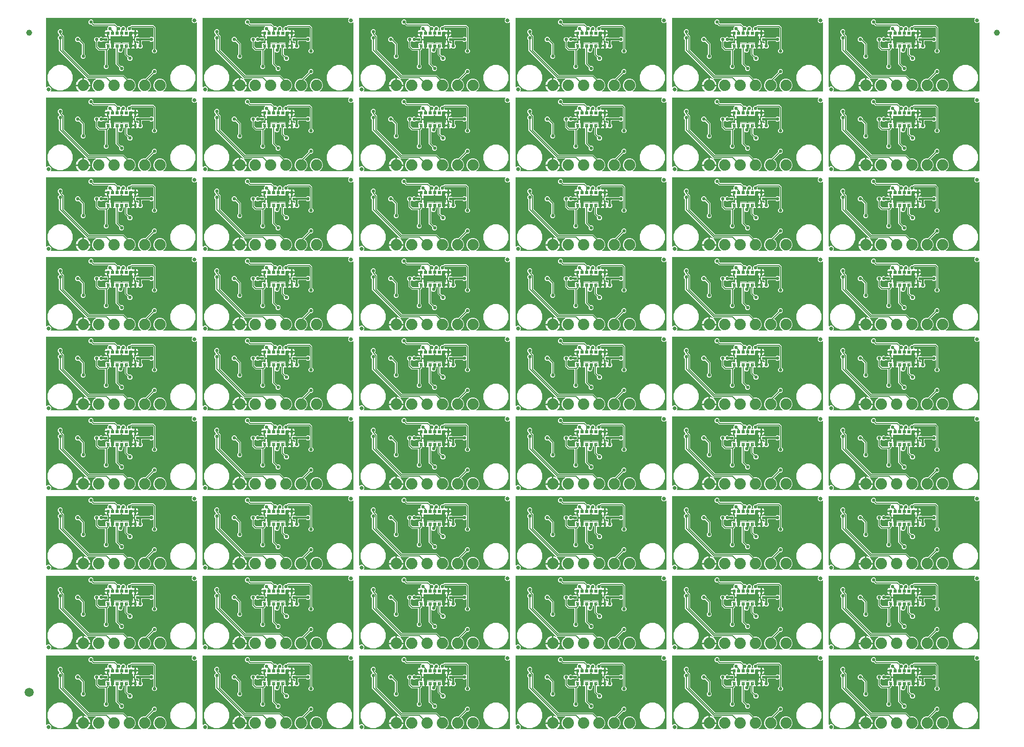
<source format=gbl>
G04 EAGLE Gerber RS-274X export*
G75*
%MOMM*%
%FSLAX34Y34*%
%LPD*%
%INBottom Copper*%
%IPPOS*%
%AMOC8*
5,1,8,0,0,1.08239X$1,22.5*%
G01*
%ADD10C,1.879600*%
%ADD11C,0.635000*%
%ADD12C,0.100000*%
%ADD13C,0.096000*%
%ADD14R,0.150000X0.150000*%
%ADD15C,1.000000*%
%ADD16C,1.500000*%
%ADD17C,0.558800*%
%ADD18C,0.304800*%
%ADD19C,0.127000*%

G36*
X1091741Y2418D02*
X1091741Y2418D01*
X1091767Y2416D01*
X1091851Y2438D01*
X1091935Y2453D01*
X1091958Y2467D01*
X1091984Y2474D01*
X1092054Y2524D01*
X1092128Y2568D01*
X1092145Y2588D01*
X1092167Y2604D01*
X1092216Y2675D01*
X1092270Y2742D01*
X1092278Y2767D01*
X1092293Y2789D01*
X1092314Y2873D01*
X1092342Y2954D01*
X1092341Y2981D01*
X1092347Y3007D01*
X1092338Y3092D01*
X1092335Y3179D01*
X1092325Y3203D01*
X1092322Y3230D01*
X1092283Y3307D01*
X1092251Y3386D01*
X1092233Y3406D01*
X1092221Y3430D01*
X1092126Y3523D01*
X1092099Y3552D01*
X1092093Y3555D01*
X1092087Y3561D01*
X1092042Y3594D01*
X1090714Y4922D01*
X1089609Y6443D01*
X1088756Y8117D01*
X1088175Y9904D01*
X1087933Y11431D01*
X1099185Y11431D01*
X1099250Y11442D01*
X1099315Y11444D01*
X1099359Y11462D01*
X1099406Y11470D01*
X1099462Y11504D01*
X1099523Y11529D01*
X1099558Y11560D01*
X1099599Y11585D01*
X1099640Y11636D01*
X1099689Y11680D01*
X1099711Y11722D01*
X1099740Y11759D01*
X1099761Y11821D01*
X1099791Y11880D01*
X1099800Y11934D01*
X1099812Y11971D01*
X1099811Y12011D01*
X1099819Y12065D01*
X1099819Y12701D01*
X1099821Y12701D01*
X1099821Y12065D01*
X1099833Y12000D01*
X1099834Y11934D01*
X1099852Y11891D01*
X1099861Y11844D01*
X1099894Y11787D01*
X1099919Y11727D01*
X1099951Y11692D01*
X1099975Y11651D01*
X1100026Y11610D01*
X1100070Y11561D01*
X1100112Y11539D01*
X1100149Y11510D01*
X1100211Y11489D01*
X1100270Y11458D01*
X1100324Y11450D01*
X1100361Y11438D01*
X1100401Y11439D01*
X1100455Y11431D01*
X1111707Y11431D01*
X1111465Y9904D01*
X1110884Y8117D01*
X1110031Y6443D01*
X1108926Y4922D01*
X1107598Y3594D01*
X1107553Y3561D01*
X1107534Y3542D01*
X1107512Y3528D01*
X1107457Y3462D01*
X1107398Y3399D01*
X1107387Y3375D01*
X1107370Y3354D01*
X1107343Y3273D01*
X1107308Y3194D01*
X1107307Y3167D01*
X1107298Y3142D01*
X1107301Y3056D01*
X1107296Y2969D01*
X1107304Y2944D01*
X1107305Y2917D01*
X1107337Y2838D01*
X1107363Y2755D01*
X1107379Y2734D01*
X1107389Y2710D01*
X1107447Y2646D01*
X1107500Y2578D01*
X1107523Y2564D01*
X1107541Y2544D01*
X1107617Y2505D01*
X1107690Y2459D01*
X1107716Y2454D01*
X1107740Y2441D01*
X1107872Y2422D01*
X1107910Y2414D01*
X1107917Y2415D01*
X1107926Y2414D01*
X1118986Y2414D01*
X1119085Y2432D01*
X1119185Y2446D01*
X1119195Y2451D01*
X1119207Y2453D01*
X1119293Y2505D01*
X1119382Y2553D01*
X1119390Y2561D01*
X1119400Y2568D01*
X1119463Y2646D01*
X1119530Y2721D01*
X1119534Y2733D01*
X1119541Y2742D01*
X1119574Y2837D01*
X1119609Y2931D01*
X1119609Y2943D01*
X1119613Y2954D01*
X1119610Y3055D01*
X1119611Y3156D01*
X1119607Y3167D01*
X1119607Y3179D01*
X1119569Y3271D01*
X1119534Y3366D01*
X1119527Y3376D01*
X1119522Y3386D01*
X1119455Y3461D01*
X1119389Y3537D01*
X1119378Y3544D01*
X1119371Y3552D01*
X1119330Y3573D01*
X1119229Y3634D01*
X1119177Y3656D01*
X1116176Y6657D01*
X1114551Y10578D01*
X1114551Y14822D01*
X1116176Y18743D01*
X1119177Y21744D01*
X1120455Y22274D01*
X1120540Y22328D01*
X1120626Y22380D01*
X1120634Y22389D01*
X1120644Y22395D01*
X1120704Y22476D01*
X1120768Y22554D01*
X1120772Y22565D01*
X1120779Y22575D01*
X1120808Y22671D01*
X1120840Y22766D01*
X1120839Y22778D01*
X1120843Y22790D01*
X1120836Y22890D01*
X1120833Y22991D01*
X1120829Y23002D01*
X1120828Y23013D01*
X1120786Y23105D01*
X1120749Y23198D01*
X1120741Y23207D01*
X1120736Y23218D01*
X1120665Y23290D01*
X1120597Y23364D01*
X1120587Y23370D01*
X1120578Y23378D01*
X1120487Y23420D01*
X1120398Y23467D01*
X1120385Y23469D01*
X1120375Y23473D01*
X1120330Y23477D01*
X1120212Y23494D01*
X1107226Y23494D01*
X1107200Y23490D01*
X1107174Y23492D01*
X1107090Y23470D01*
X1107006Y23455D01*
X1106983Y23441D01*
X1106957Y23434D01*
X1106887Y23384D01*
X1106812Y23340D01*
X1106796Y23320D01*
X1106774Y23305D01*
X1106725Y23233D01*
X1106671Y23166D01*
X1106662Y23141D01*
X1106647Y23119D01*
X1106627Y23035D01*
X1106599Y22954D01*
X1106600Y22927D01*
X1106593Y22901D01*
X1106603Y22816D01*
X1106606Y22729D01*
X1106616Y22705D01*
X1106619Y22678D01*
X1106658Y22601D01*
X1106690Y22522D01*
X1106708Y22502D01*
X1106720Y22478D01*
X1106815Y22385D01*
X1106841Y22356D01*
X1106848Y22353D01*
X1106854Y22347D01*
X1107598Y21806D01*
X1108926Y20478D01*
X1110031Y18957D01*
X1110884Y17283D01*
X1111465Y15496D01*
X1111707Y13969D01*
X1101089Y13969D01*
X1101089Y24587D01*
X1102616Y24345D01*
X1104403Y23764D01*
X1104868Y23527D01*
X1104880Y23523D01*
X1104891Y23516D01*
X1104987Y23491D01*
X1105082Y23462D01*
X1105096Y23463D01*
X1105109Y23460D01*
X1105207Y23470D01*
X1105306Y23476D01*
X1105319Y23482D01*
X1105332Y23483D01*
X1105421Y23527D01*
X1105511Y23567D01*
X1105521Y23577D01*
X1105533Y23583D01*
X1105601Y23655D01*
X1105672Y23724D01*
X1105678Y23736D01*
X1105687Y23746D01*
X1105725Y23837D01*
X1105768Y23927D01*
X1105769Y23940D01*
X1105774Y23952D01*
X1105779Y24051D01*
X1105787Y24150D01*
X1105784Y24163D01*
X1105784Y24177D01*
X1105754Y24271D01*
X1105727Y24367D01*
X1105720Y24377D01*
X1105716Y24390D01*
X1105604Y24541D01*
X1061116Y69028D01*
X1059814Y70331D01*
X1059814Y87335D01*
X1059807Y87376D01*
X1059809Y87419D01*
X1059787Y87486D01*
X1059775Y87555D01*
X1059753Y87592D01*
X1059740Y87632D01*
X1059686Y87705D01*
X1059660Y87749D01*
X1059644Y87762D01*
X1059628Y87783D01*
X1057655Y89756D01*
X1057655Y93124D01*
X1060036Y95505D01*
X1060074Y95505D01*
X1060162Y95520D01*
X1060251Y95530D01*
X1060272Y95540D01*
X1060295Y95544D01*
X1060372Y95590D01*
X1060452Y95629D01*
X1060468Y95646D01*
X1060488Y95659D01*
X1060545Y95728D01*
X1060606Y95792D01*
X1060615Y95814D01*
X1060630Y95833D01*
X1060658Y95917D01*
X1060693Y95999D01*
X1060694Y96023D01*
X1060702Y96045D01*
X1060699Y96134D01*
X1060703Y96223D01*
X1060696Y96246D01*
X1060695Y96270D01*
X1060662Y96352D01*
X1060634Y96437D01*
X1060619Y96458D01*
X1060611Y96477D01*
X1060577Y96515D01*
X1060523Y96587D01*
X1059814Y97296D01*
X1059814Y97495D01*
X1059807Y97536D01*
X1059809Y97579D01*
X1059787Y97646D01*
X1059775Y97715D01*
X1059753Y97752D01*
X1059740Y97792D01*
X1059686Y97865D01*
X1059660Y97909D01*
X1059644Y97922D01*
X1059628Y97943D01*
X1057655Y99916D01*
X1057655Y103284D01*
X1060036Y105665D01*
X1063404Y105665D01*
X1065785Y103284D01*
X1065785Y99916D01*
X1064633Y98765D01*
X1064595Y98711D01*
X1064550Y98663D01*
X1064532Y98619D01*
X1064505Y98580D01*
X1064488Y98517D01*
X1064463Y98456D01*
X1064461Y98409D01*
X1064449Y98363D01*
X1064456Y98298D01*
X1064453Y98232D01*
X1064467Y98187D01*
X1064472Y98140D01*
X1064501Y98081D01*
X1064521Y98018D01*
X1064554Y97974D01*
X1064572Y97939D01*
X1064600Y97912D01*
X1064633Y97868D01*
X1067023Y95478D01*
X1068325Y94176D01*
X1068325Y71283D01*
X1068332Y71241D01*
X1068330Y71199D01*
X1068352Y71132D01*
X1068364Y71062D01*
X1068386Y71026D01*
X1068399Y70985D01*
X1068453Y70913D01*
X1068479Y70869D01*
X1068495Y70856D01*
X1068511Y70835D01*
X1109314Y30032D01*
X1109348Y30007D01*
X1109377Y29976D01*
X1109440Y29944D01*
X1109498Y29903D01*
X1109539Y29893D01*
X1109577Y29873D01*
X1109666Y29860D01*
X1109715Y29847D01*
X1109736Y29850D01*
X1109762Y29846D01*
X1166649Y29846D01*
X1173053Y23442D01*
X1173097Y23412D01*
X1173135Y23373D01*
X1173189Y23348D01*
X1173237Y23314D01*
X1173289Y23301D01*
X1173338Y23278D01*
X1173397Y23273D01*
X1173454Y23258D01*
X1173508Y23264D01*
X1173562Y23260D01*
X1173631Y23277D01*
X1173677Y23282D01*
X1173705Y23295D01*
X1173744Y23305D01*
X1173898Y23369D01*
X1178142Y23369D01*
X1182063Y21744D01*
X1185064Y18743D01*
X1186689Y14822D01*
X1186689Y10578D01*
X1185064Y6657D01*
X1182063Y3656D01*
X1182011Y3634D01*
X1181927Y3580D01*
X1181840Y3528D01*
X1181833Y3519D01*
X1181823Y3513D01*
X1181762Y3432D01*
X1181699Y3354D01*
X1181695Y3343D01*
X1181688Y3334D01*
X1181659Y3237D01*
X1181627Y3142D01*
X1181627Y3130D01*
X1181624Y3118D01*
X1181630Y3018D01*
X1181633Y2917D01*
X1181638Y2906D01*
X1181639Y2895D01*
X1181680Y2803D01*
X1181718Y2710D01*
X1181726Y2701D01*
X1181731Y2690D01*
X1181801Y2618D01*
X1181869Y2544D01*
X1181880Y2539D01*
X1181888Y2530D01*
X1181979Y2487D01*
X1182069Y2441D01*
X1182082Y2439D01*
X1182091Y2435D01*
X1182137Y2431D01*
X1182254Y2414D01*
X1195186Y2414D01*
X1195285Y2432D01*
X1195385Y2446D01*
X1195395Y2451D01*
X1195407Y2453D01*
X1195494Y2505D01*
X1195582Y2553D01*
X1195590Y2561D01*
X1195600Y2568D01*
X1195663Y2646D01*
X1195730Y2721D01*
X1195734Y2733D01*
X1195741Y2742D01*
X1195773Y2837D01*
X1195809Y2931D01*
X1195809Y2943D01*
X1195813Y2954D01*
X1195810Y3055D01*
X1195811Y3155D01*
X1195807Y3167D01*
X1195807Y3179D01*
X1195769Y3272D01*
X1195734Y3366D01*
X1195727Y3375D01*
X1195722Y3386D01*
X1195654Y3461D01*
X1195589Y3537D01*
X1195578Y3544D01*
X1195571Y3552D01*
X1195530Y3573D01*
X1195429Y3634D01*
X1195377Y3656D01*
X1192376Y6657D01*
X1190751Y10578D01*
X1190751Y14822D01*
X1192376Y18743D01*
X1195377Y21744D01*
X1199298Y23369D01*
X1202400Y23369D01*
X1202442Y23376D01*
X1202484Y23374D01*
X1202551Y23396D01*
X1202621Y23408D01*
X1202657Y23430D01*
X1202698Y23443D01*
X1202770Y23497D01*
X1202814Y23523D01*
X1202827Y23539D01*
X1202848Y23555D01*
X1213298Y34005D01*
X1213323Y34039D01*
X1213354Y34068D01*
X1213386Y34131D01*
X1213427Y34189D01*
X1213437Y34230D01*
X1213457Y34268D01*
X1213470Y34357D01*
X1213483Y34406D01*
X1213480Y34427D01*
X1213484Y34453D01*
X1213484Y37244D01*
X1215865Y39625D01*
X1219233Y39625D01*
X1221614Y37244D01*
X1221614Y33876D01*
X1219233Y31495D01*
X1216442Y31495D01*
X1216400Y31488D01*
X1216358Y31490D01*
X1216291Y31468D01*
X1216221Y31456D01*
X1216185Y31434D01*
X1216144Y31421D01*
X1216072Y31367D01*
X1216028Y31341D01*
X1216015Y31325D01*
X1215994Y31309D01*
X1207394Y22710D01*
X1207357Y22656D01*
X1207312Y22608D01*
X1207293Y22565D01*
X1207266Y22526D01*
X1207250Y22462D01*
X1207224Y22402D01*
X1207222Y22355D01*
X1207210Y22309D01*
X1207217Y22243D01*
X1207214Y22178D01*
X1207229Y22133D01*
X1207234Y22086D01*
X1207263Y22027D01*
X1207283Y21964D01*
X1207316Y21920D01*
X1207333Y21885D01*
X1207362Y21858D01*
X1207394Y21813D01*
X1210465Y18743D01*
X1212089Y14822D01*
X1212089Y10578D01*
X1210464Y6657D01*
X1207463Y3656D01*
X1207411Y3634D01*
X1207327Y3580D01*
X1207240Y3528D01*
X1207233Y3519D01*
X1207223Y3513D01*
X1207162Y3432D01*
X1207099Y3354D01*
X1207095Y3343D01*
X1207088Y3334D01*
X1207059Y3237D01*
X1207027Y3142D01*
X1207027Y3130D01*
X1207024Y3118D01*
X1207030Y3018D01*
X1207033Y2917D01*
X1207038Y2906D01*
X1207039Y2895D01*
X1207080Y2803D01*
X1207118Y2710D01*
X1207126Y2701D01*
X1207131Y2690D01*
X1207201Y2618D01*
X1207269Y2544D01*
X1207280Y2539D01*
X1207288Y2530D01*
X1207379Y2487D01*
X1207469Y2441D01*
X1207482Y2439D01*
X1207491Y2435D01*
X1207537Y2431D01*
X1207654Y2414D01*
X1220586Y2414D01*
X1220685Y2432D01*
X1220785Y2446D01*
X1220795Y2451D01*
X1220807Y2453D01*
X1220894Y2505D01*
X1220982Y2553D01*
X1220990Y2561D01*
X1221000Y2568D01*
X1221063Y2646D01*
X1221130Y2721D01*
X1221134Y2733D01*
X1221141Y2742D01*
X1221173Y2837D01*
X1221209Y2931D01*
X1221209Y2943D01*
X1221213Y2954D01*
X1221210Y3055D01*
X1221211Y3155D01*
X1221207Y3167D01*
X1221207Y3179D01*
X1221169Y3272D01*
X1221134Y3366D01*
X1221127Y3375D01*
X1221122Y3386D01*
X1221054Y3461D01*
X1220989Y3537D01*
X1220978Y3544D01*
X1220971Y3552D01*
X1220930Y3573D01*
X1220829Y3634D01*
X1220777Y3656D01*
X1217776Y6657D01*
X1216151Y10578D01*
X1216151Y14822D01*
X1217776Y18743D01*
X1220777Y21744D01*
X1224698Y23369D01*
X1228942Y23369D01*
X1232863Y21744D01*
X1235864Y18743D01*
X1237489Y14822D01*
X1237489Y10578D01*
X1235864Y6657D01*
X1232863Y3656D01*
X1232811Y3634D01*
X1232727Y3580D01*
X1232640Y3528D01*
X1232633Y3519D01*
X1232623Y3513D01*
X1232562Y3432D01*
X1232499Y3354D01*
X1232495Y3343D01*
X1232488Y3334D01*
X1232459Y3237D01*
X1232427Y3142D01*
X1232427Y3130D01*
X1232424Y3118D01*
X1232430Y3018D01*
X1232433Y2917D01*
X1232438Y2906D01*
X1232439Y2895D01*
X1232480Y2803D01*
X1232518Y2710D01*
X1232526Y2701D01*
X1232531Y2690D01*
X1232601Y2618D01*
X1232669Y2544D01*
X1232680Y2539D01*
X1232688Y2530D01*
X1232779Y2487D01*
X1232869Y2441D01*
X1232882Y2439D01*
X1232891Y2435D01*
X1232937Y2431D01*
X1233054Y2414D01*
X1287272Y2414D01*
X1287337Y2425D01*
X1287403Y2427D01*
X1287446Y2445D01*
X1287493Y2453D01*
X1287550Y2487D01*
X1287610Y2512D01*
X1287645Y2543D01*
X1287686Y2568D01*
X1287728Y2619D01*
X1287776Y2663D01*
X1287798Y2705D01*
X1287827Y2742D01*
X1287848Y2804D01*
X1287879Y2863D01*
X1287887Y2917D01*
X1287899Y2954D01*
X1287898Y2994D01*
X1287906Y3048D01*
X1287906Y116768D01*
X1287891Y116856D01*
X1287881Y116944D01*
X1287871Y116965D01*
X1287867Y116989D01*
X1287821Y117066D01*
X1287782Y117145D01*
X1287765Y117161D01*
X1287752Y117182D01*
X1287683Y117238D01*
X1287619Y117299D01*
X1287597Y117308D01*
X1287578Y117323D01*
X1287494Y117352D01*
X1287412Y117386D01*
X1287388Y117388D01*
X1287366Y117395D01*
X1287277Y117393D01*
X1287188Y117396D01*
X1287165Y117389D01*
X1287141Y117389D01*
X1287059Y117355D01*
X1286974Y117328D01*
X1286953Y117312D01*
X1286934Y117304D01*
X1286896Y117270D01*
X1286824Y117216D01*
X1285811Y116204D01*
X1282128Y116204D01*
X1279524Y118808D01*
X1279524Y122491D01*
X1280536Y123504D01*
X1280587Y123577D01*
X1280643Y123646D01*
X1280651Y123668D01*
X1280664Y123688D01*
X1280687Y123774D01*
X1280715Y123858D01*
X1280714Y123882D01*
X1280720Y123905D01*
X1280711Y123994D01*
X1280709Y124083D01*
X1280700Y124105D01*
X1280697Y124128D01*
X1280658Y124208D01*
X1280624Y124290D01*
X1280608Y124308D01*
X1280598Y124329D01*
X1280533Y124390D01*
X1280473Y124456D01*
X1280452Y124467D01*
X1280434Y124483D01*
X1280353Y124518D01*
X1280273Y124559D01*
X1280247Y124562D01*
X1280228Y124571D01*
X1280177Y124573D01*
X1280088Y124586D01*
X1039368Y124586D01*
X1039303Y124575D01*
X1039237Y124573D01*
X1039194Y124555D01*
X1039147Y124547D01*
X1039090Y124513D01*
X1039030Y124488D01*
X1038995Y124457D01*
X1038954Y124432D01*
X1038912Y124381D01*
X1038864Y124337D01*
X1038842Y124295D01*
X1038813Y124258D01*
X1038792Y124196D01*
X1038761Y124137D01*
X1038753Y124083D01*
X1038741Y124046D01*
X1038742Y124006D01*
X1038734Y123952D01*
X1038734Y10232D01*
X1038749Y10144D01*
X1038759Y10056D01*
X1038769Y10035D01*
X1038773Y10011D01*
X1038819Y9934D01*
X1038858Y9855D01*
X1038875Y9839D01*
X1038888Y9818D01*
X1038957Y9762D01*
X1039021Y9701D01*
X1039043Y9692D01*
X1039062Y9677D01*
X1039146Y9648D01*
X1039228Y9614D01*
X1039252Y9612D01*
X1039274Y9605D01*
X1039363Y9607D01*
X1039452Y9604D01*
X1039475Y9611D01*
X1039499Y9611D01*
X1039581Y9645D01*
X1039666Y9672D01*
X1039687Y9688D01*
X1039706Y9696D01*
X1039744Y9730D01*
X1039816Y9784D01*
X1040829Y10796D01*
X1044512Y10796D01*
X1047116Y8192D01*
X1047116Y4509D01*
X1046104Y3496D01*
X1046053Y3423D01*
X1045997Y3354D01*
X1045989Y3332D01*
X1045976Y3312D01*
X1045953Y3226D01*
X1045925Y3142D01*
X1045926Y3118D01*
X1045920Y3095D01*
X1045929Y3006D01*
X1045931Y2917D01*
X1045940Y2895D01*
X1045943Y2872D01*
X1045982Y2792D01*
X1046016Y2710D01*
X1046032Y2692D01*
X1046042Y2671D01*
X1046107Y2610D01*
X1046167Y2544D01*
X1046188Y2533D01*
X1046206Y2517D01*
X1046287Y2482D01*
X1046367Y2441D01*
X1046393Y2438D01*
X1046412Y2429D01*
X1046463Y2427D01*
X1046552Y2414D01*
X1091714Y2414D01*
X1091741Y2418D01*
G37*
G36*
X1091741Y794898D02*
X1091741Y794898D01*
X1091767Y794896D01*
X1091851Y794918D01*
X1091935Y794933D01*
X1091958Y794947D01*
X1091984Y794954D01*
X1092054Y795004D01*
X1092128Y795048D01*
X1092145Y795068D01*
X1092167Y795084D01*
X1092216Y795155D01*
X1092270Y795222D01*
X1092278Y795247D01*
X1092293Y795269D01*
X1092314Y795353D01*
X1092342Y795434D01*
X1092341Y795461D01*
X1092347Y795487D01*
X1092338Y795572D01*
X1092335Y795659D01*
X1092325Y795683D01*
X1092322Y795710D01*
X1092283Y795787D01*
X1092251Y795866D01*
X1092233Y795886D01*
X1092221Y795910D01*
X1092126Y796003D01*
X1092099Y796032D01*
X1092093Y796035D01*
X1092087Y796041D01*
X1092042Y796074D01*
X1090714Y797402D01*
X1089609Y798923D01*
X1088756Y800597D01*
X1088175Y802384D01*
X1087933Y803911D01*
X1099185Y803911D01*
X1099250Y803922D01*
X1099315Y803924D01*
X1099359Y803942D01*
X1099406Y803950D01*
X1099462Y803984D01*
X1099523Y804009D01*
X1099558Y804040D01*
X1099599Y804065D01*
X1099640Y804116D01*
X1099689Y804160D01*
X1099711Y804202D01*
X1099740Y804239D01*
X1099761Y804301D01*
X1099791Y804360D01*
X1099800Y804414D01*
X1099812Y804451D01*
X1099811Y804491D01*
X1099819Y804545D01*
X1099819Y805181D01*
X1099821Y805181D01*
X1099821Y804545D01*
X1099833Y804480D01*
X1099834Y804414D01*
X1099852Y804371D01*
X1099861Y804324D01*
X1099894Y804267D01*
X1099919Y804207D01*
X1099951Y804172D01*
X1099975Y804131D01*
X1100026Y804090D01*
X1100070Y804041D01*
X1100112Y804019D01*
X1100149Y803990D01*
X1100211Y803969D01*
X1100270Y803938D01*
X1100324Y803930D01*
X1100361Y803918D01*
X1100401Y803919D01*
X1100455Y803911D01*
X1111707Y803911D01*
X1111465Y802384D01*
X1110884Y800597D01*
X1110031Y798923D01*
X1108926Y797402D01*
X1107598Y796074D01*
X1107553Y796041D01*
X1107534Y796022D01*
X1107512Y796008D01*
X1107457Y795942D01*
X1107398Y795879D01*
X1107387Y795855D01*
X1107370Y795834D01*
X1107343Y795753D01*
X1107308Y795674D01*
X1107307Y795647D01*
X1107298Y795622D01*
X1107301Y795536D01*
X1107296Y795449D01*
X1107304Y795424D01*
X1107305Y795397D01*
X1107337Y795318D01*
X1107363Y795235D01*
X1107379Y795214D01*
X1107389Y795190D01*
X1107447Y795126D01*
X1107500Y795058D01*
X1107523Y795044D01*
X1107541Y795024D01*
X1107617Y794985D01*
X1107690Y794939D01*
X1107716Y794934D01*
X1107740Y794921D01*
X1107872Y794902D01*
X1107910Y794894D01*
X1107917Y794895D01*
X1107926Y794894D01*
X1118986Y794894D01*
X1119085Y794912D01*
X1119185Y794926D01*
X1119195Y794931D01*
X1119207Y794933D01*
X1119293Y794985D01*
X1119382Y795033D01*
X1119390Y795041D01*
X1119400Y795048D01*
X1119463Y795126D01*
X1119530Y795201D01*
X1119534Y795213D01*
X1119541Y795222D01*
X1119574Y795317D01*
X1119609Y795411D01*
X1119609Y795423D01*
X1119613Y795434D01*
X1119610Y795535D01*
X1119611Y795636D01*
X1119607Y795647D01*
X1119607Y795659D01*
X1119569Y795751D01*
X1119534Y795846D01*
X1119527Y795856D01*
X1119522Y795866D01*
X1119455Y795941D01*
X1119389Y796017D01*
X1119378Y796024D01*
X1119371Y796032D01*
X1119330Y796053D01*
X1119229Y796114D01*
X1119177Y796136D01*
X1116176Y799137D01*
X1114551Y803058D01*
X1114551Y807302D01*
X1116176Y811223D01*
X1119177Y814224D01*
X1120455Y814754D01*
X1120540Y814808D01*
X1120626Y814860D01*
X1120634Y814869D01*
X1120644Y814875D01*
X1120704Y814956D01*
X1120768Y815034D01*
X1120772Y815045D01*
X1120779Y815055D01*
X1120808Y815151D01*
X1120840Y815246D01*
X1120839Y815258D01*
X1120843Y815270D01*
X1120836Y815370D01*
X1120833Y815471D01*
X1120829Y815482D01*
X1120828Y815493D01*
X1120786Y815585D01*
X1120749Y815678D01*
X1120741Y815687D01*
X1120736Y815698D01*
X1120665Y815770D01*
X1120597Y815844D01*
X1120587Y815850D01*
X1120578Y815858D01*
X1120487Y815900D01*
X1120398Y815947D01*
X1120385Y815949D01*
X1120375Y815953D01*
X1120330Y815957D01*
X1120212Y815974D01*
X1107226Y815974D01*
X1107200Y815970D01*
X1107174Y815972D01*
X1107090Y815950D01*
X1107006Y815935D01*
X1106983Y815921D01*
X1106957Y815914D01*
X1106887Y815864D01*
X1106812Y815820D01*
X1106796Y815800D01*
X1106774Y815785D01*
X1106725Y815713D01*
X1106671Y815646D01*
X1106662Y815621D01*
X1106647Y815599D01*
X1106627Y815515D01*
X1106599Y815434D01*
X1106600Y815407D01*
X1106593Y815381D01*
X1106603Y815296D01*
X1106606Y815209D01*
X1106616Y815185D01*
X1106619Y815158D01*
X1106658Y815081D01*
X1106690Y815002D01*
X1106708Y814982D01*
X1106720Y814958D01*
X1106815Y814865D01*
X1106841Y814836D01*
X1106848Y814833D01*
X1106854Y814827D01*
X1107598Y814286D01*
X1108926Y812958D01*
X1110031Y811437D01*
X1110884Y809763D01*
X1111465Y807976D01*
X1111707Y806449D01*
X1101089Y806449D01*
X1101089Y817067D01*
X1102616Y816825D01*
X1104403Y816244D01*
X1104868Y816007D01*
X1104880Y816003D01*
X1104891Y815996D01*
X1104987Y815971D01*
X1105082Y815942D01*
X1105096Y815943D01*
X1105109Y815940D01*
X1105207Y815950D01*
X1105306Y815956D01*
X1105319Y815962D01*
X1105332Y815963D01*
X1105421Y816007D01*
X1105511Y816047D01*
X1105521Y816057D01*
X1105533Y816063D01*
X1105601Y816135D01*
X1105672Y816204D01*
X1105678Y816216D01*
X1105687Y816226D01*
X1105725Y816317D01*
X1105768Y816407D01*
X1105769Y816420D01*
X1105774Y816432D01*
X1105779Y816531D01*
X1105787Y816630D01*
X1105784Y816643D01*
X1105784Y816657D01*
X1105754Y816751D01*
X1105727Y816847D01*
X1105720Y816857D01*
X1105716Y816870D01*
X1105604Y817021D01*
X1061116Y861508D01*
X1059814Y862811D01*
X1059814Y879815D01*
X1059807Y879856D01*
X1059809Y879899D01*
X1059787Y879966D01*
X1059775Y880035D01*
X1059753Y880072D01*
X1059740Y880112D01*
X1059686Y880185D01*
X1059660Y880229D01*
X1059644Y880242D01*
X1059628Y880263D01*
X1057655Y882236D01*
X1057655Y885604D01*
X1060036Y887985D01*
X1060074Y887985D01*
X1060162Y888000D01*
X1060251Y888010D01*
X1060272Y888020D01*
X1060295Y888024D01*
X1060372Y888070D01*
X1060452Y888109D01*
X1060468Y888126D01*
X1060488Y888139D01*
X1060545Y888208D01*
X1060606Y888272D01*
X1060615Y888294D01*
X1060630Y888313D01*
X1060658Y888397D01*
X1060693Y888479D01*
X1060694Y888503D01*
X1060702Y888525D01*
X1060699Y888614D01*
X1060703Y888703D01*
X1060696Y888726D01*
X1060695Y888750D01*
X1060662Y888832D01*
X1060634Y888917D01*
X1060619Y888938D01*
X1060611Y888957D01*
X1060577Y888995D01*
X1060523Y889067D01*
X1059814Y889776D01*
X1059814Y889975D01*
X1059807Y890016D01*
X1059809Y890059D01*
X1059787Y890126D01*
X1059775Y890195D01*
X1059753Y890232D01*
X1059740Y890272D01*
X1059686Y890345D01*
X1059660Y890389D01*
X1059644Y890402D01*
X1059628Y890423D01*
X1057655Y892396D01*
X1057655Y895764D01*
X1060036Y898145D01*
X1063404Y898145D01*
X1065785Y895764D01*
X1065785Y892396D01*
X1064633Y891245D01*
X1064595Y891191D01*
X1064550Y891143D01*
X1064532Y891099D01*
X1064505Y891060D01*
X1064488Y890997D01*
X1064463Y890936D01*
X1064461Y890889D01*
X1064449Y890843D01*
X1064456Y890778D01*
X1064453Y890712D01*
X1064467Y890667D01*
X1064472Y890620D01*
X1064501Y890561D01*
X1064521Y890498D01*
X1064554Y890454D01*
X1064572Y890419D01*
X1064600Y890392D01*
X1064633Y890348D01*
X1067023Y887958D01*
X1068325Y886656D01*
X1068325Y863763D01*
X1068332Y863721D01*
X1068330Y863679D01*
X1068352Y863612D01*
X1068364Y863542D01*
X1068386Y863506D01*
X1068399Y863465D01*
X1068453Y863393D01*
X1068479Y863349D01*
X1068495Y863336D01*
X1068511Y863315D01*
X1109314Y822512D01*
X1109348Y822487D01*
X1109377Y822456D01*
X1109440Y822424D01*
X1109498Y822383D01*
X1109539Y822373D01*
X1109577Y822353D01*
X1109666Y822340D01*
X1109715Y822327D01*
X1109736Y822330D01*
X1109762Y822326D01*
X1166649Y822326D01*
X1173053Y815922D01*
X1173097Y815892D01*
X1173135Y815853D01*
X1173189Y815828D01*
X1173237Y815794D01*
X1173289Y815781D01*
X1173338Y815758D01*
X1173397Y815753D01*
X1173454Y815738D01*
X1173508Y815744D01*
X1173562Y815740D01*
X1173631Y815757D01*
X1173677Y815762D01*
X1173705Y815775D01*
X1173744Y815785D01*
X1173898Y815849D01*
X1178142Y815849D01*
X1182063Y814224D01*
X1185064Y811223D01*
X1186689Y807302D01*
X1186689Y803058D01*
X1185064Y799137D01*
X1182063Y796136D01*
X1182011Y796114D01*
X1181927Y796060D01*
X1181840Y796008D01*
X1181833Y795999D01*
X1181823Y795993D01*
X1181762Y795912D01*
X1181699Y795834D01*
X1181695Y795823D01*
X1181688Y795814D01*
X1181659Y795717D01*
X1181627Y795622D01*
X1181627Y795610D01*
X1181624Y795598D01*
X1181630Y795498D01*
X1181633Y795397D01*
X1181638Y795386D01*
X1181639Y795375D01*
X1181680Y795283D01*
X1181718Y795190D01*
X1181726Y795181D01*
X1181731Y795170D01*
X1181801Y795098D01*
X1181869Y795024D01*
X1181880Y795019D01*
X1181888Y795010D01*
X1181979Y794967D01*
X1182069Y794921D01*
X1182082Y794919D01*
X1182091Y794915D01*
X1182137Y794911D01*
X1182254Y794894D01*
X1195186Y794894D01*
X1195285Y794912D01*
X1195385Y794926D01*
X1195395Y794931D01*
X1195407Y794933D01*
X1195494Y794985D01*
X1195582Y795033D01*
X1195590Y795041D01*
X1195600Y795048D01*
X1195663Y795126D01*
X1195730Y795201D01*
X1195734Y795213D01*
X1195741Y795222D01*
X1195773Y795317D01*
X1195809Y795411D01*
X1195809Y795423D01*
X1195813Y795434D01*
X1195810Y795535D01*
X1195811Y795635D01*
X1195807Y795647D01*
X1195807Y795659D01*
X1195769Y795752D01*
X1195734Y795846D01*
X1195727Y795855D01*
X1195722Y795866D01*
X1195654Y795941D01*
X1195589Y796017D01*
X1195578Y796024D01*
X1195571Y796032D01*
X1195530Y796053D01*
X1195429Y796114D01*
X1195377Y796136D01*
X1192376Y799137D01*
X1190751Y803058D01*
X1190751Y807302D01*
X1192376Y811223D01*
X1195377Y814224D01*
X1199298Y815849D01*
X1202400Y815849D01*
X1202442Y815856D01*
X1202484Y815854D01*
X1202551Y815876D01*
X1202621Y815888D01*
X1202657Y815910D01*
X1202698Y815923D01*
X1202770Y815977D01*
X1202814Y816003D01*
X1202827Y816019D01*
X1202848Y816035D01*
X1213298Y826485D01*
X1213323Y826519D01*
X1213354Y826548D01*
X1213386Y826611D01*
X1213427Y826669D01*
X1213437Y826710D01*
X1213457Y826748D01*
X1213470Y826837D01*
X1213483Y826886D01*
X1213480Y826907D01*
X1213484Y826933D01*
X1213484Y829724D01*
X1215865Y832105D01*
X1219233Y832105D01*
X1221614Y829724D01*
X1221614Y826356D01*
X1219233Y823975D01*
X1216442Y823975D01*
X1216400Y823968D01*
X1216358Y823970D01*
X1216291Y823948D01*
X1216221Y823936D01*
X1216185Y823914D01*
X1216144Y823901D01*
X1216072Y823847D01*
X1216028Y823821D01*
X1216015Y823805D01*
X1215994Y823789D01*
X1207394Y815190D01*
X1207357Y815136D01*
X1207312Y815088D01*
X1207293Y815045D01*
X1207266Y815006D01*
X1207250Y814942D01*
X1207224Y814882D01*
X1207222Y814835D01*
X1207210Y814789D01*
X1207217Y814723D01*
X1207214Y814658D01*
X1207229Y814613D01*
X1207234Y814566D01*
X1207263Y814507D01*
X1207283Y814444D01*
X1207316Y814400D01*
X1207333Y814365D01*
X1207362Y814338D01*
X1207394Y814293D01*
X1210465Y811223D01*
X1212089Y807302D01*
X1212089Y803058D01*
X1210464Y799137D01*
X1207463Y796136D01*
X1207411Y796114D01*
X1207327Y796060D01*
X1207240Y796008D01*
X1207233Y795999D01*
X1207223Y795993D01*
X1207162Y795912D01*
X1207099Y795834D01*
X1207095Y795823D01*
X1207088Y795814D01*
X1207059Y795717D01*
X1207027Y795622D01*
X1207027Y795610D01*
X1207024Y795598D01*
X1207030Y795498D01*
X1207033Y795397D01*
X1207038Y795386D01*
X1207039Y795375D01*
X1207080Y795283D01*
X1207118Y795190D01*
X1207126Y795181D01*
X1207131Y795170D01*
X1207201Y795098D01*
X1207269Y795024D01*
X1207280Y795019D01*
X1207288Y795010D01*
X1207379Y794967D01*
X1207469Y794921D01*
X1207482Y794919D01*
X1207491Y794915D01*
X1207537Y794911D01*
X1207654Y794894D01*
X1220586Y794894D01*
X1220685Y794912D01*
X1220785Y794926D01*
X1220795Y794931D01*
X1220807Y794933D01*
X1220894Y794985D01*
X1220982Y795033D01*
X1220990Y795041D01*
X1221000Y795048D01*
X1221063Y795126D01*
X1221130Y795201D01*
X1221134Y795213D01*
X1221141Y795222D01*
X1221173Y795317D01*
X1221209Y795411D01*
X1221209Y795423D01*
X1221213Y795434D01*
X1221210Y795535D01*
X1221211Y795635D01*
X1221207Y795647D01*
X1221207Y795659D01*
X1221169Y795752D01*
X1221134Y795846D01*
X1221127Y795855D01*
X1221122Y795866D01*
X1221054Y795941D01*
X1220989Y796017D01*
X1220978Y796024D01*
X1220971Y796032D01*
X1220930Y796053D01*
X1220829Y796114D01*
X1220777Y796136D01*
X1217776Y799137D01*
X1216151Y803058D01*
X1216151Y807302D01*
X1217776Y811223D01*
X1220777Y814224D01*
X1224698Y815849D01*
X1228942Y815849D01*
X1232863Y814224D01*
X1235864Y811223D01*
X1237489Y807302D01*
X1237489Y803058D01*
X1235864Y799137D01*
X1232863Y796136D01*
X1232811Y796114D01*
X1232727Y796060D01*
X1232640Y796008D01*
X1232633Y795999D01*
X1232623Y795993D01*
X1232562Y795912D01*
X1232499Y795834D01*
X1232495Y795823D01*
X1232488Y795814D01*
X1232459Y795717D01*
X1232427Y795622D01*
X1232427Y795610D01*
X1232424Y795598D01*
X1232430Y795498D01*
X1232433Y795397D01*
X1232438Y795386D01*
X1232439Y795375D01*
X1232480Y795283D01*
X1232518Y795190D01*
X1232526Y795181D01*
X1232531Y795170D01*
X1232601Y795098D01*
X1232669Y795024D01*
X1232680Y795019D01*
X1232688Y795010D01*
X1232779Y794967D01*
X1232869Y794921D01*
X1232882Y794919D01*
X1232891Y794915D01*
X1232937Y794911D01*
X1233054Y794894D01*
X1287272Y794894D01*
X1287337Y794905D01*
X1287403Y794907D01*
X1287446Y794925D01*
X1287493Y794933D01*
X1287550Y794967D01*
X1287610Y794992D01*
X1287645Y795023D01*
X1287686Y795048D01*
X1287728Y795099D01*
X1287776Y795143D01*
X1287798Y795185D01*
X1287827Y795222D01*
X1287848Y795284D01*
X1287879Y795343D01*
X1287887Y795397D01*
X1287899Y795434D01*
X1287898Y795474D01*
X1287906Y795528D01*
X1287906Y909248D01*
X1287891Y909336D01*
X1287881Y909424D01*
X1287871Y909445D01*
X1287867Y909469D01*
X1287821Y909546D01*
X1287782Y909625D01*
X1287765Y909641D01*
X1287752Y909662D01*
X1287683Y909718D01*
X1287619Y909779D01*
X1287597Y909788D01*
X1287578Y909803D01*
X1287494Y909832D01*
X1287412Y909866D01*
X1287388Y909868D01*
X1287366Y909875D01*
X1287277Y909873D01*
X1287188Y909876D01*
X1287165Y909869D01*
X1287141Y909869D01*
X1287059Y909835D01*
X1286974Y909808D01*
X1286953Y909792D01*
X1286934Y909784D01*
X1286896Y909750D01*
X1286824Y909696D01*
X1285811Y908684D01*
X1282128Y908684D01*
X1279524Y911288D01*
X1279524Y914971D01*
X1280536Y915984D01*
X1280587Y916057D01*
X1280643Y916126D01*
X1280651Y916148D01*
X1280664Y916168D01*
X1280687Y916254D01*
X1280715Y916338D01*
X1280714Y916362D01*
X1280720Y916385D01*
X1280711Y916474D01*
X1280709Y916563D01*
X1280700Y916585D01*
X1280697Y916608D01*
X1280658Y916688D01*
X1280624Y916770D01*
X1280608Y916788D01*
X1280598Y916809D01*
X1280533Y916870D01*
X1280473Y916936D01*
X1280452Y916947D01*
X1280434Y916963D01*
X1280353Y916998D01*
X1280273Y917039D01*
X1280247Y917042D01*
X1280228Y917051D01*
X1280177Y917053D01*
X1280088Y917066D01*
X1039368Y917066D01*
X1039303Y917055D01*
X1039237Y917053D01*
X1039194Y917035D01*
X1039147Y917027D01*
X1039090Y916993D01*
X1039030Y916968D01*
X1038995Y916937D01*
X1038954Y916912D01*
X1038912Y916861D01*
X1038864Y916817D01*
X1038842Y916775D01*
X1038813Y916738D01*
X1038792Y916676D01*
X1038761Y916617D01*
X1038753Y916563D01*
X1038741Y916526D01*
X1038742Y916486D01*
X1038734Y916432D01*
X1038734Y802712D01*
X1038749Y802624D01*
X1038759Y802536D01*
X1038769Y802515D01*
X1038773Y802491D01*
X1038819Y802414D01*
X1038858Y802335D01*
X1038875Y802319D01*
X1038888Y802298D01*
X1038957Y802242D01*
X1039021Y802181D01*
X1039043Y802172D01*
X1039062Y802157D01*
X1039146Y802128D01*
X1039228Y802094D01*
X1039252Y802092D01*
X1039274Y802085D01*
X1039363Y802087D01*
X1039452Y802084D01*
X1039475Y802091D01*
X1039499Y802091D01*
X1039581Y802125D01*
X1039666Y802152D01*
X1039687Y802168D01*
X1039706Y802176D01*
X1039744Y802210D01*
X1039816Y802264D01*
X1040829Y803276D01*
X1044512Y803276D01*
X1047116Y800672D01*
X1047116Y796989D01*
X1046104Y795976D01*
X1046053Y795903D01*
X1045997Y795834D01*
X1045989Y795812D01*
X1045976Y795792D01*
X1045953Y795706D01*
X1045925Y795622D01*
X1045926Y795598D01*
X1045920Y795575D01*
X1045929Y795486D01*
X1045931Y795397D01*
X1045940Y795375D01*
X1045943Y795352D01*
X1045982Y795272D01*
X1046016Y795190D01*
X1046032Y795172D01*
X1046042Y795151D01*
X1046107Y795090D01*
X1046167Y795024D01*
X1046188Y795013D01*
X1046206Y794997D01*
X1046287Y794962D01*
X1046367Y794921D01*
X1046393Y794918D01*
X1046412Y794909D01*
X1046463Y794907D01*
X1046552Y794894D01*
X1091714Y794894D01*
X1091741Y794898D01*
G37*
G36*
X1091741Y398658D02*
X1091741Y398658D01*
X1091767Y398656D01*
X1091851Y398678D01*
X1091935Y398693D01*
X1091958Y398707D01*
X1091984Y398714D01*
X1092054Y398764D01*
X1092128Y398808D01*
X1092145Y398828D01*
X1092167Y398844D01*
X1092216Y398915D01*
X1092270Y398982D01*
X1092278Y399007D01*
X1092293Y399029D01*
X1092314Y399113D01*
X1092342Y399194D01*
X1092341Y399221D01*
X1092347Y399247D01*
X1092338Y399332D01*
X1092335Y399419D01*
X1092325Y399443D01*
X1092322Y399470D01*
X1092283Y399547D01*
X1092251Y399626D01*
X1092233Y399646D01*
X1092221Y399670D01*
X1092126Y399763D01*
X1092099Y399792D01*
X1092093Y399795D01*
X1092087Y399801D01*
X1092042Y399834D01*
X1090714Y401162D01*
X1089609Y402683D01*
X1088756Y404357D01*
X1088175Y406144D01*
X1087933Y407671D01*
X1099185Y407671D01*
X1099250Y407682D01*
X1099315Y407684D01*
X1099359Y407702D01*
X1099406Y407710D01*
X1099462Y407744D01*
X1099523Y407769D01*
X1099558Y407800D01*
X1099599Y407825D01*
X1099640Y407876D01*
X1099689Y407920D01*
X1099711Y407962D01*
X1099740Y407999D01*
X1099761Y408061D01*
X1099791Y408120D01*
X1099800Y408174D01*
X1099812Y408211D01*
X1099811Y408251D01*
X1099819Y408305D01*
X1099819Y408941D01*
X1099821Y408941D01*
X1099821Y408305D01*
X1099833Y408240D01*
X1099834Y408174D01*
X1099852Y408131D01*
X1099861Y408084D01*
X1099894Y408027D01*
X1099919Y407967D01*
X1099951Y407932D01*
X1099975Y407891D01*
X1100026Y407850D01*
X1100070Y407801D01*
X1100112Y407779D01*
X1100149Y407750D01*
X1100211Y407729D01*
X1100270Y407698D01*
X1100324Y407690D01*
X1100361Y407678D01*
X1100401Y407679D01*
X1100455Y407671D01*
X1111707Y407671D01*
X1111465Y406144D01*
X1110884Y404357D01*
X1110031Y402683D01*
X1108926Y401162D01*
X1107598Y399834D01*
X1107553Y399801D01*
X1107534Y399782D01*
X1107512Y399768D01*
X1107457Y399702D01*
X1107398Y399639D01*
X1107387Y399615D01*
X1107370Y399594D01*
X1107343Y399513D01*
X1107308Y399434D01*
X1107307Y399407D01*
X1107298Y399382D01*
X1107301Y399296D01*
X1107296Y399209D01*
X1107304Y399184D01*
X1107305Y399157D01*
X1107337Y399078D01*
X1107363Y398995D01*
X1107379Y398974D01*
X1107389Y398950D01*
X1107447Y398886D01*
X1107500Y398818D01*
X1107523Y398804D01*
X1107541Y398784D01*
X1107617Y398745D01*
X1107690Y398699D01*
X1107716Y398694D01*
X1107740Y398681D01*
X1107872Y398662D01*
X1107910Y398654D01*
X1107917Y398655D01*
X1107926Y398654D01*
X1118986Y398654D01*
X1119085Y398672D01*
X1119185Y398686D01*
X1119195Y398691D01*
X1119207Y398693D01*
X1119293Y398745D01*
X1119382Y398793D01*
X1119390Y398801D01*
X1119400Y398808D01*
X1119463Y398886D01*
X1119530Y398961D01*
X1119534Y398973D01*
X1119541Y398982D01*
X1119574Y399077D01*
X1119609Y399171D01*
X1119609Y399183D01*
X1119613Y399194D01*
X1119610Y399295D01*
X1119611Y399396D01*
X1119607Y399407D01*
X1119607Y399419D01*
X1119569Y399511D01*
X1119534Y399606D01*
X1119527Y399616D01*
X1119522Y399626D01*
X1119455Y399701D01*
X1119389Y399777D01*
X1119378Y399784D01*
X1119371Y399792D01*
X1119330Y399813D01*
X1119229Y399874D01*
X1119177Y399896D01*
X1116176Y402897D01*
X1114551Y406818D01*
X1114551Y411062D01*
X1116176Y414983D01*
X1119177Y417984D01*
X1120455Y418514D01*
X1120540Y418568D01*
X1120626Y418620D01*
X1120634Y418629D01*
X1120644Y418635D01*
X1120704Y418716D01*
X1120768Y418794D01*
X1120772Y418805D01*
X1120779Y418815D01*
X1120808Y418911D01*
X1120840Y419006D01*
X1120839Y419018D01*
X1120843Y419030D01*
X1120836Y419130D01*
X1120833Y419231D01*
X1120829Y419242D01*
X1120828Y419253D01*
X1120786Y419345D01*
X1120749Y419438D01*
X1120741Y419447D01*
X1120736Y419458D01*
X1120665Y419530D01*
X1120597Y419604D01*
X1120587Y419610D01*
X1120578Y419618D01*
X1120487Y419660D01*
X1120398Y419707D01*
X1120385Y419709D01*
X1120375Y419713D01*
X1120330Y419717D01*
X1120212Y419734D01*
X1107226Y419734D01*
X1107200Y419730D01*
X1107174Y419732D01*
X1107090Y419710D01*
X1107006Y419695D01*
X1106983Y419681D01*
X1106957Y419674D01*
X1106887Y419624D01*
X1106812Y419580D01*
X1106796Y419560D01*
X1106774Y419545D01*
X1106725Y419473D01*
X1106671Y419406D01*
X1106662Y419381D01*
X1106647Y419359D01*
X1106627Y419275D01*
X1106599Y419194D01*
X1106600Y419167D01*
X1106593Y419141D01*
X1106603Y419056D01*
X1106606Y418969D01*
X1106616Y418945D01*
X1106619Y418918D01*
X1106658Y418841D01*
X1106690Y418762D01*
X1106708Y418742D01*
X1106720Y418718D01*
X1106815Y418625D01*
X1106841Y418596D01*
X1106848Y418593D01*
X1106854Y418587D01*
X1107598Y418046D01*
X1108926Y416718D01*
X1110031Y415197D01*
X1110884Y413523D01*
X1111465Y411736D01*
X1111707Y410209D01*
X1101089Y410209D01*
X1101089Y420827D01*
X1102616Y420585D01*
X1104403Y420004D01*
X1104868Y419767D01*
X1104880Y419763D01*
X1104891Y419756D01*
X1104987Y419731D01*
X1105082Y419702D01*
X1105096Y419703D01*
X1105109Y419700D01*
X1105207Y419710D01*
X1105306Y419716D01*
X1105319Y419722D01*
X1105332Y419723D01*
X1105421Y419767D01*
X1105511Y419807D01*
X1105521Y419817D01*
X1105533Y419823D01*
X1105601Y419895D01*
X1105672Y419964D01*
X1105678Y419976D01*
X1105687Y419986D01*
X1105725Y420077D01*
X1105768Y420167D01*
X1105769Y420180D01*
X1105774Y420192D01*
X1105779Y420291D01*
X1105787Y420390D01*
X1105784Y420403D01*
X1105784Y420417D01*
X1105754Y420511D01*
X1105727Y420607D01*
X1105720Y420617D01*
X1105716Y420630D01*
X1105604Y420781D01*
X1061116Y465268D01*
X1059814Y466571D01*
X1059814Y483575D01*
X1059807Y483616D01*
X1059809Y483659D01*
X1059787Y483726D01*
X1059775Y483795D01*
X1059753Y483832D01*
X1059740Y483872D01*
X1059686Y483945D01*
X1059660Y483989D01*
X1059644Y484002D01*
X1059628Y484023D01*
X1057655Y485996D01*
X1057655Y489364D01*
X1060036Y491745D01*
X1060074Y491745D01*
X1060162Y491760D01*
X1060251Y491770D01*
X1060272Y491780D01*
X1060295Y491784D01*
X1060372Y491830D01*
X1060452Y491869D01*
X1060468Y491886D01*
X1060488Y491899D01*
X1060545Y491968D01*
X1060606Y492032D01*
X1060615Y492054D01*
X1060630Y492073D01*
X1060658Y492157D01*
X1060693Y492239D01*
X1060694Y492263D01*
X1060702Y492285D01*
X1060699Y492374D01*
X1060703Y492463D01*
X1060696Y492486D01*
X1060695Y492510D01*
X1060662Y492592D01*
X1060634Y492677D01*
X1060619Y492698D01*
X1060611Y492717D01*
X1060577Y492755D01*
X1060523Y492827D01*
X1059814Y493536D01*
X1059814Y493735D01*
X1059807Y493776D01*
X1059809Y493819D01*
X1059787Y493886D01*
X1059775Y493955D01*
X1059753Y493992D01*
X1059740Y494032D01*
X1059686Y494105D01*
X1059660Y494149D01*
X1059644Y494162D01*
X1059628Y494183D01*
X1057655Y496156D01*
X1057655Y499524D01*
X1060036Y501905D01*
X1063404Y501905D01*
X1065785Y499524D01*
X1065785Y496156D01*
X1064633Y495005D01*
X1064595Y494951D01*
X1064550Y494903D01*
X1064532Y494859D01*
X1064505Y494820D01*
X1064488Y494757D01*
X1064463Y494696D01*
X1064461Y494649D01*
X1064449Y494603D01*
X1064456Y494538D01*
X1064453Y494472D01*
X1064467Y494427D01*
X1064472Y494380D01*
X1064501Y494321D01*
X1064521Y494258D01*
X1064554Y494214D01*
X1064572Y494179D01*
X1064600Y494152D01*
X1064633Y494108D01*
X1067023Y491718D01*
X1068325Y490416D01*
X1068325Y467523D01*
X1068332Y467481D01*
X1068330Y467439D01*
X1068352Y467372D01*
X1068364Y467302D01*
X1068386Y467266D01*
X1068399Y467225D01*
X1068453Y467153D01*
X1068479Y467109D01*
X1068495Y467096D01*
X1068511Y467075D01*
X1109314Y426272D01*
X1109348Y426247D01*
X1109377Y426216D01*
X1109440Y426184D01*
X1109498Y426143D01*
X1109539Y426133D01*
X1109577Y426113D01*
X1109666Y426100D01*
X1109715Y426087D01*
X1109736Y426090D01*
X1109762Y426086D01*
X1166649Y426086D01*
X1173053Y419682D01*
X1173097Y419652D01*
X1173135Y419613D01*
X1173189Y419588D01*
X1173237Y419554D01*
X1173289Y419541D01*
X1173338Y419518D01*
X1173397Y419513D01*
X1173454Y419498D01*
X1173508Y419504D01*
X1173562Y419500D01*
X1173631Y419517D01*
X1173677Y419522D01*
X1173705Y419535D01*
X1173744Y419545D01*
X1173898Y419609D01*
X1178142Y419609D01*
X1182063Y417984D01*
X1185064Y414983D01*
X1186689Y411062D01*
X1186689Y406818D01*
X1185064Y402897D01*
X1182063Y399896D01*
X1182011Y399874D01*
X1181927Y399820D01*
X1181840Y399768D01*
X1181833Y399759D01*
X1181823Y399753D01*
X1181762Y399672D01*
X1181699Y399594D01*
X1181695Y399583D01*
X1181688Y399574D01*
X1181659Y399477D01*
X1181627Y399382D01*
X1181627Y399370D01*
X1181624Y399358D01*
X1181630Y399258D01*
X1181633Y399157D01*
X1181638Y399146D01*
X1181639Y399135D01*
X1181680Y399043D01*
X1181718Y398950D01*
X1181726Y398941D01*
X1181731Y398930D01*
X1181801Y398858D01*
X1181869Y398784D01*
X1181880Y398779D01*
X1181888Y398770D01*
X1181979Y398727D01*
X1182069Y398681D01*
X1182082Y398679D01*
X1182091Y398675D01*
X1182137Y398671D01*
X1182254Y398654D01*
X1195186Y398654D01*
X1195285Y398672D01*
X1195385Y398686D01*
X1195395Y398691D01*
X1195407Y398693D01*
X1195494Y398745D01*
X1195582Y398793D01*
X1195590Y398801D01*
X1195600Y398808D01*
X1195663Y398886D01*
X1195730Y398961D01*
X1195734Y398973D01*
X1195741Y398982D01*
X1195773Y399077D01*
X1195809Y399171D01*
X1195809Y399183D01*
X1195813Y399194D01*
X1195810Y399295D01*
X1195811Y399395D01*
X1195807Y399407D01*
X1195807Y399419D01*
X1195769Y399512D01*
X1195734Y399606D01*
X1195727Y399615D01*
X1195722Y399626D01*
X1195654Y399701D01*
X1195589Y399777D01*
X1195578Y399784D01*
X1195571Y399792D01*
X1195530Y399813D01*
X1195429Y399874D01*
X1195377Y399896D01*
X1192376Y402897D01*
X1190751Y406818D01*
X1190751Y411062D01*
X1192376Y414983D01*
X1195377Y417984D01*
X1199298Y419609D01*
X1202400Y419609D01*
X1202442Y419616D01*
X1202484Y419614D01*
X1202551Y419636D01*
X1202621Y419648D01*
X1202657Y419670D01*
X1202698Y419683D01*
X1202770Y419737D01*
X1202814Y419763D01*
X1202827Y419779D01*
X1202848Y419795D01*
X1213298Y430245D01*
X1213323Y430279D01*
X1213354Y430308D01*
X1213386Y430371D01*
X1213427Y430429D01*
X1213437Y430470D01*
X1213457Y430508D01*
X1213470Y430597D01*
X1213483Y430646D01*
X1213480Y430667D01*
X1213484Y430693D01*
X1213484Y433484D01*
X1215865Y435865D01*
X1219233Y435865D01*
X1221614Y433484D01*
X1221614Y430116D01*
X1219233Y427735D01*
X1216442Y427735D01*
X1216400Y427728D01*
X1216358Y427730D01*
X1216291Y427708D01*
X1216221Y427696D01*
X1216185Y427674D01*
X1216144Y427661D01*
X1216072Y427607D01*
X1216028Y427581D01*
X1216015Y427565D01*
X1215994Y427549D01*
X1207394Y418950D01*
X1207357Y418896D01*
X1207312Y418848D01*
X1207293Y418805D01*
X1207266Y418766D01*
X1207250Y418702D01*
X1207224Y418642D01*
X1207222Y418595D01*
X1207210Y418549D01*
X1207217Y418483D01*
X1207214Y418418D01*
X1207229Y418373D01*
X1207234Y418326D01*
X1207263Y418267D01*
X1207283Y418204D01*
X1207316Y418160D01*
X1207333Y418125D01*
X1207362Y418098D01*
X1207394Y418053D01*
X1210465Y414983D01*
X1212089Y411062D01*
X1212089Y406818D01*
X1210464Y402897D01*
X1207463Y399896D01*
X1207411Y399874D01*
X1207327Y399820D01*
X1207240Y399768D01*
X1207233Y399759D01*
X1207223Y399753D01*
X1207162Y399672D01*
X1207099Y399594D01*
X1207095Y399583D01*
X1207088Y399574D01*
X1207059Y399477D01*
X1207027Y399382D01*
X1207027Y399370D01*
X1207024Y399358D01*
X1207030Y399258D01*
X1207033Y399157D01*
X1207038Y399146D01*
X1207039Y399135D01*
X1207080Y399043D01*
X1207118Y398950D01*
X1207126Y398941D01*
X1207131Y398930D01*
X1207201Y398858D01*
X1207269Y398784D01*
X1207280Y398779D01*
X1207288Y398770D01*
X1207379Y398727D01*
X1207469Y398681D01*
X1207482Y398679D01*
X1207491Y398675D01*
X1207537Y398671D01*
X1207654Y398654D01*
X1220586Y398654D01*
X1220685Y398672D01*
X1220785Y398686D01*
X1220795Y398691D01*
X1220807Y398693D01*
X1220894Y398745D01*
X1220982Y398793D01*
X1220990Y398801D01*
X1221000Y398808D01*
X1221063Y398886D01*
X1221130Y398961D01*
X1221134Y398973D01*
X1221141Y398982D01*
X1221173Y399077D01*
X1221209Y399171D01*
X1221209Y399183D01*
X1221213Y399194D01*
X1221210Y399295D01*
X1221211Y399395D01*
X1221207Y399407D01*
X1221207Y399419D01*
X1221169Y399512D01*
X1221134Y399606D01*
X1221127Y399615D01*
X1221122Y399626D01*
X1221054Y399701D01*
X1220989Y399777D01*
X1220978Y399784D01*
X1220971Y399792D01*
X1220930Y399813D01*
X1220829Y399874D01*
X1220777Y399896D01*
X1217776Y402897D01*
X1216151Y406818D01*
X1216151Y411062D01*
X1217776Y414983D01*
X1220777Y417984D01*
X1224698Y419609D01*
X1228942Y419609D01*
X1232863Y417984D01*
X1235864Y414983D01*
X1237489Y411062D01*
X1237489Y406818D01*
X1235864Y402897D01*
X1232863Y399896D01*
X1232811Y399874D01*
X1232727Y399820D01*
X1232640Y399768D01*
X1232633Y399759D01*
X1232623Y399753D01*
X1232562Y399672D01*
X1232499Y399594D01*
X1232495Y399583D01*
X1232488Y399574D01*
X1232459Y399477D01*
X1232427Y399382D01*
X1232427Y399370D01*
X1232424Y399358D01*
X1232430Y399258D01*
X1232433Y399157D01*
X1232438Y399146D01*
X1232439Y399135D01*
X1232480Y399043D01*
X1232518Y398950D01*
X1232526Y398941D01*
X1232531Y398930D01*
X1232601Y398858D01*
X1232669Y398784D01*
X1232680Y398779D01*
X1232688Y398770D01*
X1232779Y398727D01*
X1232869Y398681D01*
X1232882Y398679D01*
X1232891Y398675D01*
X1232937Y398671D01*
X1233054Y398654D01*
X1287272Y398654D01*
X1287337Y398665D01*
X1287403Y398667D01*
X1287446Y398685D01*
X1287493Y398693D01*
X1287550Y398727D01*
X1287610Y398752D01*
X1287645Y398783D01*
X1287686Y398808D01*
X1287728Y398859D01*
X1287776Y398903D01*
X1287798Y398945D01*
X1287827Y398982D01*
X1287848Y399044D01*
X1287879Y399103D01*
X1287887Y399157D01*
X1287899Y399194D01*
X1287898Y399234D01*
X1287906Y399288D01*
X1287906Y513008D01*
X1287891Y513096D01*
X1287881Y513184D01*
X1287871Y513205D01*
X1287867Y513229D01*
X1287821Y513306D01*
X1287782Y513385D01*
X1287765Y513401D01*
X1287752Y513422D01*
X1287683Y513478D01*
X1287619Y513539D01*
X1287597Y513548D01*
X1287578Y513563D01*
X1287494Y513592D01*
X1287412Y513626D01*
X1287388Y513628D01*
X1287366Y513635D01*
X1287277Y513633D01*
X1287188Y513636D01*
X1287165Y513629D01*
X1287141Y513629D01*
X1287059Y513595D01*
X1286974Y513568D01*
X1286953Y513552D01*
X1286934Y513544D01*
X1286896Y513510D01*
X1286824Y513456D01*
X1285811Y512444D01*
X1282128Y512444D01*
X1279524Y515048D01*
X1279524Y518731D01*
X1280536Y519744D01*
X1280587Y519817D01*
X1280643Y519886D01*
X1280651Y519908D01*
X1280664Y519928D01*
X1280687Y520014D01*
X1280715Y520098D01*
X1280714Y520122D01*
X1280720Y520145D01*
X1280711Y520234D01*
X1280709Y520323D01*
X1280700Y520345D01*
X1280697Y520368D01*
X1280658Y520448D01*
X1280624Y520530D01*
X1280608Y520548D01*
X1280598Y520569D01*
X1280533Y520630D01*
X1280473Y520696D01*
X1280452Y520707D01*
X1280434Y520723D01*
X1280353Y520758D01*
X1280273Y520799D01*
X1280247Y520802D01*
X1280228Y520811D01*
X1280177Y520813D01*
X1280088Y520826D01*
X1039368Y520826D01*
X1039303Y520815D01*
X1039237Y520813D01*
X1039194Y520795D01*
X1039147Y520787D01*
X1039090Y520753D01*
X1039030Y520728D01*
X1038995Y520697D01*
X1038954Y520672D01*
X1038912Y520621D01*
X1038864Y520577D01*
X1038842Y520535D01*
X1038813Y520498D01*
X1038792Y520436D01*
X1038761Y520377D01*
X1038753Y520323D01*
X1038741Y520286D01*
X1038742Y520246D01*
X1038734Y520192D01*
X1038734Y406472D01*
X1038749Y406384D01*
X1038759Y406296D01*
X1038769Y406275D01*
X1038773Y406251D01*
X1038819Y406174D01*
X1038858Y406095D01*
X1038875Y406079D01*
X1038888Y406058D01*
X1038957Y406002D01*
X1039021Y405941D01*
X1039043Y405932D01*
X1039062Y405917D01*
X1039146Y405888D01*
X1039228Y405854D01*
X1039252Y405852D01*
X1039274Y405845D01*
X1039363Y405847D01*
X1039452Y405844D01*
X1039475Y405851D01*
X1039499Y405851D01*
X1039581Y405885D01*
X1039666Y405912D01*
X1039687Y405928D01*
X1039706Y405936D01*
X1039744Y405970D01*
X1039816Y406024D01*
X1040829Y407036D01*
X1044512Y407036D01*
X1047116Y404432D01*
X1047116Y400749D01*
X1046104Y399736D01*
X1046053Y399663D01*
X1045997Y399594D01*
X1045989Y399572D01*
X1045976Y399552D01*
X1045953Y399466D01*
X1045925Y399382D01*
X1045926Y399358D01*
X1045920Y399335D01*
X1045929Y399246D01*
X1045931Y399157D01*
X1045940Y399135D01*
X1045943Y399112D01*
X1045982Y399032D01*
X1046016Y398950D01*
X1046032Y398932D01*
X1046042Y398911D01*
X1046107Y398850D01*
X1046167Y398784D01*
X1046188Y398773D01*
X1046206Y398757D01*
X1046287Y398722D01*
X1046367Y398681D01*
X1046393Y398678D01*
X1046412Y398669D01*
X1046463Y398667D01*
X1046552Y398654D01*
X1091714Y398654D01*
X1091741Y398658D01*
G37*
G36*
X314501Y134498D02*
X314501Y134498D01*
X314527Y134496D01*
X314611Y134518D01*
X314695Y134533D01*
X314718Y134547D01*
X314744Y134554D01*
X314814Y134604D01*
X314888Y134648D01*
X314905Y134668D01*
X314927Y134684D01*
X314976Y134755D01*
X315030Y134822D01*
X315038Y134847D01*
X315053Y134869D01*
X315074Y134953D01*
X315102Y135034D01*
X315101Y135061D01*
X315107Y135087D01*
X315098Y135172D01*
X315095Y135259D01*
X315085Y135283D01*
X315082Y135310D01*
X315043Y135387D01*
X315011Y135466D01*
X314993Y135486D01*
X314981Y135510D01*
X314886Y135603D01*
X314859Y135632D01*
X314853Y135635D01*
X314847Y135641D01*
X314802Y135674D01*
X313474Y137002D01*
X312369Y138523D01*
X311516Y140197D01*
X310935Y141984D01*
X310693Y143511D01*
X321945Y143511D01*
X322010Y143522D01*
X322075Y143524D01*
X322119Y143542D01*
X322166Y143550D01*
X322222Y143584D01*
X322283Y143609D01*
X322318Y143640D01*
X322359Y143665D01*
X322400Y143716D01*
X322449Y143760D01*
X322471Y143802D01*
X322500Y143839D01*
X322521Y143901D01*
X322551Y143960D01*
X322560Y144014D01*
X322572Y144051D01*
X322571Y144091D01*
X322579Y144145D01*
X322579Y144781D01*
X322581Y144781D01*
X322581Y144145D01*
X322593Y144080D01*
X322594Y144014D01*
X322612Y143971D01*
X322621Y143924D01*
X322654Y143867D01*
X322679Y143807D01*
X322711Y143772D01*
X322735Y143731D01*
X322786Y143690D01*
X322830Y143641D01*
X322872Y143619D01*
X322909Y143590D01*
X322971Y143569D01*
X323030Y143538D01*
X323084Y143530D01*
X323121Y143518D01*
X323161Y143519D01*
X323215Y143511D01*
X334467Y143511D01*
X334225Y141984D01*
X333644Y140197D01*
X332791Y138523D01*
X331686Y137002D01*
X330358Y135674D01*
X330313Y135641D01*
X330294Y135622D01*
X330272Y135608D01*
X330217Y135542D01*
X330158Y135479D01*
X330147Y135455D01*
X330130Y135434D01*
X330103Y135353D01*
X330068Y135274D01*
X330067Y135247D01*
X330058Y135222D01*
X330061Y135136D01*
X330056Y135049D01*
X330064Y135024D01*
X330065Y134997D01*
X330097Y134918D01*
X330123Y134835D01*
X330139Y134814D01*
X330149Y134790D01*
X330207Y134726D01*
X330260Y134658D01*
X330283Y134644D01*
X330301Y134624D01*
X330377Y134585D01*
X330450Y134539D01*
X330476Y134534D01*
X330500Y134521D01*
X330632Y134502D01*
X330670Y134494D01*
X330677Y134495D01*
X330686Y134494D01*
X341746Y134494D01*
X341845Y134512D01*
X341945Y134526D01*
X341955Y134531D01*
X341967Y134533D01*
X342054Y134585D01*
X342142Y134633D01*
X342150Y134641D01*
X342160Y134648D01*
X342223Y134726D01*
X342290Y134801D01*
X342294Y134813D01*
X342301Y134822D01*
X342333Y134917D01*
X342369Y135011D01*
X342369Y135023D01*
X342373Y135034D01*
X342370Y135135D01*
X342371Y135235D01*
X342367Y135247D01*
X342367Y135259D01*
X342329Y135352D01*
X342294Y135446D01*
X342287Y135455D01*
X342282Y135466D01*
X342214Y135541D01*
X342149Y135617D01*
X342138Y135624D01*
X342131Y135632D01*
X342090Y135653D01*
X341989Y135714D01*
X341937Y135736D01*
X338936Y138737D01*
X337311Y142658D01*
X337311Y146902D01*
X338936Y150823D01*
X341937Y153824D01*
X343215Y154354D01*
X343300Y154408D01*
X343386Y154460D01*
X343394Y154469D01*
X343404Y154475D01*
X343464Y154556D01*
X343528Y154634D01*
X343532Y154645D01*
X343539Y154655D01*
X343568Y154751D01*
X343600Y154846D01*
X343599Y154858D01*
X343603Y154870D01*
X343596Y154970D01*
X343593Y155071D01*
X343589Y155082D01*
X343588Y155093D01*
X343546Y155185D01*
X343509Y155278D01*
X343501Y155287D01*
X343496Y155298D01*
X343425Y155370D01*
X343357Y155444D01*
X343347Y155450D01*
X343338Y155458D01*
X343247Y155500D01*
X343158Y155547D01*
X343145Y155549D01*
X343135Y155553D01*
X343090Y155557D01*
X342972Y155574D01*
X329986Y155574D01*
X329960Y155570D01*
X329934Y155572D01*
X329850Y155550D01*
X329766Y155535D01*
X329743Y155521D01*
X329717Y155514D01*
X329647Y155464D01*
X329572Y155420D01*
X329556Y155400D01*
X329534Y155385D01*
X329485Y155313D01*
X329431Y155246D01*
X329422Y155221D01*
X329407Y155199D01*
X329387Y155115D01*
X329359Y155034D01*
X329360Y155007D01*
X329353Y154981D01*
X329363Y154896D01*
X329366Y154809D01*
X329376Y154785D01*
X329379Y154758D01*
X329418Y154681D01*
X329450Y154602D01*
X329468Y154582D01*
X329480Y154558D01*
X329575Y154465D01*
X329601Y154436D01*
X329608Y154433D01*
X329614Y154427D01*
X330358Y153886D01*
X331686Y152558D01*
X332791Y151037D01*
X333644Y149363D01*
X334225Y147576D01*
X334467Y146049D01*
X323849Y146049D01*
X323849Y156667D01*
X325376Y156425D01*
X327163Y155844D01*
X327628Y155607D01*
X327640Y155603D01*
X327651Y155596D01*
X327747Y155571D01*
X327842Y155542D01*
X327856Y155543D01*
X327869Y155540D01*
X327967Y155550D01*
X328066Y155556D01*
X328079Y155562D01*
X328092Y155563D01*
X328181Y155607D01*
X328271Y155647D01*
X328281Y155657D01*
X328293Y155663D01*
X328361Y155735D01*
X328432Y155804D01*
X328438Y155816D01*
X328447Y155826D01*
X328485Y155917D01*
X328528Y156007D01*
X328529Y156020D01*
X328534Y156032D01*
X328539Y156131D01*
X328547Y156230D01*
X328544Y156243D01*
X328544Y156257D01*
X328514Y156351D01*
X328487Y156447D01*
X328480Y156457D01*
X328476Y156470D01*
X328364Y156621D01*
X283876Y201108D01*
X283876Y201109D01*
X282574Y202411D01*
X282574Y219415D01*
X282567Y219456D01*
X282569Y219499D01*
X282547Y219566D01*
X282535Y219635D01*
X282513Y219672D01*
X282500Y219712D01*
X282446Y219785D01*
X282420Y219829D01*
X282404Y219842D01*
X282388Y219863D01*
X280415Y221836D01*
X280415Y225204D01*
X282796Y227585D01*
X282834Y227585D01*
X282922Y227600D01*
X283011Y227610D01*
X283032Y227620D01*
X283055Y227624D01*
X283132Y227670D01*
X283212Y227709D01*
X283228Y227726D01*
X283248Y227739D01*
X283305Y227808D01*
X283366Y227872D01*
X283375Y227894D01*
X283390Y227913D01*
X283418Y227997D01*
X283453Y228079D01*
X283454Y228103D01*
X283462Y228125D01*
X283459Y228214D01*
X283463Y228303D01*
X283456Y228326D01*
X283455Y228350D01*
X283422Y228432D01*
X283394Y228517D01*
X283379Y228538D01*
X283371Y228557D01*
X283337Y228595D01*
X283283Y228667D01*
X282574Y229376D01*
X282574Y229575D01*
X282567Y229616D01*
X282569Y229659D01*
X282547Y229726D01*
X282535Y229795D01*
X282513Y229832D01*
X282500Y229872D01*
X282446Y229945D01*
X282420Y229989D01*
X282404Y230002D01*
X282388Y230023D01*
X280415Y231996D01*
X280415Y235364D01*
X282796Y237745D01*
X286164Y237745D01*
X288545Y235364D01*
X288545Y231996D01*
X287393Y230845D01*
X287355Y230791D01*
X287310Y230743D01*
X287292Y230699D01*
X287265Y230660D01*
X287248Y230597D01*
X287223Y230536D01*
X287221Y230489D01*
X287209Y230443D01*
X287216Y230378D01*
X287213Y230312D01*
X287227Y230267D01*
X287232Y230220D01*
X287261Y230161D01*
X287281Y230098D01*
X287314Y230054D01*
X287332Y230019D01*
X287360Y229992D01*
X287393Y229948D01*
X289783Y227558D01*
X291085Y226256D01*
X291085Y203363D01*
X291092Y203321D01*
X291090Y203279D01*
X291112Y203212D01*
X291124Y203142D01*
X291146Y203106D01*
X291159Y203065D01*
X291213Y202993D01*
X291239Y202949D01*
X291255Y202936D01*
X291271Y202915D01*
X332074Y162112D01*
X332108Y162087D01*
X332137Y162056D01*
X332200Y162024D01*
X332258Y161983D01*
X332299Y161973D01*
X332337Y161953D01*
X332426Y161940D01*
X332475Y161927D01*
X332496Y161930D01*
X332522Y161926D01*
X389409Y161926D01*
X395813Y155522D01*
X395857Y155492D01*
X395895Y155453D01*
X395949Y155428D01*
X395997Y155394D01*
X396049Y155381D01*
X396098Y155358D01*
X396157Y155353D01*
X396214Y155338D01*
X396268Y155344D01*
X396322Y155340D01*
X396391Y155357D01*
X396437Y155362D01*
X396465Y155375D01*
X396504Y155385D01*
X396658Y155449D01*
X400902Y155449D01*
X404823Y153824D01*
X407824Y150823D01*
X409449Y146902D01*
X409449Y142658D01*
X407824Y138737D01*
X404823Y135736D01*
X404771Y135714D01*
X404687Y135660D01*
X404600Y135608D01*
X404593Y135599D01*
X404583Y135593D01*
X404522Y135512D01*
X404459Y135434D01*
X404455Y135423D01*
X404448Y135414D01*
X404419Y135317D01*
X404387Y135222D01*
X404387Y135210D01*
X404384Y135198D01*
X404390Y135098D01*
X404393Y134997D01*
X404398Y134986D01*
X404399Y134975D01*
X404440Y134883D01*
X404478Y134790D01*
X404486Y134781D01*
X404491Y134770D01*
X404561Y134698D01*
X404629Y134624D01*
X404640Y134619D01*
X404648Y134610D01*
X404739Y134567D01*
X404829Y134521D01*
X404842Y134519D01*
X404851Y134515D01*
X404897Y134511D01*
X405014Y134494D01*
X417946Y134494D01*
X418045Y134512D01*
X418145Y134526D01*
X418155Y134531D01*
X418167Y134533D01*
X418254Y134585D01*
X418342Y134633D01*
X418350Y134641D01*
X418360Y134648D01*
X418423Y134726D01*
X418490Y134801D01*
X418494Y134813D01*
X418501Y134822D01*
X418533Y134917D01*
X418569Y135011D01*
X418569Y135023D01*
X418573Y135034D01*
X418570Y135135D01*
X418571Y135235D01*
X418567Y135247D01*
X418567Y135259D01*
X418529Y135352D01*
X418494Y135446D01*
X418487Y135455D01*
X418482Y135466D01*
X418414Y135541D01*
X418349Y135617D01*
X418338Y135624D01*
X418331Y135632D01*
X418290Y135653D01*
X418189Y135714D01*
X418137Y135736D01*
X415136Y138737D01*
X413511Y142658D01*
X413511Y146902D01*
X415136Y150823D01*
X418137Y153824D01*
X422058Y155449D01*
X425160Y155449D01*
X425202Y155456D01*
X425244Y155454D01*
X425311Y155476D01*
X425381Y155488D01*
X425417Y155510D01*
X425458Y155523D01*
X425530Y155577D01*
X425574Y155603D01*
X425587Y155619D01*
X425608Y155635D01*
X436058Y166085D01*
X436083Y166119D01*
X436114Y166148D01*
X436146Y166211D01*
X436187Y166269D01*
X436197Y166310D01*
X436217Y166348D01*
X436230Y166437D01*
X436243Y166486D01*
X436240Y166507D01*
X436244Y166533D01*
X436244Y169324D01*
X438625Y171705D01*
X441993Y171705D01*
X444374Y169324D01*
X444374Y165956D01*
X441993Y163575D01*
X439202Y163575D01*
X439160Y163568D01*
X439118Y163570D01*
X439051Y163548D01*
X438981Y163536D01*
X438945Y163514D01*
X438904Y163501D01*
X438832Y163447D01*
X438788Y163421D01*
X438775Y163405D01*
X438754Y163389D01*
X430154Y154790D01*
X430117Y154736D01*
X430072Y154688D01*
X430053Y154645D01*
X430026Y154606D01*
X430010Y154542D01*
X429984Y154482D01*
X429982Y154435D01*
X429970Y154389D01*
X429977Y154323D01*
X429974Y154258D01*
X429989Y154213D01*
X429994Y154166D01*
X430023Y154107D01*
X430043Y154044D01*
X430076Y154000D01*
X430093Y153965D01*
X430122Y153938D01*
X430154Y153893D01*
X433225Y150823D01*
X434849Y146902D01*
X434849Y142658D01*
X433224Y138737D01*
X430223Y135736D01*
X430171Y135714D01*
X430087Y135660D01*
X430000Y135608D01*
X429993Y135599D01*
X429983Y135593D01*
X429922Y135512D01*
X429859Y135434D01*
X429855Y135423D01*
X429848Y135414D01*
X429819Y135317D01*
X429787Y135222D01*
X429787Y135210D01*
X429784Y135198D01*
X429790Y135098D01*
X429793Y134997D01*
X429798Y134986D01*
X429799Y134975D01*
X429840Y134883D01*
X429878Y134790D01*
X429886Y134781D01*
X429891Y134770D01*
X429961Y134698D01*
X430029Y134624D01*
X430040Y134619D01*
X430048Y134610D01*
X430139Y134567D01*
X430229Y134521D01*
X430242Y134519D01*
X430251Y134515D01*
X430297Y134511D01*
X430414Y134494D01*
X443346Y134494D01*
X443445Y134512D01*
X443545Y134526D01*
X443555Y134531D01*
X443567Y134533D01*
X443654Y134585D01*
X443742Y134633D01*
X443750Y134641D01*
X443760Y134648D01*
X443823Y134726D01*
X443890Y134801D01*
X443894Y134813D01*
X443901Y134822D01*
X443933Y134917D01*
X443969Y135011D01*
X443969Y135023D01*
X443973Y135034D01*
X443970Y135135D01*
X443971Y135235D01*
X443967Y135247D01*
X443967Y135259D01*
X443929Y135352D01*
X443894Y135446D01*
X443887Y135455D01*
X443882Y135466D01*
X443814Y135541D01*
X443749Y135617D01*
X443738Y135624D01*
X443731Y135632D01*
X443690Y135653D01*
X443589Y135714D01*
X443537Y135736D01*
X440536Y138737D01*
X438911Y142658D01*
X438911Y146902D01*
X440536Y150823D01*
X443537Y153824D01*
X447458Y155449D01*
X451702Y155449D01*
X455623Y153824D01*
X458624Y150823D01*
X460249Y146902D01*
X460249Y142658D01*
X458624Y138737D01*
X455623Y135736D01*
X455571Y135714D01*
X455487Y135660D01*
X455400Y135608D01*
X455393Y135599D01*
X455383Y135593D01*
X455322Y135512D01*
X455259Y135434D01*
X455255Y135423D01*
X455248Y135414D01*
X455219Y135317D01*
X455187Y135222D01*
X455187Y135210D01*
X455184Y135198D01*
X455190Y135098D01*
X455193Y134997D01*
X455198Y134986D01*
X455199Y134975D01*
X455240Y134883D01*
X455278Y134790D01*
X455286Y134781D01*
X455291Y134770D01*
X455361Y134698D01*
X455429Y134624D01*
X455440Y134619D01*
X455448Y134610D01*
X455539Y134567D01*
X455629Y134521D01*
X455642Y134519D01*
X455651Y134515D01*
X455697Y134511D01*
X455814Y134494D01*
X510032Y134494D01*
X510097Y134505D01*
X510163Y134507D01*
X510206Y134525D01*
X510253Y134533D01*
X510310Y134567D01*
X510370Y134592D01*
X510405Y134623D01*
X510446Y134648D01*
X510488Y134699D01*
X510536Y134743D01*
X510558Y134785D01*
X510587Y134822D01*
X510608Y134884D01*
X510639Y134943D01*
X510647Y134997D01*
X510659Y135034D01*
X510658Y135074D01*
X510666Y135128D01*
X510666Y248848D01*
X510651Y248936D01*
X510641Y249024D01*
X510631Y249045D01*
X510627Y249069D01*
X510581Y249146D01*
X510542Y249225D01*
X510525Y249241D01*
X510512Y249262D01*
X510443Y249318D01*
X510379Y249379D01*
X510357Y249388D01*
X510338Y249403D01*
X510254Y249432D01*
X510172Y249466D01*
X510148Y249468D01*
X510126Y249475D01*
X510037Y249473D01*
X509948Y249476D01*
X509925Y249469D01*
X509901Y249469D01*
X509819Y249435D01*
X509734Y249408D01*
X509713Y249392D01*
X509694Y249384D01*
X509656Y249350D01*
X509584Y249296D01*
X508571Y248284D01*
X504888Y248284D01*
X502284Y250888D01*
X502284Y254571D01*
X503296Y255584D01*
X503347Y255657D01*
X503403Y255726D01*
X503411Y255748D01*
X503424Y255768D01*
X503447Y255854D01*
X503475Y255938D01*
X503474Y255962D01*
X503480Y255985D01*
X503471Y256074D01*
X503469Y256163D01*
X503460Y256185D01*
X503457Y256208D01*
X503418Y256288D01*
X503384Y256370D01*
X503368Y256388D01*
X503358Y256409D01*
X503293Y256470D01*
X503233Y256536D01*
X503212Y256547D01*
X503194Y256563D01*
X503113Y256598D01*
X503033Y256639D01*
X503007Y256642D01*
X502988Y256651D01*
X502937Y256653D01*
X502848Y256666D01*
X262128Y256666D01*
X262063Y256655D01*
X261997Y256653D01*
X261954Y256635D01*
X261907Y256627D01*
X261850Y256593D01*
X261790Y256568D01*
X261755Y256537D01*
X261714Y256512D01*
X261672Y256461D01*
X261624Y256417D01*
X261602Y256375D01*
X261573Y256338D01*
X261552Y256276D01*
X261521Y256217D01*
X261513Y256163D01*
X261501Y256126D01*
X261502Y256086D01*
X261494Y256032D01*
X261494Y142312D01*
X261509Y142224D01*
X261519Y142136D01*
X261529Y142115D01*
X261533Y142091D01*
X261579Y142014D01*
X261618Y141935D01*
X261635Y141919D01*
X261648Y141898D01*
X261717Y141842D01*
X261781Y141781D01*
X261803Y141772D01*
X261822Y141757D01*
X261906Y141728D01*
X261988Y141694D01*
X262012Y141692D01*
X262034Y141685D01*
X262123Y141687D01*
X262212Y141684D01*
X262235Y141691D01*
X262259Y141691D01*
X262341Y141725D01*
X262426Y141752D01*
X262447Y141768D01*
X262466Y141776D01*
X262504Y141810D01*
X262576Y141864D01*
X263589Y142876D01*
X267272Y142876D01*
X269876Y140272D01*
X269876Y136589D01*
X268864Y135576D01*
X268813Y135503D01*
X268757Y135434D01*
X268749Y135412D01*
X268736Y135392D01*
X268713Y135306D01*
X268685Y135222D01*
X268686Y135198D01*
X268680Y135175D01*
X268689Y135086D01*
X268691Y134997D01*
X268700Y134975D01*
X268703Y134952D01*
X268742Y134872D01*
X268776Y134790D01*
X268792Y134772D01*
X268802Y134751D01*
X268867Y134690D01*
X268927Y134624D01*
X268948Y134613D01*
X268966Y134597D01*
X269047Y134562D01*
X269127Y134521D01*
X269153Y134518D01*
X269172Y134509D01*
X269223Y134507D01*
X269312Y134494D01*
X314474Y134494D01*
X314501Y134498D01*
G37*
G36*
X314501Y926978D02*
X314501Y926978D01*
X314527Y926976D01*
X314611Y926998D01*
X314695Y927013D01*
X314718Y927027D01*
X314744Y927034D01*
X314814Y927084D01*
X314888Y927128D01*
X314905Y927148D01*
X314927Y927164D01*
X314976Y927235D01*
X315030Y927302D01*
X315038Y927327D01*
X315053Y927349D01*
X315074Y927433D01*
X315102Y927514D01*
X315101Y927541D01*
X315107Y927567D01*
X315098Y927652D01*
X315095Y927739D01*
X315085Y927763D01*
X315082Y927790D01*
X315043Y927867D01*
X315011Y927946D01*
X314993Y927966D01*
X314981Y927990D01*
X314886Y928083D01*
X314859Y928112D01*
X314853Y928115D01*
X314847Y928121D01*
X314802Y928154D01*
X313474Y929482D01*
X312369Y931003D01*
X311516Y932677D01*
X310935Y934464D01*
X310693Y935991D01*
X321945Y935991D01*
X322010Y936002D01*
X322075Y936004D01*
X322119Y936022D01*
X322166Y936030D01*
X322222Y936064D01*
X322283Y936089D01*
X322318Y936120D01*
X322359Y936145D01*
X322400Y936196D01*
X322449Y936240D01*
X322471Y936282D01*
X322500Y936319D01*
X322521Y936381D01*
X322551Y936440D01*
X322560Y936494D01*
X322572Y936531D01*
X322571Y936571D01*
X322579Y936625D01*
X322579Y937261D01*
X322581Y937261D01*
X322581Y936625D01*
X322593Y936560D01*
X322594Y936494D01*
X322612Y936451D01*
X322621Y936404D01*
X322654Y936347D01*
X322679Y936287D01*
X322711Y936252D01*
X322735Y936211D01*
X322786Y936170D01*
X322830Y936121D01*
X322872Y936099D01*
X322909Y936070D01*
X322971Y936049D01*
X323030Y936018D01*
X323084Y936010D01*
X323121Y935998D01*
X323161Y935999D01*
X323215Y935991D01*
X334467Y935991D01*
X334225Y934464D01*
X333644Y932677D01*
X332791Y931003D01*
X331686Y929482D01*
X330358Y928154D01*
X330313Y928121D01*
X330294Y928102D01*
X330272Y928088D01*
X330217Y928022D01*
X330158Y927959D01*
X330147Y927935D01*
X330130Y927914D01*
X330103Y927833D01*
X330068Y927754D01*
X330067Y927727D01*
X330058Y927702D01*
X330061Y927616D01*
X330056Y927529D01*
X330064Y927504D01*
X330065Y927477D01*
X330097Y927398D01*
X330123Y927315D01*
X330139Y927294D01*
X330149Y927270D01*
X330207Y927206D01*
X330260Y927138D01*
X330283Y927124D01*
X330301Y927104D01*
X330377Y927065D01*
X330450Y927019D01*
X330476Y927014D01*
X330500Y927001D01*
X330632Y926982D01*
X330670Y926974D01*
X330677Y926975D01*
X330686Y926974D01*
X341746Y926974D01*
X341845Y926992D01*
X341945Y927006D01*
X341955Y927011D01*
X341967Y927013D01*
X342054Y927065D01*
X342142Y927113D01*
X342150Y927121D01*
X342160Y927128D01*
X342223Y927206D01*
X342290Y927281D01*
X342294Y927293D01*
X342301Y927302D01*
X342333Y927397D01*
X342369Y927491D01*
X342369Y927503D01*
X342373Y927514D01*
X342370Y927615D01*
X342371Y927715D01*
X342367Y927727D01*
X342367Y927739D01*
X342329Y927832D01*
X342294Y927926D01*
X342287Y927935D01*
X342282Y927946D01*
X342214Y928021D01*
X342149Y928097D01*
X342138Y928104D01*
X342131Y928112D01*
X342090Y928133D01*
X341989Y928194D01*
X341937Y928216D01*
X338936Y931217D01*
X337311Y935138D01*
X337311Y939382D01*
X338936Y943303D01*
X341937Y946304D01*
X343215Y946834D01*
X343300Y946888D01*
X343386Y946940D01*
X343394Y946949D01*
X343404Y946955D01*
X343464Y947036D01*
X343528Y947114D01*
X343532Y947125D01*
X343539Y947135D01*
X343568Y947231D01*
X343600Y947326D01*
X343599Y947338D01*
X343603Y947350D01*
X343596Y947450D01*
X343593Y947551D01*
X343589Y947562D01*
X343588Y947573D01*
X343546Y947665D01*
X343509Y947758D01*
X343501Y947767D01*
X343496Y947778D01*
X343425Y947850D01*
X343357Y947924D01*
X343347Y947930D01*
X343338Y947938D01*
X343247Y947980D01*
X343158Y948027D01*
X343145Y948029D01*
X343135Y948033D01*
X343090Y948037D01*
X342972Y948054D01*
X329986Y948054D01*
X329960Y948050D01*
X329934Y948052D01*
X329850Y948030D01*
X329766Y948015D01*
X329743Y948001D01*
X329717Y947994D01*
X329647Y947944D01*
X329572Y947900D01*
X329556Y947880D01*
X329534Y947865D01*
X329485Y947793D01*
X329431Y947726D01*
X329422Y947701D01*
X329407Y947679D01*
X329387Y947595D01*
X329359Y947514D01*
X329360Y947487D01*
X329353Y947461D01*
X329363Y947376D01*
X329366Y947289D01*
X329376Y947265D01*
X329379Y947238D01*
X329418Y947161D01*
X329450Y947082D01*
X329468Y947062D01*
X329480Y947038D01*
X329575Y946945D01*
X329601Y946916D01*
X329608Y946913D01*
X329614Y946907D01*
X330358Y946366D01*
X331686Y945038D01*
X332791Y943517D01*
X333644Y941843D01*
X334225Y940056D01*
X334467Y938529D01*
X323849Y938529D01*
X323849Y949147D01*
X325376Y948905D01*
X327163Y948324D01*
X327628Y948087D01*
X327640Y948083D01*
X327651Y948076D01*
X327747Y948051D01*
X327842Y948022D01*
X327856Y948023D01*
X327869Y948020D01*
X327967Y948030D01*
X328066Y948036D01*
X328079Y948042D01*
X328092Y948043D01*
X328181Y948087D01*
X328271Y948127D01*
X328281Y948137D01*
X328293Y948143D01*
X328361Y948215D01*
X328432Y948284D01*
X328438Y948296D01*
X328447Y948306D01*
X328485Y948397D01*
X328528Y948487D01*
X328529Y948500D01*
X328534Y948512D01*
X328539Y948611D01*
X328547Y948710D01*
X328544Y948723D01*
X328544Y948737D01*
X328514Y948831D01*
X328487Y948927D01*
X328480Y948937D01*
X328476Y948950D01*
X328364Y949101D01*
X283876Y993588D01*
X283876Y993589D01*
X282574Y994891D01*
X282574Y1011895D01*
X282567Y1011936D01*
X282569Y1011979D01*
X282547Y1012046D01*
X282535Y1012115D01*
X282513Y1012152D01*
X282500Y1012192D01*
X282446Y1012265D01*
X282420Y1012309D01*
X282404Y1012322D01*
X282388Y1012343D01*
X280415Y1014316D01*
X280415Y1017684D01*
X282796Y1020065D01*
X282834Y1020065D01*
X282922Y1020080D01*
X283011Y1020090D01*
X283032Y1020100D01*
X283055Y1020104D01*
X283132Y1020150D01*
X283212Y1020189D01*
X283228Y1020206D01*
X283248Y1020219D01*
X283305Y1020288D01*
X283366Y1020352D01*
X283375Y1020374D01*
X283390Y1020393D01*
X283418Y1020477D01*
X283453Y1020559D01*
X283454Y1020583D01*
X283462Y1020605D01*
X283459Y1020694D01*
X283463Y1020783D01*
X283456Y1020806D01*
X283455Y1020830D01*
X283422Y1020912D01*
X283394Y1020997D01*
X283379Y1021018D01*
X283371Y1021037D01*
X283337Y1021075D01*
X283283Y1021147D01*
X282574Y1021856D01*
X282574Y1022055D01*
X282567Y1022096D01*
X282569Y1022139D01*
X282547Y1022206D01*
X282535Y1022275D01*
X282513Y1022312D01*
X282500Y1022352D01*
X282446Y1022425D01*
X282420Y1022469D01*
X282404Y1022482D01*
X282388Y1022503D01*
X280415Y1024476D01*
X280415Y1027844D01*
X282796Y1030225D01*
X286164Y1030225D01*
X288545Y1027844D01*
X288545Y1024476D01*
X287393Y1023325D01*
X287355Y1023271D01*
X287310Y1023223D01*
X287292Y1023179D01*
X287265Y1023140D01*
X287248Y1023077D01*
X287223Y1023016D01*
X287221Y1022969D01*
X287209Y1022923D01*
X287216Y1022858D01*
X287213Y1022792D01*
X287227Y1022747D01*
X287232Y1022700D01*
X287261Y1022641D01*
X287281Y1022578D01*
X287314Y1022534D01*
X287332Y1022499D01*
X287360Y1022472D01*
X287393Y1022428D01*
X289783Y1020038D01*
X291085Y1018736D01*
X291085Y995843D01*
X291092Y995801D01*
X291090Y995759D01*
X291112Y995692D01*
X291124Y995622D01*
X291146Y995586D01*
X291159Y995545D01*
X291213Y995473D01*
X291239Y995429D01*
X291255Y995416D01*
X291271Y995395D01*
X332074Y954592D01*
X332108Y954567D01*
X332137Y954536D01*
X332200Y954504D01*
X332258Y954463D01*
X332299Y954453D01*
X332337Y954433D01*
X332426Y954420D01*
X332475Y954407D01*
X332496Y954410D01*
X332522Y954406D01*
X389409Y954406D01*
X395813Y948002D01*
X395857Y947972D01*
X395895Y947933D01*
X395949Y947908D01*
X395997Y947874D01*
X396049Y947861D01*
X396098Y947838D01*
X396157Y947833D01*
X396214Y947818D01*
X396268Y947824D01*
X396322Y947820D01*
X396391Y947837D01*
X396437Y947842D01*
X396465Y947855D01*
X396504Y947865D01*
X396658Y947929D01*
X400902Y947929D01*
X404823Y946304D01*
X407824Y943303D01*
X409449Y939382D01*
X409449Y935138D01*
X407824Y931217D01*
X404823Y928216D01*
X404771Y928194D01*
X404687Y928140D01*
X404600Y928088D01*
X404593Y928079D01*
X404583Y928073D01*
X404522Y927992D01*
X404459Y927914D01*
X404455Y927903D01*
X404448Y927894D01*
X404419Y927797D01*
X404387Y927702D01*
X404387Y927690D01*
X404384Y927678D01*
X404390Y927578D01*
X404393Y927477D01*
X404398Y927466D01*
X404399Y927455D01*
X404440Y927363D01*
X404478Y927270D01*
X404486Y927261D01*
X404491Y927250D01*
X404561Y927178D01*
X404629Y927104D01*
X404640Y927099D01*
X404648Y927090D01*
X404739Y927047D01*
X404829Y927001D01*
X404842Y926999D01*
X404851Y926995D01*
X404897Y926991D01*
X405014Y926974D01*
X417946Y926974D01*
X418045Y926992D01*
X418145Y927006D01*
X418155Y927011D01*
X418167Y927013D01*
X418254Y927065D01*
X418342Y927113D01*
X418350Y927121D01*
X418360Y927128D01*
X418423Y927206D01*
X418490Y927281D01*
X418494Y927293D01*
X418501Y927302D01*
X418533Y927397D01*
X418569Y927491D01*
X418569Y927503D01*
X418573Y927514D01*
X418570Y927615D01*
X418571Y927715D01*
X418567Y927727D01*
X418567Y927739D01*
X418529Y927832D01*
X418494Y927926D01*
X418487Y927935D01*
X418482Y927946D01*
X418414Y928021D01*
X418349Y928097D01*
X418338Y928104D01*
X418331Y928112D01*
X418290Y928133D01*
X418189Y928194D01*
X418137Y928216D01*
X415136Y931217D01*
X413511Y935138D01*
X413511Y939382D01*
X415136Y943303D01*
X418137Y946304D01*
X422058Y947929D01*
X425160Y947929D01*
X425202Y947936D01*
X425244Y947934D01*
X425311Y947956D01*
X425381Y947968D01*
X425417Y947990D01*
X425458Y948003D01*
X425530Y948057D01*
X425574Y948083D01*
X425587Y948099D01*
X425608Y948115D01*
X436058Y958565D01*
X436083Y958599D01*
X436114Y958628D01*
X436146Y958691D01*
X436187Y958749D01*
X436197Y958790D01*
X436217Y958828D01*
X436230Y958917D01*
X436243Y958966D01*
X436240Y958987D01*
X436244Y959013D01*
X436244Y961804D01*
X438625Y964185D01*
X441993Y964185D01*
X444374Y961804D01*
X444374Y958436D01*
X441993Y956055D01*
X439202Y956055D01*
X439160Y956048D01*
X439118Y956050D01*
X439051Y956028D01*
X438981Y956016D01*
X438945Y955994D01*
X438904Y955981D01*
X438832Y955927D01*
X438788Y955901D01*
X438775Y955885D01*
X438754Y955869D01*
X430154Y947270D01*
X430117Y947216D01*
X430072Y947168D01*
X430053Y947125D01*
X430026Y947086D01*
X430010Y947022D01*
X429984Y946962D01*
X429982Y946915D01*
X429970Y946869D01*
X429977Y946803D01*
X429974Y946738D01*
X429989Y946693D01*
X429994Y946646D01*
X430023Y946587D01*
X430043Y946524D01*
X430076Y946480D01*
X430093Y946445D01*
X430122Y946418D01*
X430154Y946373D01*
X433225Y943303D01*
X434849Y939382D01*
X434849Y935138D01*
X433224Y931217D01*
X430223Y928216D01*
X430171Y928194D01*
X430087Y928140D01*
X430000Y928088D01*
X429993Y928079D01*
X429983Y928073D01*
X429922Y927992D01*
X429859Y927914D01*
X429855Y927903D01*
X429848Y927894D01*
X429819Y927797D01*
X429787Y927702D01*
X429787Y927690D01*
X429784Y927678D01*
X429790Y927578D01*
X429793Y927477D01*
X429798Y927466D01*
X429799Y927455D01*
X429840Y927363D01*
X429878Y927270D01*
X429886Y927261D01*
X429891Y927250D01*
X429961Y927178D01*
X430029Y927104D01*
X430040Y927099D01*
X430048Y927090D01*
X430139Y927047D01*
X430229Y927001D01*
X430242Y926999D01*
X430251Y926995D01*
X430297Y926991D01*
X430414Y926974D01*
X443346Y926974D01*
X443445Y926992D01*
X443545Y927006D01*
X443555Y927011D01*
X443567Y927013D01*
X443654Y927065D01*
X443742Y927113D01*
X443750Y927121D01*
X443760Y927128D01*
X443823Y927206D01*
X443890Y927281D01*
X443894Y927293D01*
X443901Y927302D01*
X443933Y927397D01*
X443969Y927491D01*
X443969Y927503D01*
X443973Y927514D01*
X443970Y927615D01*
X443971Y927715D01*
X443967Y927727D01*
X443967Y927739D01*
X443929Y927832D01*
X443894Y927926D01*
X443887Y927935D01*
X443882Y927946D01*
X443814Y928021D01*
X443749Y928097D01*
X443738Y928104D01*
X443731Y928112D01*
X443690Y928133D01*
X443589Y928194D01*
X443537Y928216D01*
X440536Y931217D01*
X438911Y935138D01*
X438911Y939382D01*
X440536Y943303D01*
X443537Y946304D01*
X447458Y947929D01*
X451702Y947929D01*
X455623Y946304D01*
X458624Y943303D01*
X460249Y939382D01*
X460249Y935138D01*
X458624Y931217D01*
X455623Y928216D01*
X455571Y928194D01*
X455487Y928140D01*
X455400Y928088D01*
X455393Y928079D01*
X455383Y928073D01*
X455322Y927992D01*
X455259Y927914D01*
X455255Y927903D01*
X455248Y927894D01*
X455219Y927797D01*
X455187Y927702D01*
X455187Y927690D01*
X455184Y927678D01*
X455190Y927578D01*
X455193Y927477D01*
X455198Y927466D01*
X455199Y927455D01*
X455240Y927363D01*
X455278Y927270D01*
X455286Y927261D01*
X455291Y927250D01*
X455361Y927178D01*
X455429Y927104D01*
X455440Y927099D01*
X455448Y927090D01*
X455539Y927047D01*
X455629Y927001D01*
X455642Y926999D01*
X455651Y926995D01*
X455697Y926991D01*
X455814Y926974D01*
X510032Y926974D01*
X510097Y926985D01*
X510163Y926987D01*
X510206Y927005D01*
X510253Y927013D01*
X510310Y927047D01*
X510370Y927072D01*
X510405Y927103D01*
X510446Y927128D01*
X510488Y927179D01*
X510536Y927223D01*
X510558Y927265D01*
X510587Y927302D01*
X510608Y927364D01*
X510639Y927423D01*
X510647Y927477D01*
X510659Y927514D01*
X510658Y927554D01*
X510666Y927608D01*
X510666Y1041328D01*
X510651Y1041416D01*
X510641Y1041504D01*
X510631Y1041525D01*
X510627Y1041549D01*
X510581Y1041626D01*
X510542Y1041705D01*
X510525Y1041721D01*
X510512Y1041742D01*
X510443Y1041798D01*
X510379Y1041859D01*
X510357Y1041868D01*
X510338Y1041883D01*
X510254Y1041912D01*
X510172Y1041946D01*
X510148Y1041948D01*
X510126Y1041955D01*
X510037Y1041953D01*
X509948Y1041956D01*
X509925Y1041949D01*
X509901Y1041949D01*
X509819Y1041915D01*
X509734Y1041888D01*
X509713Y1041872D01*
X509694Y1041864D01*
X509656Y1041830D01*
X509584Y1041776D01*
X508571Y1040764D01*
X504888Y1040764D01*
X502284Y1043368D01*
X502284Y1047051D01*
X503296Y1048064D01*
X503347Y1048137D01*
X503403Y1048206D01*
X503411Y1048228D01*
X503424Y1048248D01*
X503447Y1048334D01*
X503475Y1048418D01*
X503474Y1048442D01*
X503480Y1048465D01*
X503471Y1048554D01*
X503469Y1048643D01*
X503460Y1048665D01*
X503457Y1048688D01*
X503418Y1048768D01*
X503384Y1048850D01*
X503368Y1048868D01*
X503358Y1048889D01*
X503293Y1048950D01*
X503233Y1049016D01*
X503212Y1049027D01*
X503194Y1049043D01*
X503113Y1049078D01*
X503033Y1049119D01*
X503007Y1049122D01*
X502988Y1049131D01*
X502937Y1049133D01*
X502848Y1049146D01*
X262128Y1049146D01*
X262063Y1049135D01*
X261997Y1049133D01*
X261954Y1049115D01*
X261907Y1049107D01*
X261850Y1049073D01*
X261790Y1049048D01*
X261755Y1049017D01*
X261714Y1048992D01*
X261672Y1048941D01*
X261624Y1048897D01*
X261602Y1048855D01*
X261573Y1048818D01*
X261552Y1048756D01*
X261521Y1048697D01*
X261513Y1048643D01*
X261501Y1048606D01*
X261502Y1048566D01*
X261494Y1048512D01*
X261494Y934792D01*
X261509Y934704D01*
X261519Y934616D01*
X261529Y934595D01*
X261533Y934571D01*
X261579Y934494D01*
X261618Y934415D01*
X261635Y934399D01*
X261648Y934378D01*
X261717Y934322D01*
X261781Y934261D01*
X261803Y934252D01*
X261822Y934237D01*
X261906Y934208D01*
X261988Y934174D01*
X262012Y934172D01*
X262034Y934165D01*
X262123Y934167D01*
X262212Y934164D01*
X262235Y934171D01*
X262259Y934171D01*
X262341Y934205D01*
X262426Y934232D01*
X262447Y934248D01*
X262466Y934256D01*
X262504Y934290D01*
X262576Y934344D01*
X263589Y935356D01*
X267272Y935356D01*
X269876Y932752D01*
X269876Y929069D01*
X268864Y928056D01*
X268813Y927983D01*
X268757Y927914D01*
X268749Y927892D01*
X268736Y927872D01*
X268713Y927786D01*
X268685Y927702D01*
X268686Y927678D01*
X268680Y927655D01*
X268689Y927566D01*
X268691Y927477D01*
X268700Y927455D01*
X268703Y927432D01*
X268742Y927352D01*
X268776Y927270D01*
X268792Y927252D01*
X268802Y927231D01*
X268867Y927170D01*
X268927Y927104D01*
X268948Y927093D01*
X268966Y927077D01*
X269047Y927042D01*
X269127Y927001D01*
X269153Y926998D01*
X269172Y926989D01*
X269223Y926987D01*
X269312Y926974D01*
X314474Y926974D01*
X314501Y926978D01*
G37*
G36*
X314501Y530738D02*
X314501Y530738D01*
X314527Y530736D01*
X314611Y530758D01*
X314695Y530773D01*
X314718Y530787D01*
X314744Y530794D01*
X314814Y530844D01*
X314888Y530888D01*
X314905Y530908D01*
X314927Y530924D01*
X314976Y530995D01*
X315030Y531062D01*
X315038Y531087D01*
X315053Y531109D01*
X315074Y531193D01*
X315102Y531274D01*
X315101Y531301D01*
X315107Y531327D01*
X315098Y531412D01*
X315095Y531499D01*
X315085Y531523D01*
X315082Y531550D01*
X315043Y531627D01*
X315011Y531706D01*
X314993Y531726D01*
X314981Y531750D01*
X314886Y531843D01*
X314859Y531872D01*
X314853Y531875D01*
X314847Y531881D01*
X314802Y531914D01*
X313474Y533242D01*
X312369Y534763D01*
X311516Y536437D01*
X310935Y538224D01*
X310693Y539751D01*
X321945Y539751D01*
X322010Y539762D01*
X322075Y539764D01*
X322119Y539782D01*
X322166Y539790D01*
X322222Y539824D01*
X322283Y539849D01*
X322318Y539880D01*
X322359Y539905D01*
X322400Y539956D01*
X322449Y540000D01*
X322471Y540042D01*
X322500Y540079D01*
X322521Y540141D01*
X322551Y540200D01*
X322560Y540254D01*
X322572Y540291D01*
X322571Y540331D01*
X322579Y540385D01*
X322579Y541021D01*
X322581Y541021D01*
X322581Y540385D01*
X322593Y540320D01*
X322594Y540254D01*
X322612Y540211D01*
X322621Y540164D01*
X322654Y540107D01*
X322679Y540047D01*
X322711Y540012D01*
X322735Y539971D01*
X322786Y539930D01*
X322830Y539881D01*
X322872Y539859D01*
X322909Y539830D01*
X322971Y539809D01*
X323030Y539778D01*
X323084Y539770D01*
X323121Y539758D01*
X323161Y539759D01*
X323215Y539751D01*
X334467Y539751D01*
X334225Y538224D01*
X333644Y536437D01*
X332791Y534763D01*
X331686Y533242D01*
X330358Y531914D01*
X330313Y531881D01*
X330294Y531862D01*
X330272Y531848D01*
X330217Y531782D01*
X330158Y531719D01*
X330147Y531695D01*
X330130Y531674D01*
X330103Y531593D01*
X330068Y531514D01*
X330067Y531487D01*
X330058Y531462D01*
X330061Y531376D01*
X330056Y531289D01*
X330064Y531264D01*
X330065Y531237D01*
X330097Y531158D01*
X330123Y531075D01*
X330139Y531054D01*
X330149Y531030D01*
X330207Y530966D01*
X330260Y530898D01*
X330283Y530884D01*
X330301Y530864D01*
X330377Y530825D01*
X330450Y530779D01*
X330476Y530774D01*
X330500Y530761D01*
X330632Y530742D01*
X330670Y530734D01*
X330677Y530735D01*
X330686Y530734D01*
X341746Y530734D01*
X341845Y530752D01*
X341945Y530766D01*
X341955Y530771D01*
X341967Y530773D01*
X342054Y530825D01*
X342142Y530873D01*
X342150Y530881D01*
X342160Y530888D01*
X342223Y530966D01*
X342290Y531041D01*
X342294Y531053D01*
X342301Y531062D01*
X342333Y531157D01*
X342369Y531251D01*
X342369Y531263D01*
X342373Y531274D01*
X342370Y531375D01*
X342371Y531475D01*
X342367Y531487D01*
X342367Y531499D01*
X342329Y531592D01*
X342294Y531686D01*
X342287Y531695D01*
X342282Y531706D01*
X342214Y531781D01*
X342149Y531857D01*
X342138Y531864D01*
X342131Y531872D01*
X342090Y531893D01*
X341989Y531954D01*
X341937Y531976D01*
X338936Y534977D01*
X337311Y538898D01*
X337311Y543142D01*
X338936Y547063D01*
X341937Y550064D01*
X343215Y550594D01*
X343300Y550648D01*
X343386Y550700D01*
X343394Y550709D01*
X343404Y550715D01*
X343464Y550796D01*
X343528Y550874D01*
X343532Y550885D01*
X343539Y550895D01*
X343568Y550991D01*
X343600Y551086D01*
X343599Y551098D01*
X343603Y551110D01*
X343596Y551210D01*
X343593Y551311D01*
X343589Y551322D01*
X343588Y551333D01*
X343546Y551425D01*
X343509Y551518D01*
X343501Y551527D01*
X343496Y551538D01*
X343425Y551610D01*
X343357Y551684D01*
X343347Y551690D01*
X343338Y551698D01*
X343247Y551740D01*
X343158Y551787D01*
X343145Y551789D01*
X343135Y551793D01*
X343090Y551797D01*
X342972Y551814D01*
X329986Y551814D01*
X329960Y551810D01*
X329934Y551812D01*
X329850Y551790D01*
X329766Y551775D01*
X329743Y551761D01*
X329717Y551754D01*
X329647Y551704D01*
X329572Y551660D01*
X329556Y551640D01*
X329534Y551625D01*
X329485Y551553D01*
X329431Y551486D01*
X329422Y551461D01*
X329407Y551439D01*
X329387Y551355D01*
X329359Y551274D01*
X329360Y551247D01*
X329353Y551221D01*
X329363Y551136D01*
X329366Y551049D01*
X329376Y551025D01*
X329379Y550998D01*
X329418Y550921D01*
X329450Y550842D01*
X329468Y550822D01*
X329480Y550798D01*
X329575Y550705D01*
X329601Y550676D01*
X329608Y550673D01*
X329614Y550667D01*
X330358Y550126D01*
X331686Y548798D01*
X332791Y547277D01*
X333644Y545603D01*
X334225Y543816D01*
X334467Y542289D01*
X323849Y542289D01*
X323849Y552907D01*
X325376Y552665D01*
X327163Y552084D01*
X327628Y551847D01*
X327640Y551843D01*
X327651Y551836D01*
X327747Y551811D01*
X327842Y551782D01*
X327856Y551783D01*
X327869Y551780D01*
X327967Y551790D01*
X328066Y551796D01*
X328079Y551802D01*
X328092Y551803D01*
X328181Y551847D01*
X328271Y551887D01*
X328281Y551897D01*
X328293Y551903D01*
X328361Y551975D01*
X328432Y552044D01*
X328438Y552056D01*
X328447Y552066D01*
X328485Y552157D01*
X328528Y552247D01*
X328529Y552260D01*
X328534Y552272D01*
X328539Y552371D01*
X328547Y552470D01*
X328544Y552483D01*
X328544Y552497D01*
X328514Y552591D01*
X328487Y552687D01*
X328480Y552697D01*
X328476Y552710D01*
X328364Y552861D01*
X283876Y597348D01*
X283876Y597349D01*
X282574Y598651D01*
X282574Y615655D01*
X282567Y615696D01*
X282569Y615739D01*
X282547Y615806D01*
X282535Y615875D01*
X282513Y615912D01*
X282500Y615952D01*
X282446Y616025D01*
X282420Y616069D01*
X282404Y616082D01*
X282388Y616103D01*
X280415Y618076D01*
X280415Y621444D01*
X282796Y623825D01*
X282834Y623825D01*
X282922Y623840D01*
X283011Y623850D01*
X283032Y623860D01*
X283055Y623864D01*
X283132Y623910D01*
X283212Y623949D01*
X283228Y623966D01*
X283248Y623979D01*
X283305Y624048D01*
X283366Y624112D01*
X283375Y624134D01*
X283390Y624153D01*
X283418Y624237D01*
X283453Y624319D01*
X283454Y624343D01*
X283462Y624365D01*
X283459Y624454D01*
X283463Y624543D01*
X283456Y624566D01*
X283455Y624590D01*
X283422Y624672D01*
X283394Y624757D01*
X283379Y624778D01*
X283371Y624797D01*
X283337Y624835D01*
X283283Y624907D01*
X282574Y625616D01*
X282574Y625815D01*
X282567Y625856D01*
X282569Y625899D01*
X282547Y625966D01*
X282535Y626035D01*
X282513Y626072D01*
X282500Y626112D01*
X282446Y626185D01*
X282420Y626229D01*
X282404Y626242D01*
X282388Y626263D01*
X280415Y628236D01*
X280415Y631604D01*
X282796Y633985D01*
X286164Y633985D01*
X288545Y631604D01*
X288545Y628236D01*
X287393Y627085D01*
X287355Y627031D01*
X287310Y626983D01*
X287292Y626939D01*
X287265Y626900D01*
X287248Y626837D01*
X287223Y626776D01*
X287221Y626729D01*
X287209Y626683D01*
X287216Y626618D01*
X287213Y626552D01*
X287227Y626507D01*
X287232Y626460D01*
X287261Y626401D01*
X287281Y626338D01*
X287314Y626294D01*
X287332Y626259D01*
X287360Y626232D01*
X287393Y626188D01*
X289783Y623798D01*
X291085Y622496D01*
X291085Y599603D01*
X291092Y599561D01*
X291090Y599519D01*
X291112Y599452D01*
X291124Y599382D01*
X291146Y599346D01*
X291159Y599305D01*
X291213Y599233D01*
X291239Y599189D01*
X291255Y599176D01*
X291271Y599155D01*
X332074Y558352D01*
X332108Y558327D01*
X332137Y558296D01*
X332200Y558264D01*
X332258Y558223D01*
X332299Y558213D01*
X332337Y558193D01*
X332426Y558180D01*
X332475Y558167D01*
X332496Y558170D01*
X332522Y558166D01*
X389409Y558166D01*
X395813Y551762D01*
X395857Y551732D01*
X395895Y551693D01*
X395949Y551668D01*
X395997Y551634D01*
X396049Y551621D01*
X396098Y551598D01*
X396157Y551593D01*
X396214Y551578D01*
X396268Y551584D01*
X396322Y551580D01*
X396391Y551597D01*
X396437Y551602D01*
X396465Y551615D01*
X396504Y551625D01*
X396658Y551689D01*
X400902Y551689D01*
X404823Y550064D01*
X407824Y547063D01*
X409449Y543142D01*
X409449Y538898D01*
X407824Y534977D01*
X404823Y531976D01*
X404771Y531954D01*
X404687Y531900D01*
X404600Y531848D01*
X404593Y531839D01*
X404583Y531833D01*
X404522Y531752D01*
X404459Y531674D01*
X404455Y531663D01*
X404448Y531654D01*
X404419Y531557D01*
X404387Y531462D01*
X404387Y531450D01*
X404384Y531438D01*
X404390Y531338D01*
X404393Y531237D01*
X404398Y531226D01*
X404399Y531215D01*
X404440Y531123D01*
X404478Y531030D01*
X404486Y531021D01*
X404491Y531010D01*
X404561Y530938D01*
X404629Y530864D01*
X404640Y530859D01*
X404648Y530850D01*
X404739Y530807D01*
X404829Y530761D01*
X404842Y530759D01*
X404851Y530755D01*
X404897Y530751D01*
X405014Y530734D01*
X417946Y530734D01*
X418045Y530752D01*
X418145Y530766D01*
X418155Y530771D01*
X418167Y530773D01*
X418254Y530825D01*
X418342Y530873D01*
X418350Y530881D01*
X418360Y530888D01*
X418423Y530966D01*
X418490Y531041D01*
X418494Y531053D01*
X418501Y531062D01*
X418533Y531157D01*
X418569Y531251D01*
X418569Y531263D01*
X418573Y531274D01*
X418570Y531375D01*
X418571Y531475D01*
X418567Y531487D01*
X418567Y531499D01*
X418529Y531592D01*
X418494Y531686D01*
X418487Y531695D01*
X418482Y531706D01*
X418414Y531781D01*
X418349Y531857D01*
X418338Y531864D01*
X418331Y531872D01*
X418290Y531893D01*
X418189Y531954D01*
X418137Y531976D01*
X415136Y534977D01*
X413511Y538898D01*
X413511Y543142D01*
X415136Y547063D01*
X418137Y550064D01*
X422058Y551689D01*
X425160Y551689D01*
X425202Y551696D01*
X425244Y551694D01*
X425311Y551716D01*
X425381Y551728D01*
X425417Y551750D01*
X425458Y551763D01*
X425530Y551817D01*
X425574Y551843D01*
X425587Y551859D01*
X425608Y551875D01*
X436058Y562325D01*
X436083Y562359D01*
X436114Y562388D01*
X436146Y562451D01*
X436187Y562509D01*
X436197Y562550D01*
X436217Y562588D01*
X436230Y562677D01*
X436243Y562726D01*
X436240Y562747D01*
X436244Y562773D01*
X436244Y565564D01*
X438625Y567945D01*
X441993Y567945D01*
X444374Y565564D01*
X444374Y562196D01*
X441993Y559815D01*
X439202Y559815D01*
X439160Y559808D01*
X439118Y559810D01*
X439051Y559788D01*
X438981Y559776D01*
X438945Y559754D01*
X438904Y559741D01*
X438832Y559687D01*
X438788Y559661D01*
X438775Y559645D01*
X438754Y559629D01*
X430154Y551030D01*
X430117Y550976D01*
X430072Y550928D01*
X430053Y550885D01*
X430026Y550846D01*
X430010Y550782D01*
X429984Y550722D01*
X429982Y550675D01*
X429970Y550629D01*
X429977Y550563D01*
X429974Y550498D01*
X429989Y550453D01*
X429994Y550406D01*
X430023Y550347D01*
X430043Y550284D01*
X430076Y550240D01*
X430093Y550205D01*
X430122Y550178D01*
X430154Y550133D01*
X433225Y547063D01*
X434849Y543142D01*
X434849Y538898D01*
X433224Y534977D01*
X430223Y531976D01*
X430171Y531954D01*
X430087Y531900D01*
X430000Y531848D01*
X429993Y531839D01*
X429983Y531833D01*
X429922Y531752D01*
X429859Y531674D01*
X429855Y531663D01*
X429848Y531654D01*
X429819Y531557D01*
X429787Y531462D01*
X429787Y531450D01*
X429784Y531438D01*
X429790Y531338D01*
X429793Y531237D01*
X429798Y531226D01*
X429799Y531215D01*
X429840Y531123D01*
X429878Y531030D01*
X429886Y531021D01*
X429891Y531010D01*
X429961Y530938D01*
X430029Y530864D01*
X430040Y530859D01*
X430048Y530850D01*
X430139Y530807D01*
X430229Y530761D01*
X430242Y530759D01*
X430251Y530755D01*
X430297Y530751D01*
X430414Y530734D01*
X443346Y530734D01*
X443445Y530752D01*
X443545Y530766D01*
X443555Y530771D01*
X443567Y530773D01*
X443654Y530825D01*
X443742Y530873D01*
X443750Y530881D01*
X443760Y530888D01*
X443823Y530966D01*
X443890Y531041D01*
X443894Y531053D01*
X443901Y531062D01*
X443933Y531157D01*
X443969Y531251D01*
X443969Y531263D01*
X443973Y531274D01*
X443970Y531375D01*
X443971Y531475D01*
X443967Y531487D01*
X443967Y531499D01*
X443929Y531592D01*
X443894Y531686D01*
X443887Y531695D01*
X443882Y531706D01*
X443814Y531781D01*
X443749Y531857D01*
X443738Y531864D01*
X443731Y531872D01*
X443690Y531893D01*
X443589Y531954D01*
X443537Y531976D01*
X440536Y534977D01*
X438911Y538898D01*
X438911Y543142D01*
X440536Y547063D01*
X443537Y550064D01*
X447458Y551689D01*
X451702Y551689D01*
X455623Y550064D01*
X458624Y547063D01*
X460249Y543142D01*
X460249Y538898D01*
X458624Y534977D01*
X455623Y531976D01*
X455571Y531954D01*
X455487Y531900D01*
X455400Y531848D01*
X455393Y531839D01*
X455383Y531833D01*
X455322Y531752D01*
X455259Y531674D01*
X455255Y531663D01*
X455248Y531654D01*
X455219Y531557D01*
X455187Y531462D01*
X455187Y531450D01*
X455184Y531438D01*
X455190Y531338D01*
X455193Y531237D01*
X455198Y531226D01*
X455199Y531215D01*
X455240Y531123D01*
X455278Y531030D01*
X455286Y531021D01*
X455291Y531010D01*
X455361Y530938D01*
X455429Y530864D01*
X455440Y530859D01*
X455448Y530850D01*
X455539Y530807D01*
X455629Y530761D01*
X455642Y530759D01*
X455651Y530755D01*
X455697Y530751D01*
X455814Y530734D01*
X510032Y530734D01*
X510097Y530745D01*
X510163Y530747D01*
X510206Y530765D01*
X510253Y530773D01*
X510310Y530807D01*
X510370Y530832D01*
X510405Y530863D01*
X510446Y530888D01*
X510488Y530939D01*
X510536Y530983D01*
X510558Y531025D01*
X510587Y531062D01*
X510608Y531124D01*
X510639Y531183D01*
X510647Y531237D01*
X510659Y531274D01*
X510658Y531314D01*
X510666Y531368D01*
X510666Y645088D01*
X510651Y645176D01*
X510641Y645264D01*
X510631Y645285D01*
X510627Y645309D01*
X510581Y645386D01*
X510542Y645465D01*
X510525Y645481D01*
X510512Y645502D01*
X510443Y645558D01*
X510379Y645619D01*
X510357Y645628D01*
X510338Y645643D01*
X510254Y645672D01*
X510172Y645706D01*
X510148Y645708D01*
X510126Y645715D01*
X510037Y645713D01*
X509948Y645716D01*
X509925Y645709D01*
X509901Y645709D01*
X509819Y645675D01*
X509734Y645648D01*
X509713Y645632D01*
X509694Y645624D01*
X509656Y645590D01*
X509584Y645536D01*
X508571Y644524D01*
X504888Y644524D01*
X502284Y647128D01*
X502284Y650811D01*
X503296Y651824D01*
X503347Y651897D01*
X503403Y651966D01*
X503411Y651988D01*
X503424Y652008D01*
X503447Y652094D01*
X503475Y652178D01*
X503474Y652202D01*
X503480Y652225D01*
X503471Y652314D01*
X503469Y652403D01*
X503460Y652425D01*
X503457Y652448D01*
X503418Y652528D01*
X503384Y652610D01*
X503368Y652628D01*
X503358Y652649D01*
X503293Y652710D01*
X503233Y652776D01*
X503212Y652787D01*
X503194Y652803D01*
X503113Y652838D01*
X503033Y652879D01*
X503007Y652882D01*
X502988Y652891D01*
X502937Y652893D01*
X502848Y652906D01*
X262128Y652906D01*
X262063Y652895D01*
X261997Y652893D01*
X261954Y652875D01*
X261907Y652867D01*
X261850Y652833D01*
X261790Y652808D01*
X261755Y652777D01*
X261714Y652752D01*
X261672Y652701D01*
X261624Y652657D01*
X261602Y652615D01*
X261573Y652578D01*
X261552Y652516D01*
X261521Y652457D01*
X261513Y652403D01*
X261501Y652366D01*
X261502Y652326D01*
X261494Y652272D01*
X261494Y538552D01*
X261509Y538464D01*
X261519Y538376D01*
X261529Y538355D01*
X261533Y538331D01*
X261579Y538254D01*
X261618Y538175D01*
X261635Y538159D01*
X261648Y538138D01*
X261717Y538082D01*
X261781Y538021D01*
X261803Y538012D01*
X261822Y537997D01*
X261906Y537968D01*
X261988Y537934D01*
X262012Y537932D01*
X262034Y537925D01*
X262123Y537927D01*
X262212Y537924D01*
X262235Y537931D01*
X262259Y537931D01*
X262341Y537965D01*
X262426Y537992D01*
X262447Y538008D01*
X262466Y538016D01*
X262504Y538050D01*
X262576Y538104D01*
X263589Y539116D01*
X267272Y539116D01*
X269876Y536512D01*
X269876Y532829D01*
X268864Y531816D01*
X268813Y531743D01*
X268757Y531674D01*
X268749Y531652D01*
X268736Y531632D01*
X268713Y531546D01*
X268685Y531462D01*
X268686Y531438D01*
X268680Y531415D01*
X268689Y531326D01*
X268691Y531237D01*
X268700Y531215D01*
X268703Y531192D01*
X268742Y531112D01*
X268776Y531030D01*
X268792Y531012D01*
X268802Y530991D01*
X268867Y530930D01*
X268927Y530864D01*
X268948Y530853D01*
X268966Y530837D01*
X269047Y530802D01*
X269127Y530761D01*
X269153Y530758D01*
X269172Y530749D01*
X269223Y530747D01*
X269312Y530734D01*
X314474Y530734D01*
X314501Y530738D01*
G37*
G36*
X832661Y926978D02*
X832661Y926978D01*
X832687Y926976D01*
X832771Y926998D01*
X832855Y927013D01*
X832878Y927027D01*
X832904Y927034D01*
X832974Y927084D01*
X833048Y927128D01*
X833065Y927148D01*
X833087Y927164D01*
X833136Y927235D01*
X833190Y927302D01*
X833198Y927327D01*
X833213Y927349D01*
X833234Y927433D01*
X833262Y927514D01*
X833261Y927541D01*
X833267Y927567D01*
X833258Y927652D01*
X833255Y927739D01*
X833245Y927763D01*
X833242Y927790D01*
X833203Y927867D01*
X833171Y927946D01*
X833153Y927966D01*
X833141Y927990D01*
X833046Y928083D01*
X833019Y928112D01*
X833013Y928115D01*
X833007Y928121D01*
X832962Y928154D01*
X831634Y929482D01*
X830529Y931003D01*
X829676Y932677D01*
X829095Y934464D01*
X828853Y935991D01*
X840105Y935991D01*
X840170Y936002D01*
X840235Y936004D01*
X840279Y936022D01*
X840326Y936030D01*
X840382Y936064D01*
X840443Y936089D01*
X840478Y936120D01*
X840519Y936145D01*
X840560Y936196D01*
X840609Y936240D01*
X840631Y936282D01*
X840660Y936319D01*
X840681Y936381D01*
X840711Y936440D01*
X840720Y936494D01*
X840732Y936531D01*
X840731Y936571D01*
X840739Y936625D01*
X840739Y937261D01*
X840741Y937261D01*
X840741Y936625D01*
X840753Y936560D01*
X840754Y936494D01*
X840772Y936451D01*
X840781Y936404D01*
X840814Y936347D01*
X840839Y936287D01*
X840871Y936252D01*
X840895Y936211D01*
X840946Y936170D01*
X840990Y936121D01*
X841032Y936099D01*
X841069Y936070D01*
X841131Y936049D01*
X841190Y936018D01*
X841244Y936010D01*
X841281Y935998D01*
X841321Y935999D01*
X841375Y935991D01*
X852627Y935991D01*
X852385Y934464D01*
X851804Y932677D01*
X850951Y931003D01*
X849846Y929482D01*
X848518Y928154D01*
X848473Y928121D01*
X848454Y928102D01*
X848432Y928088D01*
X848377Y928022D01*
X848318Y927959D01*
X848307Y927935D01*
X848290Y927914D01*
X848263Y927833D01*
X848228Y927754D01*
X848227Y927727D01*
X848218Y927702D01*
X848221Y927616D01*
X848216Y927529D01*
X848224Y927504D01*
X848225Y927477D01*
X848257Y927398D01*
X848283Y927315D01*
X848299Y927294D01*
X848309Y927270D01*
X848367Y927206D01*
X848420Y927138D01*
X848443Y927124D01*
X848461Y927104D01*
X848537Y927065D01*
X848610Y927019D01*
X848636Y927014D01*
X848660Y927001D01*
X848792Y926982D01*
X848830Y926974D01*
X848837Y926975D01*
X848846Y926974D01*
X859906Y926974D01*
X860005Y926992D01*
X860105Y927006D01*
X860115Y927011D01*
X860127Y927013D01*
X860213Y927065D01*
X860302Y927113D01*
X860310Y927121D01*
X860320Y927128D01*
X860383Y927206D01*
X860450Y927281D01*
X860454Y927293D01*
X860461Y927302D01*
X860494Y927397D01*
X860529Y927491D01*
X860529Y927503D01*
X860533Y927514D01*
X860530Y927615D01*
X860531Y927716D01*
X860527Y927727D01*
X860527Y927739D01*
X860489Y927831D01*
X860454Y927926D01*
X860447Y927936D01*
X860442Y927946D01*
X860375Y928021D01*
X860309Y928097D01*
X860298Y928104D01*
X860291Y928112D01*
X860250Y928133D01*
X860149Y928194D01*
X860097Y928216D01*
X857096Y931217D01*
X855471Y935138D01*
X855471Y939382D01*
X857096Y943303D01*
X860097Y946304D01*
X861375Y946834D01*
X861460Y946888D01*
X861546Y946940D01*
X861554Y946949D01*
X861564Y946955D01*
X861624Y947036D01*
X861688Y947114D01*
X861692Y947125D01*
X861699Y947135D01*
X861728Y947231D01*
X861760Y947326D01*
X861759Y947338D01*
X861763Y947350D01*
X861756Y947450D01*
X861753Y947551D01*
X861749Y947562D01*
X861748Y947573D01*
X861706Y947665D01*
X861669Y947758D01*
X861661Y947767D01*
X861656Y947778D01*
X861585Y947850D01*
X861517Y947924D01*
X861507Y947930D01*
X861498Y947938D01*
X861407Y947980D01*
X861318Y948027D01*
X861305Y948029D01*
X861295Y948033D01*
X861250Y948037D01*
X861132Y948054D01*
X848146Y948054D01*
X848120Y948050D01*
X848094Y948052D01*
X848010Y948030D01*
X847926Y948015D01*
X847903Y948001D01*
X847877Y947994D01*
X847807Y947944D01*
X847732Y947900D01*
X847716Y947880D01*
X847694Y947865D01*
X847645Y947793D01*
X847591Y947726D01*
X847582Y947701D01*
X847567Y947679D01*
X847547Y947595D01*
X847519Y947514D01*
X847520Y947487D01*
X847513Y947461D01*
X847523Y947376D01*
X847526Y947289D01*
X847536Y947265D01*
X847539Y947238D01*
X847578Y947161D01*
X847610Y947082D01*
X847628Y947062D01*
X847640Y947038D01*
X847735Y946945D01*
X847761Y946916D01*
X847768Y946913D01*
X847774Y946907D01*
X848518Y946366D01*
X849846Y945038D01*
X850951Y943517D01*
X851804Y941843D01*
X852385Y940056D01*
X852627Y938529D01*
X842009Y938529D01*
X842009Y949147D01*
X843536Y948905D01*
X845323Y948324D01*
X845788Y948087D01*
X845800Y948083D01*
X845811Y948076D01*
X845907Y948051D01*
X846002Y948022D01*
X846016Y948023D01*
X846029Y948020D01*
X846127Y948030D01*
X846226Y948036D01*
X846239Y948042D01*
X846252Y948043D01*
X846341Y948087D01*
X846431Y948127D01*
X846441Y948137D01*
X846453Y948143D01*
X846521Y948215D01*
X846592Y948284D01*
X846598Y948296D01*
X846607Y948306D01*
X846645Y948397D01*
X846688Y948487D01*
X846689Y948500D01*
X846694Y948512D01*
X846699Y948611D01*
X846707Y948710D01*
X846704Y948723D01*
X846704Y948737D01*
X846674Y948831D01*
X846647Y948927D01*
X846640Y948937D01*
X846636Y948950D01*
X846524Y949101D01*
X802036Y993588D01*
X800734Y994891D01*
X800734Y1011895D01*
X800727Y1011936D01*
X800729Y1011979D01*
X800707Y1012046D01*
X800695Y1012115D01*
X800673Y1012152D01*
X800660Y1012192D01*
X800606Y1012265D01*
X800580Y1012309D01*
X800564Y1012322D01*
X800548Y1012343D01*
X798575Y1014316D01*
X798575Y1017684D01*
X800956Y1020065D01*
X800994Y1020065D01*
X801082Y1020080D01*
X801171Y1020090D01*
X801192Y1020100D01*
X801215Y1020104D01*
X801292Y1020150D01*
X801372Y1020189D01*
X801388Y1020206D01*
X801408Y1020219D01*
X801465Y1020288D01*
X801526Y1020352D01*
X801535Y1020374D01*
X801550Y1020393D01*
X801578Y1020477D01*
X801613Y1020559D01*
X801614Y1020583D01*
X801622Y1020605D01*
X801619Y1020694D01*
X801623Y1020783D01*
X801616Y1020806D01*
X801615Y1020830D01*
X801582Y1020912D01*
X801554Y1020997D01*
X801539Y1021018D01*
X801531Y1021037D01*
X801497Y1021075D01*
X801443Y1021147D01*
X800734Y1021856D01*
X800734Y1022055D01*
X800727Y1022096D01*
X800729Y1022139D01*
X800707Y1022206D01*
X800695Y1022275D01*
X800673Y1022312D01*
X800660Y1022352D01*
X800606Y1022425D01*
X800580Y1022469D01*
X800564Y1022482D01*
X800548Y1022503D01*
X798575Y1024476D01*
X798575Y1027844D01*
X800956Y1030225D01*
X804324Y1030225D01*
X806705Y1027844D01*
X806705Y1024476D01*
X805553Y1023325D01*
X805515Y1023271D01*
X805470Y1023223D01*
X805452Y1023179D01*
X805425Y1023140D01*
X805408Y1023077D01*
X805383Y1023016D01*
X805381Y1022969D01*
X805369Y1022923D01*
X805376Y1022858D01*
X805373Y1022792D01*
X805387Y1022747D01*
X805392Y1022700D01*
X805421Y1022641D01*
X805441Y1022578D01*
X805474Y1022534D01*
X805492Y1022499D01*
X805520Y1022472D01*
X805553Y1022428D01*
X807943Y1020038D01*
X809245Y1018736D01*
X809245Y995843D01*
X809252Y995801D01*
X809250Y995759D01*
X809272Y995692D01*
X809284Y995622D01*
X809306Y995586D01*
X809319Y995545D01*
X809373Y995473D01*
X809399Y995429D01*
X809415Y995416D01*
X809431Y995395D01*
X850234Y954592D01*
X850268Y954567D01*
X850297Y954536D01*
X850360Y954504D01*
X850418Y954463D01*
X850459Y954453D01*
X850497Y954433D01*
X850586Y954420D01*
X850635Y954407D01*
X850656Y954410D01*
X850682Y954406D01*
X907569Y954406D01*
X908872Y953104D01*
X913973Y948002D01*
X914017Y947972D01*
X914055Y947933D01*
X914109Y947908D01*
X914157Y947874D01*
X914209Y947861D01*
X914258Y947838D01*
X914317Y947833D01*
X914374Y947818D01*
X914428Y947824D01*
X914482Y947820D01*
X914551Y947837D01*
X914597Y947842D01*
X914625Y947855D01*
X914664Y947865D01*
X914818Y947929D01*
X919062Y947929D01*
X922983Y946304D01*
X925984Y943303D01*
X927609Y939382D01*
X927609Y935138D01*
X925984Y931217D01*
X922983Y928216D01*
X922931Y928194D01*
X922847Y928140D01*
X922760Y928088D01*
X922753Y928079D01*
X922743Y928073D01*
X922682Y927992D01*
X922619Y927914D01*
X922615Y927903D01*
X922608Y927894D01*
X922579Y927797D01*
X922547Y927702D01*
X922547Y927690D01*
X922544Y927678D01*
X922550Y927578D01*
X922553Y927477D01*
X922558Y927467D01*
X922559Y927455D01*
X922600Y927362D01*
X922638Y927270D01*
X922646Y927261D01*
X922650Y927250D01*
X922721Y927178D01*
X922789Y927104D01*
X922800Y927099D01*
X922808Y927090D01*
X922899Y927048D01*
X922989Y927001D01*
X923002Y926999D01*
X923011Y926995D01*
X923056Y926991D01*
X923174Y926974D01*
X936106Y926974D01*
X936205Y926992D01*
X936305Y927006D01*
X936315Y927011D01*
X936327Y927013D01*
X936413Y927065D01*
X936502Y927113D01*
X936510Y927121D01*
X936520Y927128D01*
X936583Y927206D01*
X936650Y927281D01*
X936654Y927293D01*
X936661Y927302D01*
X936694Y927397D01*
X936729Y927491D01*
X936729Y927503D01*
X936733Y927514D01*
X936730Y927615D01*
X936731Y927716D01*
X936727Y927727D01*
X936727Y927739D01*
X936689Y927831D01*
X936654Y927926D01*
X936647Y927936D01*
X936642Y927946D01*
X936575Y928021D01*
X936509Y928097D01*
X936498Y928104D01*
X936491Y928112D01*
X936450Y928133D01*
X936349Y928194D01*
X936297Y928216D01*
X933296Y931217D01*
X931671Y935138D01*
X931671Y939382D01*
X933296Y943303D01*
X936297Y946304D01*
X940218Y947929D01*
X943320Y947929D01*
X943362Y947936D01*
X943404Y947934D01*
X943471Y947956D01*
X943541Y947968D01*
X943577Y947990D01*
X943618Y948003D01*
X943690Y948057D01*
X943734Y948083D01*
X943747Y948099D01*
X943768Y948115D01*
X954218Y958565D01*
X954243Y958599D01*
X954274Y958628D01*
X954306Y958691D01*
X954347Y958749D01*
X954357Y958790D01*
X954377Y958828D01*
X954390Y958917D01*
X954403Y958966D01*
X954400Y958987D01*
X954404Y959013D01*
X954404Y961804D01*
X956785Y964185D01*
X960153Y964185D01*
X962534Y961804D01*
X962534Y958436D01*
X960153Y956055D01*
X957362Y956055D01*
X957320Y956048D01*
X957278Y956050D01*
X957211Y956028D01*
X957141Y956016D01*
X957105Y955994D01*
X957064Y955981D01*
X956992Y955927D01*
X956948Y955901D01*
X956935Y955885D01*
X956914Y955869D01*
X948314Y947270D01*
X948277Y947216D01*
X948232Y947168D01*
X948213Y947125D01*
X948186Y947086D01*
X948170Y947022D01*
X948144Y946962D01*
X948142Y946915D01*
X948130Y946869D01*
X948137Y946803D01*
X948134Y946738D01*
X948149Y946693D01*
X948154Y946646D01*
X948183Y946587D01*
X948203Y946524D01*
X948236Y946480D01*
X948253Y946445D01*
X948282Y946418D01*
X948314Y946373D01*
X951384Y943303D01*
X953009Y939382D01*
X953009Y935138D01*
X951384Y931217D01*
X948383Y928216D01*
X948331Y928194D01*
X948247Y928140D01*
X948160Y928088D01*
X948153Y928079D01*
X948143Y928073D01*
X948082Y927992D01*
X948019Y927914D01*
X948015Y927903D01*
X948008Y927894D01*
X947979Y927797D01*
X947947Y927702D01*
X947947Y927690D01*
X947944Y927678D01*
X947950Y927578D01*
X947953Y927477D01*
X947958Y927467D01*
X947959Y927455D01*
X948000Y927362D01*
X948038Y927270D01*
X948046Y927261D01*
X948050Y927250D01*
X948121Y927178D01*
X948189Y927104D01*
X948200Y927099D01*
X948208Y927090D01*
X948299Y927048D01*
X948389Y927001D01*
X948402Y926999D01*
X948411Y926995D01*
X948456Y926991D01*
X948574Y926974D01*
X961506Y926974D01*
X961605Y926992D01*
X961705Y927006D01*
X961715Y927011D01*
X961727Y927013D01*
X961814Y927065D01*
X961902Y927113D01*
X961910Y927121D01*
X961920Y927128D01*
X961983Y927206D01*
X962050Y927281D01*
X962054Y927293D01*
X962061Y927302D01*
X962093Y927397D01*
X962129Y927491D01*
X962129Y927503D01*
X962133Y927514D01*
X962130Y927615D01*
X962131Y927715D01*
X962127Y927727D01*
X962127Y927739D01*
X962089Y927832D01*
X962054Y927926D01*
X962047Y927935D01*
X962042Y927946D01*
X961974Y928021D01*
X961909Y928097D01*
X961898Y928104D01*
X961891Y928112D01*
X961850Y928133D01*
X961749Y928194D01*
X961697Y928216D01*
X958696Y931217D01*
X957071Y935138D01*
X957071Y939382D01*
X958696Y943303D01*
X961697Y946304D01*
X965618Y947929D01*
X969862Y947929D01*
X973783Y946304D01*
X976784Y943303D01*
X978409Y939382D01*
X978409Y935138D01*
X976784Y931217D01*
X973783Y928216D01*
X973731Y928194D01*
X973647Y928140D01*
X973560Y928088D01*
X973553Y928079D01*
X973543Y928073D01*
X973482Y927992D01*
X973419Y927914D01*
X973415Y927903D01*
X973408Y927894D01*
X973379Y927797D01*
X973347Y927702D01*
X973347Y927690D01*
X973344Y927678D01*
X973350Y927578D01*
X973353Y927477D01*
X973358Y927466D01*
X973359Y927455D01*
X973400Y927363D01*
X973438Y927270D01*
X973446Y927261D01*
X973451Y927250D01*
X973521Y927178D01*
X973589Y927104D01*
X973600Y927099D01*
X973608Y927090D01*
X973699Y927047D01*
X973789Y927001D01*
X973802Y926999D01*
X973811Y926995D01*
X973857Y926991D01*
X973974Y926974D01*
X1028192Y926974D01*
X1028257Y926985D01*
X1028323Y926987D01*
X1028366Y927005D01*
X1028413Y927013D01*
X1028470Y927047D01*
X1028530Y927072D01*
X1028565Y927103D01*
X1028606Y927128D01*
X1028648Y927179D01*
X1028696Y927223D01*
X1028718Y927265D01*
X1028747Y927302D01*
X1028768Y927364D01*
X1028799Y927423D01*
X1028807Y927477D01*
X1028819Y927514D01*
X1028818Y927554D01*
X1028826Y927608D01*
X1028826Y1041328D01*
X1028811Y1041416D01*
X1028801Y1041504D01*
X1028791Y1041525D01*
X1028787Y1041549D01*
X1028741Y1041626D01*
X1028702Y1041705D01*
X1028685Y1041721D01*
X1028672Y1041742D01*
X1028603Y1041798D01*
X1028539Y1041859D01*
X1028517Y1041868D01*
X1028498Y1041883D01*
X1028414Y1041912D01*
X1028332Y1041946D01*
X1028308Y1041948D01*
X1028286Y1041955D01*
X1028197Y1041953D01*
X1028108Y1041956D01*
X1028085Y1041949D01*
X1028061Y1041949D01*
X1027979Y1041915D01*
X1027894Y1041888D01*
X1027873Y1041872D01*
X1027854Y1041864D01*
X1027816Y1041830D01*
X1027744Y1041776D01*
X1026731Y1040764D01*
X1023048Y1040764D01*
X1020444Y1043368D01*
X1020444Y1047051D01*
X1021456Y1048064D01*
X1021507Y1048137D01*
X1021563Y1048206D01*
X1021571Y1048228D01*
X1021584Y1048248D01*
X1021607Y1048334D01*
X1021635Y1048418D01*
X1021634Y1048442D01*
X1021640Y1048465D01*
X1021631Y1048554D01*
X1021629Y1048643D01*
X1021620Y1048665D01*
X1021617Y1048688D01*
X1021578Y1048768D01*
X1021544Y1048850D01*
X1021528Y1048868D01*
X1021518Y1048889D01*
X1021453Y1048950D01*
X1021393Y1049016D01*
X1021372Y1049027D01*
X1021354Y1049043D01*
X1021273Y1049078D01*
X1021193Y1049119D01*
X1021167Y1049122D01*
X1021148Y1049131D01*
X1021097Y1049133D01*
X1021008Y1049146D01*
X780288Y1049146D01*
X780223Y1049135D01*
X780157Y1049133D01*
X780114Y1049115D01*
X780067Y1049107D01*
X780010Y1049073D01*
X779950Y1049048D01*
X779915Y1049017D01*
X779874Y1048992D01*
X779832Y1048941D01*
X779784Y1048897D01*
X779762Y1048855D01*
X779733Y1048818D01*
X779712Y1048756D01*
X779681Y1048697D01*
X779673Y1048643D01*
X779661Y1048606D01*
X779662Y1048566D01*
X779654Y1048512D01*
X779654Y934792D01*
X779669Y934704D01*
X779679Y934616D01*
X779689Y934595D01*
X779693Y934571D01*
X779739Y934494D01*
X779778Y934415D01*
X779795Y934399D01*
X779808Y934378D01*
X779877Y934322D01*
X779941Y934261D01*
X779963Y934252D01*
X779982Y934237D01*
X780066Y934208D01*
X780148Y934174D01*
X780172Y934172D01*
X780194Y934165D01*
X780283Y934167D01*
X780372Y934164D01*
X780395Y934171D01*
X780419Y934171D01*
X780501Y934205D01*
X780586Y934232D01*
X780607Y934248D01*
X780626Y934256D01*
X780664Y934290D01*
X780736Y934344D01*
X781749Y935356D01*
X785432Y935356D01*
X788036Y932752D01*
X788036Y929069D01*
X787024Y928056D01*
X786973Y927983D01*
X786917Y927914D01*
X786909Y927892D01*
X786896Y927872D01*
X786873Y927786D01*
X786845Y927702D01*
X786846Y927678D01*
X786840Y927655D01*
X786849Y927566D01*
X786851Y927477D01*
X786860Y927455D01*
X786863Y927432D01*
X786902Y927352D01*
X786936Y927270D01*
X786952Y927252D01*
X786962Y927231D01*
X787027Y927170D01*
X787087Y927104D01*
X787108Y927093D01*
X787126Y927077D01*
X787207Y927042D01*
X787287Y927001D01*
X787313Y926998D01*
X787332Y926989D01*
X787383Y926987D01*
X787472Y926974D01*
X832634Y926974D01*
X832661Y926978D01*
G37*
G36*
X573581Y794898D02*
X573581Y794898D01*
X573607Y794896D01*
X573691Y794918D01*
X573775Y794933D01*
X573798Y794947D01*
X573824Y794954D01*
X573894Y795004D01*
X573968Y795048D01*
X573985Y795068D01*
X574007Y795084D01*
X574056Y795155D01*
X574110Y795222D01*
X574118Y795247D01*
X574133Y795269D01*
X574154Y795353D01*
X574182Y795434D01*
X574181Y795461D01*
X574187Y795487D01*
X574178Y795572D01*
X574175Y795659D01*
X574165Y795683D01*
X574162Y795710D01*
X574123Y795787D01*
X574091Y795866D01*
X574073Y795886D01*
X574061Y795910D01*
X573966Y796003D01*
X573939Y796032D01*
X573933Y796035D01*
X573927Y796041D01*
X573882Y796074D01*
X572554Y797402D01*
X571449Y798923D01*
X570596Y800597D01*
X570015Y802384D01*
X569773Y803911D01*
X581025Y803911D01*
X581090Y803922D01*
X581155Y803924D01*
X581199Y803942D01*
X581246Y803950D01*
X581302Y803984D01*
X581363Y804009D01*
X581398Y804040D01*
X581439Y804065D01*
X581480Y804116D01*
X581529Y804160D01*
X581551Y804202D01*
X581580Y804239D01*
X581601Y804301D01*
X581631Y804360D01*
X581640Y804414D01*
X581652Y804451D01*
X581651Y804491D01*
X581659Y804545D01*
X581659Y805181D01*
X581661Y805181D01*
X581661Y804545D01*
X581673Y804480D01*
X581674Y804414D01*
X581692Y804371D01*
X581701Y804324D01*
X581734Y804267D01*
X581759Y804207D01*
X581791Y804172D01*
X581815Y804131D01*
X581866Y804090D01*
X581910Y804041D01*
X581952Y804019D01*
X581989Y803990D01*
X582051Y803969D01*
X582110Y803938D01*
X582164Y803930D01*
X582201Y803918D01*
X582241Y803919D01*
X582295Y803911D01*
X593547Y803911D01*
X593305Y802384D01*
X592724Y800597D01*
X591871Y798923D01*
X590766Y797402D01*
X589438Y796074D01*
X589393Y796041D01*
X589374Y796022D01*
X589352Y796008D01*
X589297Y795942D01*
X589238Y795879D01*
X589227Y795855D01*
X589210Y795834D01*
X589183Y795753D01*
X589148Y795674D01*
X589147Y795647D01*
X589138Y795622D01*
X589141Y795536D01*
X589136Y795449D01*
X589144Y795424D01*
X589145Y795397D01*
X589177Y795318D01*
X589203Y795235D01*
X589219Y795214D01*
X589229Y795190D01*
X589287Y795126D01*
X589340Y795058D01*
X589363Y795044D01*
X589381Y795024D01*
X589457Y794985D01*
X589530Y794939D01*
X589556Y794934D01*
X589580Y794921D01*
X589712Y794902D01*
X589750Y794894D01*
X589757Y794895D01*
X589766Y794894D01*
X600826Y794894D01*
X600925Y794912D01*
X601025Y794926D01*
X601035Y794931D01*
X601047Y794933D01*
X601133Y794985D01*
X601222Y795033D01*
X601230Y795041D01*
X601240Y795048D01*
X601303Y795126D01*
X601370Y795201D01*
X601374Y795213D01*
X601381Y795222D01*
X601414Y795317D01*
X601449Y795411D01*
X601449Y795423D01*
X601453Y795434D01*
X601450Y795535D01*
X601451Y795636D01*
X601447Y795647D01*
X601447Y795659D01*
X601409Y795751D01*
X601374Y795846D01*
X601367Y795856D01*
X601362Y795866D01*
X601295Y795941D01*
X601229Y796017D01*
X601218Y796024D01*
X601211Y796032D01*
X601170Y796053D01*
X601069Y796114D01*
X601017Y796136D01*
X598016Y799137D01*
X596391Y803058D01*
X596391Y807302D01*
X598016Y811223D01*
X601017Y814224D01*
X602295Y814754D01*
X602380Y814808D01*
X602466Y814860D01*
X602474Y814869D01*
X602484Y814875D01*
X602544Y814956D01*
X602608Y815034D01*
X602612Y815045D01*
X602619Y815055D01*
X602648Y815151D01*
X602680Y815246D01*
X602679Y815258D01*
X602683Y815270D01*
X602676Y815370D01*
X602673Y815471D01*
X602669Y815482D01*
X602668Y815493D01*
X602626Y815585D01*
X602589Y815678D01*
X602581Y815687D01*
X602576Y815698D01*
X602505Y815770D01*
X602437Y815844D01*
X602427Y815850D01*
X602418Y815858D01*
X602327Y815900D01*
X602238Y815947D01*
X602225Y815949D01*
X602215Y815953D01*
X602170Y815957D01*
X602052Y815974D01*
X589066Y815974D01*
X589040Y815970D01*
X589014Y815972D01*
X588930Y815950D01*
X588846Y815935D01*
X588823Y815921D01*
X588797Y815914D01*
X588727Y815864D01*
X588652Y815820D01*
X588636Y815800D01*
X588614Y815785D01*
X588565Y815713D01*
X588511Y815646D01*
X588502Y815621D01*
X588487Y815599D01*
X588467Y815515D01*
X588439Y815434D01*
X588440Y815407D01*
X588433Y815381D01*
X588443Y815296D01*
X588446Y815209D01*
X588456Y815185D01*
X588459Y815158D01*
X588498Y815081D01*
X588530Y815002D01*
X588548Y814982D01*
X588560Y814958D01*
X588655Y814865D01*
X588681Y814836D01*
X588688Y814833D01*
X588694Y814827D01*
X589438Y814286D01*
X590766Y812958D01*
X591871Y811437D01*
X592724Y809763D01*
X593305Y807976D01*
X593547Y806449D01*
X582929Y806449D01*
X582929Y817067D01*
X584456Y816825D01*
X586243Y816244D01*
X586708Y816007D01*
X586720Y816003D01*
X586731Y815996D01*
X586827Y815971D01*
X586922Y815942D01*
X586936Y815943D01*
X586949Y815940D01*
X587047Y815950D01*
X587146Y815956D01*
X587159Y815962D01*
X587172Y815963D01*
X587261Y816007D01*
X587351Y816047D01*
X587361Y816057D01*
X587373Y816063D01*
X587441Y816135D01*
X587512Y816204D01*
X587518Y816216D01*
X587527Y816226D01*
X587565Y816317D01*
X587608Y816407D01*
X587609Y816420D01*
X587614Y816432D01*
X587619Y816531D01*
X587627Y816630D01*
X587624Y816643D01*
X587624Y816657D01*
X587594Y816751D01*
X587567Y816847D01*
X587560Y816857D01*
X587556Y816870D01*
X587444Y817021D01*
X542956Y861508D01*
X541654Y862811D01*
X541654Y879815D01*
X541647Y879856D01*
X541649Y879899D01*
X541627Y879966D01*
X541615Y880035D01*
X541593Y880072D01*
X541580Y880112D01*
X541526Y880185D01*
X541500Y880229D01*
X541484Y880242D01*
X541468Y880263D01*
X539495Y882236D01*
X539495Y885604D01*
X541876Y887985D01*
X541914Y887985D01*
X542002Y888000D01*
X542091Y888010D01*
X542112Y888020D01*
X542135Y888024D01*
X542212Y888070D01*
X542292Y888109D01*
X542308Y888126D01*
X542328Y888139D01*
X542385Y888208D01*
X542446Y888272D01*
X542455Y888294D01*
X542470Y888313D01*
X542498Y888397D01*
X542533Y888479D01*
X542534Y888503D01*
X542542Y888525D01*
X542539Y888614D01*
X542543Y888703D01*
X542536Y888726D01*
X542535Y888750D01*
X542502Y888832D01*
X542474Y888917D01*
X542459Y888938D01*
X542451Y888957D01*
X542417Y888995D01*
X542363Y889067D01*
X541654Y889776D01*
X541654Y889975D01*
X541647Y890016D01*
X541649Y890059D01*
X541627Y890126D01*
X541615Y890195D01*
X541593Y890232D01*
X541580Y890272D01*
X541526Y890345D01*
X541500Y890389D01*
X541484Y890402D01*
X541468Y890423D01*
X539495Y892396D01*
X539495Y895764D01*
X541876Y898145D01*
X545244Y898145D01*
X547625Y895764D01*
X547625Y892396D01*
X546473Y891245D01*
X546435Y891191D01*
X546390Y891143D01*
X546372Y891099D01*
X546345Y891060D01*
X546328Y890997D01*
X546303Y890936D01*
X546301Y890889D01*
X546289Y890843D01*
X546296Y890778D01*
X546293Y890712D01*
X546307Y890667D01*
X546312Y890620D01*
X546341Y890561D01*
X546361Y890498D01*
X546394Y890454D01*
X546412Y890419D01*
X546440Y890392D01*
X546473Y890348D01*
X548863Y887958D01*
X550165Y886656D01*
X550165Y863763D01*
X550172Y863721D01*
X550170Y863679D01*
X550192Y863612D01*
X550204Y863542D01*
X550226Y863506D01*
X550239Y863465D01*
X550293Y863393D01*
X550319Y863349D01*
X550335Y863336D01*
X550351Y863315D01*
X591154Y822512D01*
X591188Y822487D01*
X591217Y822456D01*
X591280Y822424D01*
X591338Y822383D01*
X591379Y822373D01*
X591417Y822353D01*
X591506Y822340D01*
X591555Y822327D01*
X591576Y822330D01*
X591602Y822326D01*
X648489Y822326D01*
X649792Y821024D01*
X654893Y815922D01*
X654937Y815892D01*
X654975Y815853D01*
X655029Y815828D01*
X655077Y815794D01*
X655129Y815781D01*
X655178Y815758D01*
X655237Y815753D01*
X655294Y815738D01*
X655348Y815744D01*
X655402Y815740D01*
X655471Y815757D01*
X655517Y815762D01*
X655545Y815775D01*
X655584Y815785D01*
X655738Y815849D01*
X659982Y815849D01*
X663903Y814224D01*
X666904Y811223D01*
X668529Y807302D01*
X668529Y803058D01*
X666904Y799137D01*
X663903Y796136D01*
X663851Y796114D01*
X663767Y796060D01*
X663680Y796008D01*
X663673Y795999D01*
X663663Y795993D01*
X663602Y795912D01*
X663539Y795834D01*
X663535Y795823D01*
X663528Y795814D01*
X663499Y795717D01*
X663467Y795622D01*
X663467Y795610D01*
X663464Y795598D01*
X663470Y795498D01*
X663473Y795397D01*
X663478Y795387D01*
X663479Y795375D01*
X663520Y795282D01*
X663558Y795190D01*
X663566Y795181D01*
X663570Y795170D01*
X663641Y795098D01*
X663709Y795024D01*
X663720Y795019D01*
X663728Y795010D01*
X663819Y794968D01*
X663909Y794921D01*
X663922Y794919D01*
X663931Y794915D01*
X663976Y794911D01*
X664094Y794894D01*
X677026Y794894D01*
X677125Y794912D01*
X677225Y794926D01*
X677235Y794931D01*
X677247Y794933D01*
X677333Y794985D01*
X677422Y795033D01*
X677430Y795041D01*
X677440Y795048D01*
X677503Y795126D01*
X677570Y795201D01*
X677574Y795213D01*
X677581Y795222D01*
X677614Y795317D01*
X677649Y795411D01*
X677649Y795423D01*
X677653Y795434D01*
X677650Y795535D01*
X677651Y795636D01*
X677647Y795647D01*
X677647Y795659D01*
X677609Y795751D01*
X677574Y795846D01*
X677567Y795856D01*
X677562Y795866D01*
X677495Y795941D01*
X677429Y796017D01*
X677418Y796024D01*
X677411Y796032D01*
X677370Y796053D01*
X677269Y796114D01*
X677217Y796136D01*
X674216Y799137D01*
X672591Y803058D01*
X672591Y807302D01*
X674216Y811223D01*
X677217Y814224D01*
X681138Y815849D01*
X684240Y815849D01*
X684282Y815856D01*
X684324Y815854D01*
X684391Y815876D01*
X684461Y815888D01*
X684497Y815910D01*
X684538Y815923D01*
X684610Y815977D01*
X684654Y816003D01*
X684667Y816019D01*
X684688Y816035D01*
X695138Y826485D01*
X695163Y826519D01*
X695194Y826548D01*
X695226Y826611D01*
X695267Y826669D01*
X695277Y826710D01*
X695297Y826748D01*
X695310Y826837D01*
X695323Y826886D01*
X695320Y826907D01*
X695324Y826933D01*
X695324Y829724D01*
X697705Y832105D01*
X701073Y832105D01*
X703454Y829724D01*
X703454Y826356D01*
X701073Y823975D01*
X698282Y823975D01*
X698240Y823968D01*
X698198Y823970D01*
X698131Y823948D01*
X698061Y823936D01*
X698025Y823914D01*
X697984Y823901D01*
X697912Y823847D01*
X697868Y823821D01*
X697855Y823805D01*
X697834Y823789D01*
X689234Y815190D01*
X689197Y815136D01*
X689152Y815088D01*
X689133Y815045D01*
X689106Y815006D01*
X689090Y814942D01*
X689064Y814882D01*
X689062Y814835D01*
X689050Y814789D01*
X689057Y814723D01*
X689054Y814658D01*
X689069Y814613D01*
X689074Y814566D01*
X689103Y814507D01*
X689123Y814444D01*
X689156Y814400D01*
X689173Y814365D01*
X689202Y814338D01*
X689234Y814293D01*
X692304Y811223D01*
X693929Y807302D01*
X693929Y803058D01*
X692304Y799137D01*
X689303Y796136D01*
X689251Y796114D01*
X689167Y796060D01*
X689080Y796008D01*
X689073Y795999D01*
X689063Y795993D01*
X689002Y795912D01*
X688939Y795834D01*
X688935Y795823D01*
X688928Y795814D01*
X688899Y795717D01*
X688867Y795622D01*
X688867Y795610D01*
X688864Y795598D01*
X688870Y795498D01*
X688873Y795397D01*
X688878Y795387D01*
X688879Y795375D01*
X688920Y795282D01*
X688958Y795190D01*
X688966Y795181D01*
X688970Y795170D01*
X689041Y795098D01*
X689109Y795024D01*
X689120Y795019D01*
X689128Y795010D01*
X689219Y794968D01*
X689309Y794921D01*
X689322Y794919D01*
X689331Y794915D01*
X689376Y794911D01*
X689494Y794894D01*
X702426Y794894D01*
X702525Y794912D01*
X702625Y794926D01*
X702635Y794931D01*
X702647Y794933D01*
X702734Y794985D01*
X702822Y795033D01*
X702830Y795041D01*
X702840Y795048D01*
X702903Y795126D01*
X702970Y795201D01*
X702974Y795213D01*
X702981Y795222D01*
X703013Y795317D01*
X703049Y795411D01*
X703049Y795423D01*
X703053Y795434D01*
X703050Y795535D01*
X703051Y795635D01*
X703047Y795647D01*
X703047Y795659D01*
X703009Y795752D01*
X702974Y795846D01*
X702967Y795855D01*
X702962Y795866D01*
X702894Y795941D01*
X702829Y796017D01*
X702818Y796024D01*
X702811Y796032D01*
X702770Y796053D01*
X702669Y796114D01*
X702617Y796136D01*
X699616Y799137D01*
X697991Y803058D01*
X697991Y807302D01*
X699616Y811223D01*
X702617Y814224D01*
X706538Y815849D01*
X710782Y815849D01*
X714703Y814224D01*
X717704Y811223D01*
X719329Y807302D01*
X719329Y803058D01*
X717704Y799137D01*
X714703Y796136D01*
X714651Y796114D01*
X714567Y796060D01*
X714480Y796008D01*
X714473Y795999D01*
X714463Y795993D01*
X714402Y795912D01*
X714339Y795834D01*
X714335Y795823D01*
X714328Y795814D01*
X714299Y795717D01*
X714267Y795622D01*
X714267Y795610D01*
X714264Y795598D01*
X714270Y795498D01*
X714273Y795397D01*
X714278Y795386D01*
X714279Y795375D01*
X714320Y795283D01*
X714358Y795190D01*
X714366Y795181D01*
X714371Y795170D01*
X714441Y795098D01*
X714509Y795024D01*
X714520Y795019D01*
X714528Y795010D01*
X714619Y794967D01*
X714709Y794921D01*
X714722Y794919D01*
X714731Y794915D01*
X714777Y794911D01*
X714894Y794894D01*
X769112Y794894D01*
X769177Y794905D01*
X769243Y794907D01*
X769286Y794925D01*
X769333Y794933D01*
X769390Y794967D01*
X769450Y794992D01*
X769485Y795023D01*
X769526Y795048D01*
X769568Y795099D01*
X769616Y795143D01*
X769638Y795185D01*
X769667Y795222D01*
X769688Y795284D01*
X769719Y795343D01*
X769727Y795397D01*
X769739Y795434D01*
X769738Y795474D01*
X769746Y795528D01*
X769746Y909248D01*
X769731Y909336D01*
X769721Y909424D01*
X769711Y909445D01*
X769707Y909469D01*
X769661Y909546D01*
X769622Y909625D01*
X769605Y909641D01*
X769592Y909662D01*
X769523Y909718D01*
X769459Y909779D01*
X769437Y909788D01*
X769418Y909803D01*
X769334Y909832D01*
X769252Y909866D01*
X769228Y909868D01*
X769206Y909875D01*
X769117Y909873D01*
X769028Y909876D01*
X769005Y909869D01*
X768981Y909869D01*
X768899Y909835D01*
X768814Y909808D01*
X768793Y909792D01*
X768774Y909784D01*
X768736Y909750D01*
X768664Y909696D01*
X767651Y908684D01*
X763968Y908684D01*
X761364Y911288D01*
X761364Y914971D01*
X762376Y915984D01*
X762427Y916057D01*
X762483Y916126D01*
X762491Y916148D01*
X762504Y916168D01*
X762527Y916254D01*
X762555Y916338D01*
X762554Y916362D01*
X762560Y916385D01*
X762551Y916474D01*
X762549Y916563D01*
X762540Y916585D01*
X762537Y916608D01*
X762498Y916688D01*
X762464Y916770D01*
X762448Y916788D01*
X762438Y916809D01*
X762373Y916870D01*
X762313Y916936D01*
X762292Y916947D01*
X762274Y916963D01*
X762193Y916998D01*
X762113Y917039D01*
X762087Y917042D01*
X762068Y917051D01*
X762017Y917053D01*
X761928Y917066D01*
X521208Y917066D01*
X521143Y917055D01*
X521077Y917053D01*
X521034Y917035D01*
X520987Y917027D01*
X520930Y916993D01*
X520870Y916968D01*
X520835Y916937D01*
X520794Y916912D01*
X520752Y916861D01*
X520704Y916817D01*
X520682Y916775D01*
X520653Y916738D01*
X520632Y916676D01*
X520601Y916617D01*
X520593Y916563D01*
X520581Y916526D01*
X520582Y916486D01*
X520574Y916432D01*
X520574Y802712D01*
X520589Y802624D01*
X520599Y802536D01*
X520609Y802515D01*
X520613Y802491D01*
X520659Y802414D01*
X520698Y802335D01*
X520715Y802319D01*
X520728Y802298D01*
X520797Y802242D01*
X520861Y802181D01*
X520883Y802172D01*
X520902Y802157D01*
X520986Y802128D01*
X521068Y802094D01*
X521092Y802092D01*
X521114Y802085D01*
X521203Y802087D01*
X521292Y802084D01*
X521315Y802091D01*
X521339Y802091D01*
X521421Y802125D01*
X521506Y802152D01*
X521527Y802168D01*
X521546Y802176D01*
X521584Y802210D01*
X521656Y802264D01*
X522669Y803276D01*
X526352Y803276D01*
X528956Y800672D01*
X528956Y796989D01*
X527944Y795976D01*
X527893Y795903D01*
X527837Y795834D01*
X527829Y795812D01*
X527816Y795792D01*
X527793Y795706D01*
X527765Y795622D01*
X527766Y795598D01*
X527760Y795575D01*
X527769Y795486D01*
X527771Y795397D01*
X527780Y795375D01*
X527783Y795352D01*
X527822Y795272D01*
X527856Y795190D01*
X527872Y795172D01*
X527882Y795151D01*
X527947Y795090D01*
X528007Y795024D01*
X528028Y795013D01*
X528046Y794997D01*
X528127Y794962D01*
X528207Y794921D01*
X528233Y794918D01*
X528252Y794909D01*
X528303Y794907D01*
X528392Y794894D01*
X573554Y794894D01*
X573581Y794898D01*
G37*
G36*
X832661Y134498D02*
X832661Y134498D01*
X832687Y134496D01*
X832771Y134518D01*
X832855Y134533D01*
X832878Y134547D01*
X832904Y134554D01*
X832974Y134604D01*
X833048Y134648D01*
X833065Y134668D01*
X833087Y134684D01*
X833136Y134755D01*
X833190Y134822D01*
X833198Y134847D01*
X833213Y134869D01*
X833234Y134953D01*
X833262Y135034D01*
X833261Y135061D01*
X833267Y135087D01*
X833258Y135172D01*
X833255Y135259D01*
X833245Y135283D01*
X833242Y135310D01*
X833203Y135387D01*
X833171Y135466D01*
X833153Y135486D01*
X833141Y135510D01*
X833046Y135603D01*
X833019Y135632D01*
X833013Y135635D01*
X833007Y135641D01*
X832962Y135674D01*
X831634Y137002D01*
X830529Y138523D01*
X829676Y140197D01*
X829095Y141984D01*
X828853Y143511D01*
X840105Y143511D01*
X840170Y143522D01*
X840235Y143524D01*
X840279Y143542D01*
X840326Y143550D01*
X840382Y143584D01*
X840443Y143609D01*
X840478Y143640D01*
X840519Y143665D01*
X840560Y143716D01*
X840609Y143760D01*
X840631Y143802D01*
X840660Y143839D01*
X840681Y143901D01*
X840711Y143960D01*
X840720Y144014D01*
X840732Y144051D01*
X840731Y144091D01*
X840739Y144145D01*
X840739Y144781D01*
X840741Y144781D01*
X840741Y144145D01*
X840753Y144080D01*
X840754Y144014D01*
X840772Y143971D01*
X840781Y143924D01*
X840814Y143867D01*
X840839Y143807D01*
X840871Y143772D01*
X840895Y143731D01*
X840946Y143690D01*
X840990Y143641D01*
X841032Y143619D01*
X841069Y143590D01*
X841131Y143569D01*
X841190Y143538D01*
X841244Y143530D01*
X841281Y143518D01*
X841321Y143519D01*
X841375Y143511D01*
X852627Y143511D01*
X852385Y141984D01*
X851804Y140197D01*
X850951Y138523D01*
X849846Y137002D01*
X848518Y135674D01*
X848473Y135641D01*
X848454Y135622D01*
X848432Y135608D01*
X848377Y135542D01*
X848318Y135479D01*
X848307Y135455D01*
X848290Y135434D01*
X848263Y135353D01*
X848228Y135274D01*
X848227Y135247D01*
X848218Y135222D01*
X848221Y135136D01*
X848216Y135049D01*
X848224Y135024D01*
X848225Y134997D01*
X848257Y134918D01*
X848283Y134835D01*
X848299Y134814D01*
X848309Y134790D01*
X848367Y134726D01*
X848420Y134658D01*
X848443Y134644D01*
X848461Y134624D01*
X848537Y134585D01*
X848610Y134539D01*
X848636Y134534D01*
X848660Y134521D01*
X848792Y134502D01*
X848830Y134494D01*
X848837Y134495D01*
X848846Y134494D01*
X859906Y134494D01*
X860005Y134512D01*
X860105Y134526D01*
X860115Y134531D01*
X860127Y134533D01*
X860213Y134585D01*
X860302Y134633D01*
X860310Y134641D01*
X860320Y134648D01*
X860383Y134726D01*
X860450Y134801D01*
X860454Y134813D01*
X860461Y134822D01*
X860494Y134917D01*
X860529Y135011D01*
X860529Y135023D01*
X860533Y135034D01*
X860530Y135135D01*
X860531Y135236D01*
X860527Y135247D01*
X860527Y135259D01*
X860489Y135351D01*
X860454Y135446D01*
X860447Y135456D01*
X860442Y135466D01*
X860375Y135541D01*
X860309Y135617D01*
X860298Y135624D01*
X860291Y135632D01*
X860250Y135653D01*
X860149Y135714D01*
X860097Y135736D01*
X857096Y138737D01*
X855471Y142658D01*
X855471Y146902D01*
X857096Y150823D01*
X860097Y153824D01*
X861375Y154354D01*
X861460Y154408D01*
X861546Y154460D01*
X861554Y154469D01*
X861564Y154475D01*
X861624Y154556D01*
X861688Y154634D01*
X861692Y154645D01*
X861699Y154655D01*
X861728Y154751D01*
X861760Y154846D01*
X861759Y154858D01*
X861763Y154870D01*
X861756Y154970D01*
X861753Y155071D01*
X861749Y155082D01*
X861748Y155093D01*
X861706Y155185D01*
X861669Y155278D01*
X861661Y155287D01*
X861656Y155298D01*
X861585Y155370D01*
X861517Y155444D01*
X861507Y155450D01*
X861498Y155458D01*
X861407Y155500D01*
X861318Y155547D01*
X861305Y155549D01*
X861295Y155553D01*
X861250Y155557D01*
X861132Y155574D01*
X848146Y155574D01*
X848120Y155570D01*
X848094Y155572D01*
X848010Y155550D01*
X847926Y155535D01*
X847903Y155521D01*
X847877Y155514D01*
X847807Y155464D01*
X847732Y155420D01*
X847716Y155400D01*
X847694Y155385D01*
X847645Y155313D01*
X847591Y155246D01*
X847582Y155221D01*
X847567Y155199D01*
X847547Y155115D01*
X847519Y155034D01*
X847520Y155007D01*
X847513Y154981D01*
X847523Y154896D01*
X847526Y154809D01*
X847536Y154785D01*
X847539Y154758D01*
X847578Y154681D01*
X847610Y154602D01*
X847628Y154582D01*
X847640Y154558D01*
X847735Y154465D01*
X847761Y154436D01*
X847768Y154433D01*
X847774Y154427D01*
X848518Y153886D01*
X849846Y152558D01*
X850951Y151037D01*
X851804Y149363D01*
X852385Y147576D01*
X852627Y146049D01*
X842009Y146049D01*
X842009Y156667D01*
X843536Y156425D01*
X845323Y155844D01*
X845788Y155607D01*
X845800Y155603D01*
X845811Y155596D01*
X845907Y155571D01*
X846002Y155542D01*
X846016Y155543D01*
X846029Y155540D01*
X846127Y155550D01*
X846226Y155556D01*
X846239Y155562D01*
X846252Y155563D01*
X846341Y155607D01*
X846431Y155647D01*
X846441Y155657D01*
X846453Y155663D01*
X846521Y155735D01*
X846592Y155804D01*
X846598Y155816D01*
X846607Y155826D01*
X846645Y155917D01*
X846688Y156007D01*
X846689Y156020D01*
X846694Y156032D01*
X846699Y156131D01*
X846707Y156230D01*
X846704Y156243D01*
X846704Y156257D01*
X846674Y156351D01*
X846647Y156447D01*
X846640Y156457D01*
X846636Y156470D01*
X846524Y156621D01*
X802036Y201108D01*
X800734Y202411D01*
X800734Y219415D01*
X800727Y219456D01*
X800729Y219499D01*
X800707Y219566D01*
X800695Y219635D01*
X800673Y219672D01*
X800660Y219712D01*
X800606Y219785D01*
X800580Y219829D01*
X800564Y219842D01*
X800548Y219863D01*
X798575Y221836D01*
X798575Y225204D01*
X800956Y227585D01*
X800994Y227585D01*
X801082Y227600D01*
X801171Y227610D01*
X801192Y227620D01*
X801215Y227624D01*
X801292Y227670D01*
X801372Y227709D01*
X801388Y227726D01*
X801408Y227739D01*
X801465Y227808D01*
X801526Y227872D01*
X801535Y227894D01*
X801550Y227913D01*
X801578Y227997D01*
X801613Y228079D01*
X801614Y228103D01*
X801622Y228125D01*
X801619Y228214D01*
X801623Y228303D01*
X801616Y228326D01*
X801615Y228350D01*
X801582Y228432D01*
X801554Y228517D01*
X801539Y228538D01*
X801531Y228557D01*
X801497Y228595D01*
X801443Y228667D01*
X800734Y229376D01*
X800734Y229575D01*
X800727Y229616D01*
X800729Y229659D01*
X800707Y229726D01*
X800695Y229795D01*
X800673Y229832D01*
X800660Y229872D01*
X800606Y229945D01*
X800580Y229989D01*
X800564Y230002D01*
X800548Y230023D01*
X798575Y231996D01*
X798575Y235364D01*
X800956Y237745D01*
X804324Y237745D01*
X806705Y235364D01*
X806705Y231996D01*
X805553Y230845D01*
X805515Y230791D01*
X805470Y230743D01*
X805452Y230699D01*
X805425Y230660D01*
X805408Y230597D01*
X805383Y230536D01*
X805381Y230489D01*
X805369Y230443D01*
X805376Y230378D01*
X805373Y230312D01*
X805387Y230267D01*
X805392Y230220D01*
X805421Y230161D01*
X805441Y230098D01*
X805474Y230054D01*
X805492Y230019D01*
X805520Y229992D01*
X805553Y229948D01*
X807943Y227558D01*
X809245Y226256D01*
X809245Y203363D01*
X809252Y203321D01*
X809250Y203279D01*
X809272Y203212D01*
X809284Y203142D01*
X809306Y203106D01*
X809319Y203065D01*
X809373Y202993D01*
X809399Y202949D01*
X809415Y202936D01*
X809431Y202915D01*
X850234Y162112D01*
X850268Y162087D01*
X850297Y162056D01*
X850360Y162024D01*
X850418Y161983D01*
X850459Y161973D01*
X850497Y161953D01*
X850586Y161940D01*
X850635Y161927D01*
X850656Y161930D01*
X850682Y161926D01*
X907569Y161926D01*
X908872Y160624D01*
X913973Y155522D01*
X914017Y155492D01*
X914055Y155453D01*
X914109Y155428D01*
X914157Y155394D01*
X914209Y155381D01*
X914258Y155358D01*
X914317Y155353D01*
X914374Y155338D01*
X914428Y155344D01*
X914482Y155340D01*
X914551Y155357D01*
X914597Y155362D01*
X914625Y155375D01*
X914664Y155385D01*
X914818Y155449D01*
X919062Y155449D01*
X922983Y153824D01*
X925984Y150823D01*
X927609Y146902D01*
X927609Y142658D01*
X925984Y138737D01*
X922983Y135736D01*
X922931Y135714D01*
X922847Y135660D01*
X922760Y135608D01*
X922753Y135599D01*
X922743Y135593D01*
X922682Y135512D01*
X922619Y135434D01*
X922615Y135423D01*
X922608Y135414D01*
X922579Y135317D01*
X922547Y135222D01*
X922547Y135210D01*
X922544Y135198D01*
X922550Y135098D01*
X922553Y134997D01*
X922558Y134987D01*
X922559Y134975D01*
X922600Y134882D01*
X922638Y134790D01*
X922646Y134781D01*
X922650Y134770D01*
X922721Y134698D01*
X922789Y134624D01*
X922800Y134619D01*
X922808Y134610D01*
X922899Y134568D01*
X922989Y134521D01*
X923002Y134519D01*
X923011Y134515D01*
X923056Y134511D01*
X923174Y134494D01*
X936106Y134494D01*
X936205Y134512D01*
X936305Y134526D01*
X936315Y134531D01*
X936327Y134533D01*
X936413Y134585D01*
X936502Y134633D01*
X936510Y134641D01*
X936520Y134648D01*
X936583Y134726D01*
X936650Y134801D01*
X936654Y134813D01*
X936661Y134822D01*
X936694Y134917D01*
X936729Y135011D01*
X936729Y135023D01*
X936733Y135034D01*
X936730Y135135D01*
X936731Y135236D01*
X936727Y135247D01*
X936727Y135259D01*
X936689Y135351D01*
X936654Y135446D01*
X936647Y135456D01*
X936642Y135466D01*
X936575Y135541D01*
X936509Y135617D01*
X936498Y135624D01*
X936491Y135632D01*
X936450Y135653D01*
X936349Y135714D01*
X936297Y135736D01*
X933296Y138737D01*
X931671Y142658D01*
X931671Y146902D01*
X933296Y150823D01*
X936297Y153824D01*
X940218Y155449D01*
X943320Y155449D01*
X943362Y155456D01*
X943404Y155454D01*
X943471Y155476D01*
X943541Y155488D01*
X943577Y155510D01*
X943618Y155523D01*
X943690Y155577D01*
X943734Y155603D01*
X943747Y155619D01*
X943768Y155635D01*
X954218Y166085D01*
X954243Y166119D01*
X954274Y166148D01*
X954306Y166211D01*
X954347Y166269D01*
X954357Y166310D01*
X954377Y166348D01*
X954390Y166437D01*
X954403Y166486D01*
X954400Y166507D01*
X954404Y166533D01*
X954404Y169324D01*
X956785Y171705D01*
X960153Y171705D01*
X962534Y169324D01*
X962534Y165956D01*
X960153Y163575D01*
X957362Y163575D01*
X957320Y163568D01*
X957278Y163570D01*
X957211Y163548D01*
X957141Y163536D01*
X957105Y163514D01*
X957064Y163501D01*
X956992Y163447D01*
X956948Y163421D01*
X956935Y163405D01*
X956914Y163389D01*
X948314Y154790D01*
X948277Y154736D01*
X948232Y154688D01*
X948213Y154645D01*
X948186Y154606D01*
X948170Y154542D01*
X948144Y154482D01*
X948142Y154435D01*
X948130Y154389D01*
X948137Y154323D01*
X948134Y154258D01*
X948149Y154213D01*
X948154Y154166D01*
X948183Y154107D01*
X948203Y154044D01*
X948236Y154000D01*
X948253Y153965D01*
X948282Y153938D01*
X948314Y153893D01*
X951384Y150823D01*
X953009Y146902D01*
X953009Y142658D01*
X951384Y138737D01*
X948383Y135736D01*
X948331Y135714D01*
X948247Y135660D01*
X948160Y135608D01*
X948153Y135599D01*
X948143Y135593D01*
X948082Y135512D01*
X948019Y135434D01*
X948015Y135423D01*
X948008Y135414D01*
X947979Y135317D01*
X947947Y135222D01*
X947947Y135210D01*
X947944Y135198D01*
X947950Y135098D01*
X947953Y134997D01*
X947958Y134987D01*
X947959Y134975D01*
X948000Y134882D01*
X948038Y134790D01*
X948046Y134781D01*
X948050Y134770D01*
X948121Y134698D01*
X948189Y134624D01*
X948200Y134619D01*
X948208Y134610D01*
X948299Y134568D01*
X948389Y134521D01*
X948402Y134519D01*
X948411Y134515D01*
X948456Y134511D01*
X948574Y134494D01*
X961506Y134494D01*
X961605Y134512D01*
X961705Y134526D01*
X961715Y134531D01*
X961727Y134533D01*
X961814Y134585D01*
X961902Y134633D01*
X961910Y134641D01*
X961920Y134648D01*
X961983Y134726D01*
X962050Y134801D01*
X962054Y134813D01*
X962061Y134822D01*
X962093Y134917D01*
X962129Y135011D01*
X962129Y135023D01*
X962133Y135034D01*
X962130Y135135D01*
X962131Y135235D01*
X962127Y135247D01*
X962127Y135259D01*
X962089Y135352D01*
X962054Y135446D01*
X962047Y135455D01*
X962042Y135466D01*
X961974Y135541D01*
X961909Y135617D01*
X961898Y135624D01*
X961891Y135632D01*
X961850Y135653D01*
X961749Y135714D01*
X961697Y135736D01*
X958696Y138737D01*
X957071Y142658D01*
X957071Y146902D01*
X958696Y150823D01*
X961697Y153824D01*
X965618Y155449D01*
X969862Y155449D01*
X973783Y153824D01*
X976784Y150823D01*
X978409Y146902D01*
X978409Y142658D01*
X976784Y138737D01*
X973783Y135736D01*
X973731Y135714D01*
X973647Y135660D01*
X973560Y135608D01*
X973553Y135599D01*
X973543Y135593D01*
X973482Y135512D01*
X973419Y135434D01*
X973415Y135423D01*
X973408Y135414D01*
X973379Y135317D01*
X973347Y135222D01*
X973347Y135210D01*
X973344Y135198D01*
X973350Y135098D01*
X973353Y134997D01*
X973358Y134986D01*
X973359Y134975D01*
X973400Y134883D01*
X973438Y134790D01*
X973446Y134781D01*
X973451Y134770D01*
X973521Y134698D01*
X973589Y134624D01*
X973600Y134619D01*
X973608Y134610D01*
X973699Y134567D01*
X973789Y134521D01*
X973802Y134519D01*
X973811Y134515D01*
X973857Y134511D01*
X973974Y134494D01*
X1028192Y134494D01*
X1028257Y134505D01*
X1028323Y134507D01*
X1028366Y134525D01*
X1028413Y134533D01*
X1028470Y134567D01*
X1028530Y134592D01*
X1028565Y134623D01*
X1028606Y134648D01*
X1028648Y134699D01*
X1028696Y134743D01*
X1028718Y134785D01*
X1028747Y134822D01*
X1028768Y134884D01*
X1028799Y134943D01*
X1028807Y134997D01*
X1028819Y135034D01*
X1028818Y135074D01*
X1028826Y135128D01*
X1028826Y248848D01*
X1028811Y248936D01*
X1028801Y249024D01*
X1028791Y249045D01*
X1028787Y249069D01*
X1028741Y249146D01*
X1028702Y249225D01*
X1028685Y249241D01*
X1028672Y249262D01*
X1028603Y249318D01*
X1028539Y249379D01*
X1028517Y249388D01*
X1028498Y249403D01*
X1028414Y249432D01*
X1028332Y249466D01*
X1028308Y249468D01*
X1028286Y249475D01*
X1028197Y249473D01*
X1028108Y249476D01*
X1028085Y249469D01*
X1028061Y249469D01*
X1027979Y249435D01*
X1027894Y249408D01*
X1027873Y249392D01*
X1027854Y249384D01*
X1027816Y249350D01*
X1027744Y249296D01*
X1026731Y248284D01*
X1023048Y248284D01*
X1020444Y250888D01*
X1020444Y254571D01*
X1021456Y255584D01*
X1021507Y255657D01*
X1021563Y255726D01*
X1021571Y255748D01*
X1021584Y255768D01*
X1021607Y255854D01*
X1021635Y255938D01*
X1021634Y255962D01*
X1021640Y255985D01*
X1021631Y256074D01*
X1021629Y256163D01*
X1021620Y256185D01*
X1021617Y256208D01*
X1021578Y256288D01*
X1021544Y256370D01*
X1021528Y256388D01*
X1021518Y256409D01*
X1021453Y256470D01*
X1021393Y256536D01*
X1021372Y256547D01*
X1021354Y256563D01*
X1021273Y256598D01*
X1021193Y256639D01*
X1021167Y256642D01*
X1021148Y256651D01*
X1021097Y256653D01*
X1021008Y256666D01*
X780288Y256666D01*
X780223Y256655D01*
X780157Y256653D01*
X780114Y256635D01*
X780067Y256627D01*
X780010Y256593D01*
X779950Y256568D01*
X779915Y256537D01*
X779874Y256512D01*
X779832Y256461D01*
X779784Y256417D01*
X779762Y256375D01*
X779733Y256338D01*
X779712Y256276D01*
X779681Y256217D01*
X779673Y256163D01*
X779661Y256126D01*
X779662Y256086D01*
X779654Y256032D01*
X779654Y142312D01*
X779669Y142224D01*
X779679Y142136D01*
X779689Y142115D01*
X779693Y142091D01*
X779739Y142014D01*
X779778Y141935D01*
X779795Y141919D01*
X779808Y141898D01*
X779877Y141842D01*
X779941Y141781D01*
X779963Y141772D01*
X779982Y141757D01*
X780066Y141728D01*
X780148Y141694D01*
X780172Y141692D01*
X780194Y141685D01*
X780283Y141687D01*
X780372Y141684D01*
X780395Y141691D01*
X780419Y141691D01*
X780501Y141725D01*
X780586Y141752D01*
X780607Y141768D01*
X780626Y141776D01*
X780664Y141810D01*
X780736Y141864D01*
X781749Y142876D01*
X785432Y142876D01*
X788036Y140272D01*
X788036Y136589D01*
X787024Y135576D01*
X786973Y135503D01*
X786917Y135434D01*
X786909Y135412D01*
X786896Y135392D01*
X786873Y135306D01*
X786845Y135222D01*
X786846Y135198D01*
X786840Y135175D01*
X786849Y135086D01*
X786851Y134997D01*
X786860Y134975D01*
X786863Y134952D01*
X786902Y134872D01*
X786936Y134790D01*
X786952Y134772D01*
X786962Y134751D01*
X787027Y134690D01*
X787087Y134624D01*
X787108Y134613D01*
X787126Y134597D01*
X787207Y134562D01*
X787287Y134521D01*
X787313Y134518D01*
X787332Y134509D01*
X787383Y134507D01*
X787472Y134494D01*
X832634Y134494D01*
X832661Y134498D01*
G37*
G36*
X832661Y530738D02*
X832661Y530738D01*
X832687Y530736D01*
X832771Y530758D01*
X832855Y530773D01*
X832878Y530787D01*
X832904Y530794D01*
X832974Y530844D01*
X833048Y530888D01*
X833065Y530908D01*
X833087Y530924D01*
X833136Y530995D01*
X833190Y531062D01*
X833198Y531087D01*
X833213Y531109D01*
X833234Y531193D01*
X833262Y531274D01*
X833261Y531301D01*
X833267Y531327D01*
X833258Y531412D01*
X833255Y531499D01*
X833245Y531523D01*
X833242Y531550D01*
X833203Y531627D01*
X833171Y531706D01*
X833153Y531726D01*
X833141Y531750D01*
X833046Y531843D01*
X833019Y531872D01*
X833013Y531875D01*
X833007Y531881D01*
X832962Y531914D01*
X831634Y533242D01*
X830529Y534763D01*
X829676Y536437D01*
X829095Y538224D01*
X828853Y539751D01*
X840105Y539751D01*
X840170Y539762D01*
X840235Y539764D01*
X840279Y539782D01*
X840326Y539790D01*
X840382Y539824D01*
X840443Y539849D01*
X840478Y539880D01*
X840519Y539905D01*
X840560Y539956D01*
X840609Y540000D01*
X840631Y540042D01*
X840660Y540079D01*
X840681Y540141D01*
X840711Y540200D01*
X840720Y540254D01*
X840732Y540291D01*
X840731Y540331D01*
X840739Y540385D01*
X840739Y541021D01*
X840741Y541021D01*
X840741Y540385D01*
X840753Y540320D01*
X840754Y540254D01*
X840772Y540211D01*
X840781Y540164D01*
X840814Y540107D01*
X840839Y540047D01*
X840871Y540012D01*
X840895Y539971D01*
X840946Y539930D01*
X840990Y539881D01*
X841032Y539859D01*
X841069Y539830D01*
X841131Y539809D01*
X841190Y539778D01*
X841244Y539770D01*
X841281Y539758D01*
X841321Y539759D01*
X841375Y539751D01*
X852627Y539751D01*
X852385Y538224D01*
X851804Y536437D01*
X850951Y534763D01*
X849846Y533242D01*
X848518Y531914D01*
X848473Y531881D01*
X848454Y531862D01*
X848432Y531848D01*
X848377Y531782D01*
X848318Y531719D01*
X848307Y531695D01*
X848290Y531674D01*
X848263Y531593D01*
X848228Y531514D01*
X848227Y531487D01*
X848218Y531462D01*
X848221Y531376D01*
X848216Y531289D01*
X848224Y531264D01*
X848225Y531237D01*
X848257Y531158D01*
X848283Y531075D01*
X848299Y531054D01*
X848309Y531030D01*
X848367Y530966D01*
X848420Y530898D01*
X848443Y530884D01*
X848461Y530864D01*
X848537Y530825D01*
X848610Y530779D01*
X848636Y530774D01*
X848660Y530761D01*
X848792Y530742D01*
X848830Y530734D01*
X848837Y530735D01*
X848846Y530734D01*
X859906Y530734D01*
X860005Y530752D01*
X860105Y530766D01*
X860115Y530771D01*
X860127Y530773D01*
X860213Y530825D01*
X860302Y530873D01*
X860310Y530881D01*
X860320Y530888D01*
X860383Y530966D01*
X860450Y531041D01*
X860454Y531053D01*
X860461Y531062D01*
X860494Y531157D01*
X860529Y531251D01*
X860529Y531263D01*
X860533Y531274D01*
X860530Y531375D01*
X860531Y531476D01*
X860527Y531487D01*
X860527Y531499D01*
X860489Y531591D01*
X860454Y531686D01*
X860447Y531696D01*
X860442Y531706D01*
X860375Y531781D01*
X860309Y531857D01*
X860298Y531864D01*
X860291Y531872D01*
X860250Y531893D01*
X860149Y531954D01*
X860097Y531976D01*
X857096Y534977D01*
X855471Y538898D01*
X855471Y543142D01*
X857096Y547063D01*
X860097Y550064D01*
X861375Y550594D01*
X861460Y550648D01*
X861546Y550700D01*
X861554Y550709D01*
X861564Y550715D01*
X861624Y550796D01*
X861688Y550874D01*
X861692Y550885D01*
X861699Y550895D01*
X861728Y550991D01*
X861760Y551086D01*
X861759Y551098D01*
X861763Y551110D01*
X861756Y551210D01*
X861753Y551311D01*
X861749Y551322D01*
X861748Y551333D01*
X861706Y551425D01*
X861669Y551518D01*
X861661Y551527D01*
X861656Y551538D01*
X861585Y551610D01*
X861517Y551684D01*
X861507Y551690D01*
X861498Y551698D01*
X861407Y551740D01*
X861318Y551787D01*
X861305Y551789D01*
X861295Y551793D01*
X861250Y551797D01*
X861132Y551814D01*
X848146Y551814D01*
X848120Y551810D01*
X848094Y551812D01*
X848010Y551790D01*
X847926Y551775D01*
X847903Y551761D01*
X847877Y551754D01*
X847807Y551704D01*
X847732Y551660D01*
X847716Y551640D01*
X847694Y551625D01*
X847645Y551553D01*
X847591Y551486D01*
X847582Y551461D01*
X847567Y551439D01*
X847547Y551355D01*
X847519Y551274D01*
X847520Y551247D01*
X847513Y551221D01*
X847523Y551136D01*
X847526Y551049D01*
X847536Y551025D01*
X847539Y550998D01*
X847578Y550921D01*
X847610Y550842D01*
X847628Y550822D01*
X847640Y550798D01*
X847735Y550705D01*
X847761Y550676D01*
X847768Y550673D01*
X847774Y550667D01*
X848518Y550126D01*
X849846Y548798D01*
X850951Y547277D01*
X851804Y545603D01*
X852385Y543816D01*
X852627Y542289D01*
X842009Y542289D01*
X842009Y552907D01*
X843536Y552665D01*
X845323Y552084D01*
X845788Y551847D01*
X845800Y551843D01*
X845811Y551836D01*
X845907Y551811D01*
X846002Y551782D01*
X846016Y551783D01*
X846029Y551780D01*
X846127Y551790D01*
X846226Y551796D01*
X846239Y551802D01*
X846252Y551803D01*
X846341Y551847D01*
X846431Y551887D01*
X846441Y551897D01*
X846453Y551903D01*
X846521Y551975D01*
X846592Y552044D01*
X846598Y552056D01*
X846607Y552066D01*
X846645Y552157D01*
X846688Y552247D01*
X846689Y552260D01*
X846694Y552272D01*
X846699Y552371D01*
X846707Y552470D01*
X846704Y552483D01*
X846704Y552497D01*
X846674Y552591D01*
X846647Y552687D01*
X846640Y552697D01*
X846636Y552710D01*
X846524Y552861D01*
X802036Y597348D01*
X800734Y598651D01*
X800734Y615655D01*
X800727Y615696D01*
X800729Y615739D01*
X800707Y615806D01*
X800695Y615875D01*
X800673Y615912D01*
X800660Y615952D01*
X800606Y616025D01*
X800580Y616069D01*
X800564Y616082D01*
X800548Y616103D01*
X798575Y618076D01*
X798575Y621444D01*
X800956Y623825D01*
X800994Y623825D01*
X801082Y623840D01*
X801171Y623850D01*
X801192Y623860D01*
X801215Y623864D01*
X801292Y623910D01*
X801372Y623949D01*
X801388Y623966D01*
X801408Y623979D01*
X801465Y624048D01*
X801526Y624112D01*
X801535Y624134D01*
X801550Y624153D01*
X801578Y624237D01*
X801613Y624319D01*
X801614Y624343D01*
X801622Y624365D01*
X801619Y624454D01*
X801623Y624543D01*
X801616Y624566D01*
X801615Y624590D01*
X801582Y624672D01*
X801554Y624757D01*
X801539Y624778D01*
X801531Y624797D01*
X801497Y624835D01*
X801443Y624907D01*
X800734Y625616D01*
X800734Y625815D01*
X800727Y625856D01*
X800729Y625899D01*
X800707Y625966D01*
X800695Y626035D01*
X800673Y626072D01*
X800660Y626112D01*
X800606Y626185D01*
X800580Y626229D01*
X800564Y626242D01*
X800548Y626263D01*
X798575Y628236D01*
X798575Y631604D01*
X800956Y633985D01*
X804324Y633985D01*
X806705Y631604D01*
X806705Y628236D01*
X805553Y627085D01*
X805515Y627031D01*
X805470Y626983D01*
X805452Y626939D01*
X805425Y626900D01*
X805408Y626837D01*
X805383Y626776D01*
X805381Y626729D01*
X805369Y626683D01*
X805376Y626618D01*
X805373Y626552D01*
X805387Y626507D01*
X805392Y626460D01*
X805421Y626401D01*
X805441Y626338D01*
X805474Y626294D01*
X805492Y626259D01*
X805520Y626232D01*
X805553Y626188D01*
X807943Y623798D01*
X809245Y622496D01*
X809245Y599603D01*
X809252Y599561D01*
X809250Y599519D01*
X809272Y599452D01*
X809284Y599382D01*
X809306Y599346D01*
X809319Y599305D01*
X809373Y599233D01*
X809399Y599189D01*
X809415Y599176D01*
X809431Y599155D01*
X850234Y558352D01*
X850268Y558327D01*
X850297Y558296D01*
X850360Y558264D01*
X850418Y558223D01*
X850459Y558213D01*
X850497Y558193D01*
X850586Y558180D01*
X850635Y558167D01*
X850656Y558170D01*
X850682Y558166D01*
X907569Y558166D01*
X908872Y556864D01*
X913973Y551762D01*
X914017Y551732D01*
X914055Y551693D01*
X914109Y551668D01*
X914157Y551634D01*
X914209Y551621D01*
X914258Y551598D01*
X914317Y551593D01*
X914374Y551578D01*
X914428Y551584D01*
X914482Y551580D01*
X914551Y551597D01*
X914597Y551602D01*
X914625Y551615D01*
X914664Y551625D01*
X914818Y551689D01*
X919062Y551689D01*
X922983Y550064D01*
X925984Y547063D01*
X927609Y543142D01*
X927609Y538898D01*
X925984Y534977D01*
X922983Y531976D01*
X922931Y531954D01*
X922847Y531900D01*
X922760Y531848D01*
X922753Y531839D01*
X922743Y531833D01*
X922682Y531752D01*
X922619Y531674D01*
X922615Y531663D01*
X922608Y531654D01*
X922579Y531557D01*
X922547Y531462D01*
X922547Y531450D01*
X922544Y531438D01*
X922550Y531338D01*
X922553Y531237D01*
X922558Y531227D01*
X922559Y531215D01*
X922600Y531122D01*
X922638Y531030D01*
X922646Y531021D01*
X922650Y531010D01*
X922721Y530938D01*
X922789Y530864D01*
X922800Y530859D01*
X922808Y530850D01*
X922899Y530808D01*
X922989Y530761D01*
X923002Y530759D01*
X923011Y530755D01*
X923056Y530751D01*
X923174Y530734D01*
X936106Y530734D01*
X936205Y530752D01*
X936305Y530766D01*
X936315Y530771D01*
X936327Y530773D01*
X936413Y530825D01*
X936502Y530873D01*
X936510Y530881D01*
X936520Y530888D01*
X936583Y530966D01*
X936650Y531041D01*
X936654Y531053D01*
X936661Y531062D01*
X936694Y531157D01*
X936729Y531251D01*
X936729Y531263D01*
X936733Y531274D01*
X936730Y531375D01*
X936731Y531476D01*
X936727Y531487D01*
X936727Y531499D01*
X936689Y531591D01*
X936654Y531686D01*
X936647Y531696D01*
X936642Y531706D01*
X936575Y531781D01*
X936509Y531857D01*
X936498Y531864D01*
X936491Y531872D01*
X936450Y531893D01*
X936349Y531954D01*
X936297Y531976D01*
X933296Y534977D01*
X931671Y538898D01*
X931671Y543142D01*
X933296Y547063D01*
X936297Y550064D01*
X940218Y551689D01*
X943320Y551689D01*
X943362Y551696D01*
X943404Y551694D01*
X943471Y551716D01*
X943541Y551728D01*
X943577Y551750D01*
X943618Y551763D01*
X943690Y551817D01*
X943734Y551843D01*
X943747Y551859D01*
X943768Y551875D01*
X954218Y562325D01*
X954243Y562359D01*
X954274Y562388D01*
X954306Y562451D01*
X954347Y562509D01*
X954357Y562550D01*
X954377Y562588D01*
X954390Y562677D01*
X954403Y562726D01*
X954400Y562747D01*
X954404Y562773D01*
X954404Y565564D01*
X956785Y567945D01*
X960153Y567945D01*
X962534Y565564D01*
X962534Y562196D01*
X960153Y559815D01*
X957362Y559815D01*
X957320Y559808D01*
X957278Y559810D01*
X957211Y559788D01*
X957141Y559776D01*
X957105Y559754D01*
X957064Y559741D01*
X956992Y559687D01*
X956948Y559661D01*
X956935Y559645D01*
X956914Y559629D01*
X948314Y551030D01*
X948277Y550976D01*
X948232Y550928D01*
X948213Y550885D01*
X948186Y550846D01*
X948170Y550782D01*
X948144Y550722D01*
X948142Y550675D01*
X948130Y550629D01*
X948137Y550563D01*
X948134Y550498D01*
X948149Y550453D01*
X948154Y550406D01*
X948183Y550347D01*
X948203Y550284D01*
X948236Y550240D01*
X948253Y550205D01*
X948282Y550178D01*
X948314Y550133D01*
X951384Y547063D01*
X953009Y543142D01*
X953009Y538898D01*
X951384Y534977D01*
X948383Y531976D01*
X948331Y531954D01*
X948247Y531900D01*
X948160Y531848D01*
X948153Y531839D01*
X948143Y531833D01*
X948082Y531752D01*
X948019Y531674D01*
X948015Y531663D01*
X948008Y531654D01*
X947979Y531557D01*
X947947Y531462D01*
X947947Y531450D01*
X947944Y531438D01*
X947950Y531338D01*
X947953Y531237D01*
X947958Y531227D01*
X947959Y531215D01*
X948000Y531122D01*
X948038Y531030D01*
X948046Y531021D01*
X948050Y531010D01*
X948121Y530938D01*
X948189Y530864D01*
X948200Y530859D01*
X948208Y530850D01*
X948299Y530808D01*
X948389Y530761D01*
X948402Y530759D01*
X948411Y530755D01*
X948456Y530751D01*
X948574Y530734D01*
X961506Y530734D01*
X961605Y530752D01*
X961705Y530766D01*
X961715Y530771D01*
X961727Y530773D01*
X961814Y530825D01*
X961902Y530873D01*
X961910Y530881D01*
X961920Y530888D01*
X961983Y530966D01*
X962050Y531041D01*
X962054Y531053D01*
X962061Y531062D01*
X962093Y531157D01*
X962129Y531251D01*
X962129Y531263D01*
X962133Y531274D01*
X962130Y531375D01*
X962131Y531475D01*
X962127Y531487D01*
X962127Y531499D01*
X962089Y531592D01*
X962054Y531686D01*
X962047Y531695D01*
X962042Y531706D01*
X961974Y531781D01*
X961909Y531857D01*
X961898Y531864D01*
X961891Y531872D01*
X961850Y531893D01*
X961749Y531954D01*
X961697Y531976D01*
X958696Y534977D01*
X957071Y538898D01*
X957071Y543142D01*
X958696Y547063D01*
X961697Y550064D01*
X965618Y551689D01*
X969862Y551689D01*
X973783Y550064D01*
X976784Y547063D01*
X978409Y543142D01*
X978409Y538898D01*
X976784Y534977D01*
X973783Y531976D01*
X973731Y531954D01*
X973647Y531900D01*
X973560Y531848D01*
X973553Y531839D01*
X973543Y531833D01*
X973482Y531752D01*
X973419Y531674D01*
X973415Y531663D01*
X973408Y531654D01*
X973379Y531557D01*
X973347Y531462D01*
X973347Y531450D01*
X973344Y531438D01*
X973350Y531338D01*
X973353Y531237D01*
X973358Y531226D01*
X973359Y531215D01*
X973400Y531123D01*
X973438Y531030D01*
X973446Y531021D01*
X973451Y531010D01*
X973521Y530938D01*
X973589Y530864D01*
X973600Y530859D01*
X973608Y530850D01*
X973699Y530807D01*
X973789Y530761D01*
X973802Y530759D01*
X973811Y530755D01*
X973857Y530751D01*
X973974Y530734D01*
X1028192Y530734D01*
X1028257Y530745D01*
X1028323Y530747D01*
X1028366Y530765D01*
X1028413Y530773D01*
X1028470Y530807D01*
X1028530Y530832D01*
X1028565Y530863D01*
X1028606Y530888D01*
X1028648Y530939D01*
X1028696Y530983D01*
X1028718Y531025D01*
X1028747Y531062D01*
X1028768Y531124D01*
X1028799Y531183D01*
X1028807Y531237D01*
X1028819Y531274D01*
X1028818Y531314D01*
X1028826Y531368D01*
X1028826Y645088D01*
X1028811Y645176D01*
X1028801Y645264D01*
X1028791Y645285D01*
X1028787Y645309D01*
X1028741Y645386D01*
X1028702Y645465D01*
X1028685Y645481D01*
X1028672Y645502D01*
X1028603Y645558D01*
X1028539Y645619D01*
X1028517Y645628D01*
X1028498Y645643D01*
X1028414Y645672D01*
X1028332Y645706D01*
X1028308Y645708D01*
X1028286Y645715D01*
X1028197Y645713D01*
X1028108Y645716D01*
X1028085Y645709D01*
X1028061Y645709D01*
X1027979Y645675D01*
X1027894Y645648D01*
X1027873Y645632D01*
X1027854Y645624D01*
X1027816Y645590D01*
X1027744Y645536D01*
X1026731Y644524D01*
X1023048Y644524D01*
X1020444Y647128D01*
X1020444Y650811D01*
X1021456Y651824D01*
X1021507Y651897D01*
X1021563Y651966D01*
X1021571Y651988D01*
X1021584Y652008D01*
X1021607Y652094D01*
X1021635Y652178D01*
X1021634Y652202D01*
X1021640Y652225D01*
X1021631Y652314D01*
X1021629Y652403D01*
X1021620Y652425D01*
X1021617Y652448D01*
X1021578Y652528D01*
X1021544Y652610D01*
X1021528Y652628D01*
X1021518Y652649D01*
X1021453Y652710D01*
X1021393Y652776D01*
X1021372Y652787D01*
X1021354Y652803D01*
X1021273Y652838D01*
X1021193Y652879D01*
X1021167Y652882D01*
X1021148Y652891D01*
X1021097Y652893D01*
X1021008Y652906D01*
X780288Y652906D01*
X780223Y652895D01*
X780157Y652893D01*
X780114Y652875D01*
X780067Y652867D01*
X780010Y652833D01*
X779950Y652808D01*
X779915Y652777D01*
X779874Y652752D01*
X779832Y652701D01*
X779784Y652657D01*
X779762Y652615D01*
X779733Y652578D01*
X779712Y652516D01*
X779681Y652457D01*
X779673Y652403D01*
X779661Y652366D01*
X779662Y652326D01*
X779654Y652272D01*
X779654Y538552D01*
X779669Y538464D01*
X779679Y538376D01*
X779689Y538355D01*
X779693Y538331D01*
X779739Y538254D01*
X779778Y538175D01*
X779795Y538159D01*
X779808Y538138D01*
X779877Y538082D01*
X779941Y538021D01*
X779963Y538012D01*
X779982Y537997D01*
X780066Y537968D01*
X780148Y537934D01*
X780172Y537932D01*
X780194Y537925D01*
X780283Y537927D01*
X780372Y537924D01*
X780395Y537931D01*
X780419Y537931D01*
X780501Y537965D01*
X780586Y537992D01*
X780607Y538008D01*
X780626Y538016D01*
X780664Y538050D01*
X780736Y538104D01*
X781749Y539116D01*
X785432Y539116D01*
X788036Y536512D01*
X788036Y532829D01*
X787024Y531816D01*
X786973Y531743D01*
X786917Y531674D01*
X786909Y531652D01*
X786896Y531632D01*
X786873Y531546D01*
X786845Y531462D01*
X786846Y531438D01*
X786840Y531415D01*
X786849Y531326D01*
X786851Y531237D01*
X786860Y531215D01*
X786863Y531192D01*
X786902Y531112D01*
X786936Y531030D01*
X786952Y531012D01*
X786962Y530991D01*
X787027Y530930D01*
X787087Y530864D01*
X787108Y530853D01*
X787126Y530837D01*
X787207Y530802D01*
X787287Y530761D01*
X787313Y530758D01*
X787332Y530749D01*
X787383Y530747D01*
X787472Y530734D01*
X832634Y530734D01*
X832661Y530738D01*
G37*
G36*
X573581Y2418D02*
X573581Y2418D01*
X573607Y2416D01*
X573691Y2438D01*
X573775Y2453D01*
X573798Y2467D01*
X573824Y2474D01*
X573894Y2524D01*
X573968Y2568D01*
X573985Y2588D01*
X574007Y2604D01*
X574056Y2675D01*
X574110Y2742D01*
X574118Y2767D01*
X574133Y2789D01*
X574154Y2873D01*
X574182Y2954D01*
X574181Y2981D01*
X574187Y3007D01*
X574178Y3092D01*
X574175Y3179D01*
X574165Y3203D01*
X574162Y3230D01*
X574123Y3307D01*
X574091Y3386D01*
X574073Y3406D01*
X574061Y3430D01*
X573966Y3523D01*
X573939Y3552D01*
X573933Y3555D01*
X573927Y3561D01*
X573882Y3594D01*
X572554Y4922D01*
X571449Y6443D01*
X570596Y8117D01*
X570015Y9904D01*
X569773Y11431D01*
X581025Y11431D01*
X581090Y11442D01*
X581155Y11444D01*
X581199Y11462D01*
X581246Y11470D01*
X581302Y11504D01*
X581363Y11529D01*
X581398Y11560D01*
X581439Y11585D01*
X581480Y11636D01*
X581529Y11680D01*
X581551Y11722D01*
X581580Y11759D01*
X581601Y11821D01*
X581631Y11880D01*
X581640Y11934D01*
X581652Y11971D01*
X581651Y12011D01*
X581659Y12065D01*
X581659Y12701D01*
X581661Y12701D01*
X581661Y12065D01*
X581673Y12000D01*
X581674Y11934D01*
X581692Y11891D01*
X581701Y11844D01*
X581734Y11787D01*
X581759Y11727D01*
X581791Y11692D01*
X581815Y11651D01*
X581866Y11610D01*
X581910Y11561D01*
X581952Y11539D01*
X581989Y11510D01*
X582051Y11489D01*
X582110Y11458D01*
X582164Y11450D01*
X582201Y11438D01*
X582241Y11439D01*
X582295Y11431D01*
X593547Y11431D01*
X593305Y9904D01*
X592724Y8117D01*
X591871Y6443D01*
X590766Y4922D01*
X589438Y3594D01*
X589393Y3561D01*
X589374Y3542D01*
X589352Y3528D01*
X589297Y3462D01*
X589238Y3399D01*
X589227Y3375D01*
X589210Y3354D01*
X589183Y3273D01*
X589148Y3194D01*
X589147Y3167D01*
X589138Y3142D01*
X589141Y3056D01*
X589136Y2969D01*
X589144Y2944D01*
X589145Y2917D01*
X589177Y2838D01*
X589203Y2755D01*
X589219Y2734D01*
X589229Y2710D01*
X589287Y2646D01*
X589340Y2578D01*
X589363Y2564D01*
X589381Y2544D01*
X589457Y2505D01*
X589530Y2459D01*
X589556Y2454D01*
X589580Y2441D01*
X589712Y2422D01*
X589750Y2414D01*
X589757Y2415D01*
X589766Y2414D01*
X600826Y2414D01*
X600925Y2432D01*
X601025Y2446D01*
X601035Y2451D01*
X601047Y2453D01*
X601133Y2505D01*
X601222Y2553D01*
X601230Y2561D01*
X601240Y2568D01*
X601303Y2646D01*
X601370Y2721D01*
X601374Y2733D01*
X601381Y2742D01*
X601414Y2837D01*
X601449Y2931D01*
X601449Y2943D01*
X601453Y2954D01*
X601450Y3055D01*
X601451Y3156D01*
X601447Y3167D01*
X601447Y3179D01*
X601409Y3271D01*
X601374Y3366D01*
X601367Y3376D01*
X601362Y3386D01*
X601295Y3461D01*
X601229Y3537D01*
X601218Y3544D01*
X601211Y3552D01*
X601170Y3573D01*
X601069Y3634D01*
X601017Y3656D01*
X598016Y6657D01*
X596391Y10578D01*
X596391Y14822D01*
X598016Y18743D01*
X601017Y21744D01*
X602295Y22274D01*
X602380Y22328D01*
X602466Y22380D01*
X602474Y22389D01*
X602484Y22395D01*
X602544Y22476D01*
X602608Y22554D01*
X602612Y22565D01*
X602619Y22575D01*
X602648Y22671D01*
X602680Y22766D01*
X602679Y22778D01*
X602683Y22790D01*
X602676Y22890D01*
X602673Y22991D01*
X602669Y23002D01*
X602668Y23013D01*
X602626Y23105D01*
X602589Y23198D01*
X602581Y23207D01*
X602576Y23218D01*
X602505Y23290D01*
X602437Y23364D01*
X602427Y23370D01*
X602418Y23378D01*
X602327Y23420D01*
X602238Y23467D01*
X602225Y23469D01*
X602215Y23473D01*
X602170Y23477D01*
X602052Y23494D01*
X589066Y23494D01*
X589040Y23490D01*
X589014Y23492D01*
X588930Y23470D01*
X588846Y23455D01*
X588823Y23441D01*
X588797Y23434D01*
X588727Y23384D01*
X588652Y23340D01*
X588636Y23320D01*
X588614Y23305D01*
X588565Y23233D01*
X588511Y23166D01*
X588502Y23141D01*
X588487Y23119D01*
X588467Y23035D01*
X588439Y22954D01*
X588440Y22927D01*
X588433Y22901D01*
X588443Y22816D01*
X588446Y22729D01*
X588456Y22705D01*
X588459Y22678D01*
X588498Y22601D01*
X588530Y22522D01*
X588548Y22502D01*
X588560Y22478D01*
X588655Y22385D01*
X588681Y22356D01*
X588688Y22353D01*
X588694Y22347D01*
X589438Y21806D01*
X590766Y20478D01*
X591871Y18957D01*
X592724Y17283D01*
X593305Y15496D01*
X593547Y13969D01*
X582929Y13969D01*
X582929Y24587D01*
X584456Y24345D01*
X586243Y23764D01*
X586708Y23527D01*
X586720Y23523D01*
X586731Y23516D01*
X586827Y23491D01*
X586922Y23462D01*
X586936Y23463D01*
X586949Y23460D01*
X587047Y23470D01*
X587146Y23476D01*
X587159Y23482D01*
X587172Y23483D01*
X587261Y23527D01*
X587351Y23567D01*
X587361Y23577D01*
X587373Y23583D01*
X587441Y23655D01*
X587512Y23724D01*
X587518Y23736D01*
X587527Y23746D01*
X587565Y23837D01*
X587608Y23927D01*
X587609Y23940D01*
X587614Y23952D01*
X587619Y24051D01*
X587627Y24150D01*
X587624Y24163D01*
X587624Y24177D01*
X587594Y24271D01*
X587567Y24367D01*
X587560Y24377D01*
X587556Y24390D01*
X587444Y24541D01*
X542956Y69028D01*
X541654Y70331D01*
X541654Y87335D01*
X541647Y87376D01*
X541649Y87419D01*
X541627Y87486D01*
X541615Y87555D01*
X541593Y87592D01*
X541580Y87632D01*
X541526Y87705D01*
X541500Y87749D01*
X541484Y87762D01*
X541468Y87783D01*
X539495Y89756D01*
X539495Y93124D01*
X541876Y95505D01*
X541914Y95505D01*
X542002Y95520D01*
X542091Y95530D01*
X542112Y95540D01*
X542135Y95544D01*
X542212Y95590D01*
X542292Y95629D01*
X542308Y95646D01*
X542328Y95659D01*
X542385Y95728D01*
X542446Y95792D01*
X542455Y95814D01*
X542470Y95833D01*
X542498Y95917D01*
X542533Y95999D01*
X542534Y96023D01*
X542542Y96045D01*
X542539Y96134D01*
X542543Y96223D01*
X542536Y96246D01*
X542535Y96270D01*
X542502Y96352D01*
X542474Y96437D01*
X542459Y96458D01*
X542451Y96477D01*
X542417Y96515D01*
X542363Y96587D01*
X541654Y97296D01*
X541654Y97495D01*
X541647Y97536D01*
X541649Y97579D01*
X541627Y97646D01*
X541615Y97715D01*
X541593Y97752D01*
X541580Y97792D01*
X541526Y97865D01*
X541500Y97909D01*
X541484Y97922D01*
X541468Y97943D01*
X539495Y99916D01*
X539495Y103284D01*
X541876Y105665D01*
X545244Y105665D01*
X547625Y103284D01*
X547625Y99916D01*
X546473Y98765D01*
X546435Y98711D01*
X546390Y98663D01*
X546372Y98619D01*
X546345Y98580D01*
X546328Y98517D01*
X546303Y98456D01*
X546301Y98409D01*
X546289Y98363D01*
X546296Y98298D01*
X546293Y98232D01*
X546307Y98187D01*
X546312Y98140D01*
X546341Y98081D01*
X546361Y98018D01*
X546394Y97974D01*
X546412Y97939D01*
X546440Y97912D01*
X546473Y97868D01*
X548863Y95478D01*
X550165Y94176D01*
X550165Y71283D01*
X550172Y71241D01*
X550170Y71199D01*
X550192Y71132D01*
X550204Y71062D01*
X550226Y71026D01*
X550239Y70985D01*
X550293Y70913D01*
X550319Y70869D01*
X550335Y70856D01*
X550351Y70835D01*
X591154Y30032D01*
X591188Y30007D01*
X591217Y29976D01*
X591280Y29944D01*
X591338Y29903D01*
X591379Y29893D01*
X591417Y29873D01*
X591506Y29860D01*
X591555Y29847D01*
X591576Y29850D01*
X591602Y29846D01*
X648489Y29846D01*
X649792Y28544D01*
X654893Y23442D01*
X654937Y23412D01*
X654975Y23373D01*
X655029Y23348D01*
X655077Y23314D01*
X655129Y23301D01*
X655178Y23278D01*
X655237Y23273D01*
X655294Y23258D01*
X655348Y23264D01*
X655402Y23260D01*
X655471Y23277D01*
X655517Y23282D01*
X655545Y23295D01*
X655584Y23305D01*
X655738Y23369D01*
X659982Y23369D01*
X663903Y21744D01*
X666904Y18743D01*
X668529Y14822D01*
X668529Y10578D01*
X666904Y6657D01*
X663903Y3656D01*
X663851Y3634D01*
X663767Y3580D01*
X663680Y3528D01*
X663673Y3519D01*
X663663Y3513D01*
X663602Y3432D01*
X663539Y3354D01*
X663535Y3343D01*
X663528Y3334D01*
X663499Y3237D01*
X663467Y3142D01*
X663467Y3130D01*
X663464Y3118D01*
X663470Y3018D01*
X663473Y2917D01*
X663478Y2907D01*
X663479Y2895D01*
X663520Y2802D01*
X663558Y2710D01*
X663566Y2701D01*
X663570Y2690D01*
X663641Y2618D01*
X663709Y2544D01*
X663720Y2539D01*
X663728Y2530D01*
X663819Y2488D01*
X663909Y2441D01*
X663922Y2439D01*
X663931Y2435D01*
X663976Y2431D01*
X664094Y2414D01*
X677026Y2414D01*
X677125Y2432D01*
X677225Y2446D01*
X677235Y2451D01*
X677247Y2453D01*
X677333Y2505D01*
X677422Y2553D01*
X677430Y2561D01*
X677440Y2568D01*
X677503Y2646D01*
X677570Y2721D01*
X677574Y2733D01*
X677581Y2742D01*
X677614Y2837D01*
X677649Y2931D01*
X677649Y2943D01*
X677653Y2954D01*
X677650Y3055D01*
X677651Y3156D01*
X677647Y3167D01*
X677647Y3179D01*
X677609Y3271D01*
X677574Y3366D01*
X677567Y3376D01*
X677562Y3386D01*
X677495Y3461D01*
X677429Y3537D01*
X677418Y3544D01*
X677411Y3552D01*
X677370Y3573D01*
X677269Y3634D01*
X677217Y3656D01*
X674216Y6657D01*
X672591Y10578D01*
X672591Y14822D01*
X674216Y18743D01*
X677217Y21744D01*
X681138Y23369D01*
X684240Y23369D01*
X684282Y23376D01*
X684324Y23374D01*
X684391Y23396D01*
X684461Y23408D01*
X684497Y23430D01*
X684538Y23443D01*
X684610Y23497D01*
X684654Y23523D01*
X684667Y23539D01*
X684688Y23555D01*
X695138Y34005D01*
X695163Y34039D01*
X695194Y34068D01*
X695226Y34131D01*
X695267Y34189D01*
X695277Y34230D01*
X695297Y34268D01*
X695310Y34357D01*
X695323Y34406D01*
X695320Y34427D01*
X695324Y34453D01*
X695324Y37244D01*
X697705Y39625D01*
X701073Y39625D01*
X703454Y37244D01*
X703454Y33876D01*
X701073Y31495D01*
X698282Y31495D01*
X698240Y31488D01*
X698198Y31490D01*
X698131Y31468D01*
X698061Y31456D01*
X698025Y31434D01*
X697984Y31421D01*
X697912Y31367D01*
X697868Y31341D01*
X697855Y31325D01*
X697834Y31309D01*
X689234Y22710D01*
X689197Y22656D01*
X689152Y22608D01*
X689133Y22565D01*
X689106Y22526D01*
X689090Y22462D01*
X689064Y22402D01*
X689062Y22355D01*
X689050Y22309D01*
X689057Y22243D01*
X689054Y22178D01*
X689069Y22133D01*
X689074Y22086D01*
X689103Y22027D01*
X689123Y21964D01*
X689156Y21920D01*
X689173Y21885D01*
X689202Y21858D01*
X689234Y21813D01*
X692304Y18743D01*
X693929Y14822D01*
X693929Y10578D01*
X692304Y6657D01*
X689303Y3656D01*
X689251Y3634D01*
X689167Y3580D01*
X689080Y3528D01*
X689073Y3519D01*
X689063Y3513D01*
X689002Y3432D01*
X688939Y3354D01*
X688935Y3343D01*
X688928Y3334D01*
X688899Y3237D01*
X688867Y3142D01*
X688867Y3130D01*
X688864Y3118D01*
X688870Y3018D01*
X688873Y2917D01*
X688878Y2907D01*
X688879Y2895D01*
X688920Y2802D01*
X688958Y2710D01*
X688966Y2701D01*
X688970Y2690D01*
X689041Y2618D01*
X689109Y2544D01*
X689120Y2539D01*
X689128Y2530D01*
X689219Y2488D01*
X689309Y2441D01*
X689322Y2439D01*
X689331Y2435D01*
X689376Y2431D01*
X689494Y2414D01*
X702426Y2414D01*
X702525Y2432D01*
X702625Y2446D01*
X702635Y2451D01*
X702647Y2453D01*
X702734Y2505D01*
X702822Y2553D01*
X702830Y2561D01*
X702840Y2568D01*
X702903Y2646D01*
X702970Y2721D01*
X702974Y2733D01*
X702981Y2742D01*
X703013Y2837D01*
X703049Y2931D01*
X703049Y2943D01*
X703053Y2954D01*
X703050Y3055D01*
X703051Y3155D01*
X703047Y3167D01*
X703047Y3179D01*
X703009Y3272D01*
X702974Y3366D01*
X702967Y3375D01*
X702962Y3386D01*
X702894Y3461D01*
X702829Y3537D01*
X702818Y3544D01*
X702811Y3552D01*
X702770Y3573D01*
X702669Y3634D01*
X702617Y3656D01*
X699616Y6657D01*
X697991Y10578D01*
X697991Y14822D01*
X699616Y18743D01*
X702617Y21744D01*
X706538Y23369D01*
X710782Y23369D01*
X714703Y21744D01*
X717704Y18743D01*
X719329Y14822D01*
X719329Y10578D01*
X717704Y6657D01*
X714703Y3656D01*
X714651Y3634D01*
X714567Y3580D01*
X714480Y3528D01*
X714473Y3519D01*
X714463Y3513D01*
X714402Y3432D01*
X714339Y3354D01*
X714335Y3343D01*
X714328Y3334D01*
X714299Y3237D01*
X714267Y3142D01*
X714267Y3130D01*
X714264Y3118D01*
X714270Y3018D01*
X714273Y2917D01*
X714278Y2906D01*
X714279Y2895D01*
X714320Y2803D01*
X714358Y2710D01*
X714366Y2701D01*
X714371Y2690D01*
X714441Y2618D01*
X714509Y2544D01*
X714520Y2539D01*
X714528Y2530D01*
X714619Y2487D01*
X714709Y2441D01*
X714722Y2439D01*
X714731Y2435D01*
X714777Y2431D01*
X714894Y2414D01*
X769112Y2414D01*
X769177Y2425D01*
X769243Y2427D01*
X769286Y2445D01*
X769333Y2453D01*
X769390Y2487D01*
X769450Y2512D01*
X769485Y2543D01*
X769526Y2568D01*
X769568Y2619D01*
X769616Y2663D01*
X769638Y2705D01*
X769667Y2742D01*
X769688Y2804D01*
X769719Y2863D01*
X769727Y2917D01*
X769739Y2954D01*
X769738Y2994D01*
X769746Y3048D01*
X769746Y116768D01*
X769731Y116856D01*
X769721Y116944D01*
X769711Y116965D01*
X769707Y116989D01*
X769661Y117066D01*
X769622Y117145D01*
X769605Y117161D01*
X769592Y117182D01*
X769523Y117238D01*
X769459Y117299D01*
X769437Y117308D01*
X769418Y117323D01*
X769334Y117352D01*
X769252Y117386D01*
X769228Y117388D01*
X769206Y117395D01*
X769117Y117393D01*
X769028Y117396D01*
X769005Y117389D01*
X768981Y117389D01*
X768899Y117355D01*
X768814Y117328D01*
X768793Y117312D01*
X768774Y117304D01*
X768736Y117270D01*
X768664Y117216D01*
X767651Y116204D01*
X763968Y116204D01*
X761364Y118808D01*
X761364Y122491D01*
X762376Y123504D01*
X762427Y123577D01*
X762483Y123646D01*
X762491Y123668D01*
X762504Y123688D01*
X762527Y123774D01*
X762555Y123858D01*
X762554Y123882D01*
X762560Y123905D01*
X762551Y123994D01*
X762549Y124083D01*
X762540Y124105D01*
X762537Y124128D01*
X762498Y124208D01*
X762464Y124290D01*
X762448Y124308D01*
X762438Y124329D01*
X762373Y124390D01*
X762313Y124456D01*
X762292Y124467D01*
X762274Y124483D01*
X762193Y124518D01*
X762113Y124559D01*
X762087Y124562D01*
X762068Y124571D01*
X762017Y124573D01*
X761928Y124586D01*
X521208Y124586D01*
X521143Y124575D01*
X521077Y124573D01*
X521034Y124555D01*
X520987Y124547D01*
X520930Y124513D01*
X520870Y124488D01*
X520835Y124457D01*
X520794Y124432D01*
X520752Y124381D01*
X520704Y124337D01*
X520682Y124295D01*
X520653Y124258D01*
X520632Y124196D01*
X520601Y124137D01*
X520593Y124083D01*
X520581Y124046D01*
X520582Y124006D01*
X520574Y123952D01*
X520574Y10232D01*
X520589Y10144D01*
X520599Y10056D01*
X520609Y10035D01*
X520613Y10011D01*
X520659Y9934D01*
X520698Y9855D01*
X520715Y9839D01*
X520728Y9818D01*
X520797Y9762D01*
X520861Y9701D01*
X520883Y9692D01*
X520902Y9677D01*
X520986Y9648D01*
X521068Y9614D01*
X521092Y9612D01*
X521114Y9605D01*
X521203Y9607D01*
X521292Y9604D01*
X521315Y9611D01*
X521339Y9611D01*
X521421Y9645D01*
X521506Y9672D01*
X521527Y9688D01*
X521546Y9696D01*
X521584Y9730D01*
X521656Y9784D01*
X522669Y10796D01*
X526352Y10796D01*
X528956Y8192D01*
X528956Y4509D01*
X527944Y3496D01*
X527893Y3423D01*
X527837Y3354D01*
X527829Y3332D01*
X527816Y3312D01*
X527793Y3226D01*
X527765Y3142D01*
X527766Y3118D01*
X527760Y3095D01*
X527769Y3006D01*
X527771Y2917D01*
X527780Y2895D01*
X527783Y2872D01*
X527822Y2792D01*
X527856Y2710D01*
X527872Y2692D01*
X527882Y2671D01*
X527947Y2610D01*
X528007Y2544D01*
X528028Y2533D01*
X528046Y2517D01*
X528127Y2482D01*
X528207Y2441D01*
X528233Y2438D01*
X528252Y2429D01*
X528303Y2427D01*
X528392Y2414D01*
X573554Y2414D01*
X573581Y2418D01*
G37*
G36*
X573581Y398658D02*
X573581Y398658D01*
X573607Y398656D01*
X573691Y398678D01*
X573775Y398693D01*
X573798Y398707D01*
X573824Y398714D01*
X573894Y398764D01*
X573968Y398808D01*
X573985Y398828D01*
X574007Y398844D01*
X574056Y398915D01*
X574110Y398982D01*
X574118Y399007D01*
X574133Y399029D01*
X574154Y399113D01*
X574182Y399194D01*
X574181Y399221D01*
X574187Y399247D01*
X574178Y399332D01*
X574175Y399419D01*
X574165Y399443D01*
X574162Y399470D01*
X574123Y399547D01*
X574091Y399626D01*
X574073Y399646D01*
X574061Y399670D01*
X573966Y399763D01*
X573939Y399792D01*
X573933Y399795D01*
X573927Y399801D01*
X573882Y399834D01*
X572554Y401162D01*
X571449Y402683D01*
X570596Y404357D01*
X570015Y406144D01*
X569773Y407671D01*
X581025Y407671D01*
X581090Y407682D01*
X581155Y407684D01*
X581199Y407702D01*
X581246Y407710D01*
X581302Y407744D01*
X581363Y407769D01*
X581398Y407800D01*
X581439Y407825D01*
X581480Y407876D01*
X581529Y407920D01*
X581551Y407962D01*
X581580Y407999D01*
X581601Y408061D01*
X581631Y408120D01*
X581640Y408174D01*
X581652Y408211D01*
X581651Y408251D01*
X581659Y408305D01*
X581659Y408941D01*
X581661Y408941D01*
X581661Y408305D01*
X581673Y408240D01*
X581674Y408174D01*
X581692Y408131D01*
X581701Y408084D01*
X581734Y408027D01*
X581759Y407967D01*
X581791Y407932D01*
X581815Y407891D01*
X581866Y407850D01*
X581910Y407801D01*
X581952Y407779D01*
X581989Y407750D01*
X582051Y407729D01*
X582110Y407698D01*
X582164Y407690D01*
X582201Y407678D01*
X582241Y407679D01*
X582295Y407671D01*
X593547Y407671D01*
X593305Y406144D01*
X592724Y404357D01*
X591871Y402683D01*
X590766Y401162D01*
X589438Y399834D01*
X589393Y399801D01*
X589374Y399782D01*
X589352Y399768D01*
X589297Y399702D01*
X589238Y399639D01*
X589227Y399615D01*
X589210Y399594D01*
X589183Y399513D01*
X589148Y399434D01*
X589147Y399407D01*
X589138Y399382D01*
X589141Y399296D01*
X589136Y399209D01*
X589144Y399184D01*
X589145Y399157D01*
X589177Y399078D01*
X589203Y398995D01*
X589219Y398974D01*
X589229Y398950D01*
X589287Y398886D01*
X589340Y398818D01*
X589363Y398804D01*
X589381Y398784D01*
X589457Y398745D01*
X589530Y398699D01*
X589556Y398694D01*
X589580Y398681D01*
X589712Y398662D01*
X589750Y398654D01*
X589757Y398655D01*
X589766Y398654D01*
X600826Y398654D01*
X600925Y398672D01*
X601025Y398686D01*
X601035Y398691D01*
X601047Y398693D01*
X601133Y398745D01*
X601222Y398793D01*
X601230Y398801D01*
X601240Y398808D01*
X601303Y398886D01*
X601370Y398961D01*
X601374Y398973D01*
X601381Y398982D01*
X601414Y399077D01*
X601449Y399171D01*
X601449Y399183D01*
X601453Y399194D01*
X601450Y399295D01*
X601451Y399396D01*
X601447Y399407D01*
X601447Y399419D01*
X601409Y399511D01*
X601374Y399606D01*
X601367Y399616D01*
X601362Y399626D01*
X601295Y399701D01*
X601229Y399777D01*
X601218Y399784D01*
X601211Y399792D01*
X601170Y399813D01*
X601069Y399874D01*
X601017Y399896D01*
X598016Y402897D01*
X596391Y406818D01*
X596391Y411062D01*
X598016Y414983D01*
X601017Y417984D01*
X602295Y418514D01*
X602380Y418568D01*
X602466Y418620D01*
X602474Y418629D01*
X602484Y418635D01*
X602544Y418716D01*
X602608Y418794D01*
X602612Y418805D01*
X602619Y418815D01*
X602648Y418911D01*
X602680Y419006D01*
X602679Y419018D01*
X602683Y419030D01*
X602676Y419130D01*
X602673Y419231D01*
X602669Y419242D01*
X602668Y419253D01*
X602626Y419345D01*
X602589Y419438D01*
X602581Y419447D01*
X602576Y419458D01*
X602505Y419530D01*
X602437Y419604D01*
X602427Y419610D01*
X602418Y419618D01*
X602327Y419660D01*
X602238Y419707D01*
X602225Y419709D01*
X602215Y419713D01*
X602170Y419717D01*
X602052Y419734D01*
X589066Y419734D01*
X589040Y419730D01*
X589014Y419732D01*
X588930Y419710D01*
X588846Y419695D01*
X588823Y419681D01*
X588797Y419674D01*
X588727Y419624D01*
X588652Y419580D01*
X588636Y419560D01*
X588614Y419545D01*
X588565Y419473D01*
X588511Y419406D01*
X588502Y419381D01*
X588487Y419359D01*
X588467Y419275D01*
X588439Y419194D01*
X588440Y419167D01*
X588433Y419141D01*
X588443Y419056D01*
X588446Y418969D01*
X588456Y418945D01*
X588459Y418918D01*
X588498Y418841D01*
X588530Y418762D01*
X588548Y418742D01*
X588560Y418718D01*
X588655Y418625D01*
X588681Y418596D01*
X588688Y418593D01*
X588694Y418587D01*
X589438Y418046D01*
X590766Y416718D01*
X591871Y415197D01*
X592724Y413523D01*
X593305Y411736D01*
X593547Y410209D01*
X582929Y410209D01*
X582929Y420827D01*
X584456Y420585D01*
X586243Y420004D01*
X586708Y419767D01*
X586720Y419763D01*
X586731Y419756D01*
X586827Y419731D01*
X586922Y419702D01*
X586936Y419703D01*
X586949Y419700D01*
X587047Y419710D01*
X587146Y419716D01*
X587159Y419722D01*
X587172Y419723D01*
X587261Y419767D01*
X587351Y419807D01*
X587361Y419817D01*
X587373Y419823D01*
X587441Y419895D01*
X587512Y419964D01*
X587518Y419976D01*
X587527Y419986D01*
X587565Y420077D01*
X587608Y420167D01*
X587609Y420180D01*
X587614Y420192D01*
X587619Y420291D01*
X587627Y420390D01*
X587624Y420403D01*
X587624Y420417D01*
X587594Y420511D01*
X587567Y420607D01*
X587560Y420617D01*
X587556Y420630D01*
X587444Y420781D01*
X542956Y465268D01*
X541654Y466571D01*
X541654Y483575D01*
X541647Y483616D01*
X541649Y483659D01*
X541627Y483726D01*
X541615Y483795D01*
X541593Y483832D01*
X541580Y483872D01*
X541526Y483945D01*
X541500Y483989D01*
X541484Y484002D01*
X541468Y484023D01*
X539495Y485996D01*
X539495Y489364D01*
X541876Y491745D01*
X541914Y491745D01*
X542002Y491760D01*
X542091Y491770D01*
X542112Y491780D01*
X542135Y491784D01*
X542212Y491830D01*
X542292Y491869D01*
X542308Y491886D01*
X542328Y491899D01*
X542385Y491968D01*
X542446Y492032D01*
X542455Y492054D01*
X542470Y492073D01*
X542498Y492157D01*
X542533Y492239D01*
X542534Y492263D01*
X542542Y492285D01*
X542539Y492374D01*
X542543Y492463D01*
X542536Y492486D01*
X542535Y492510D01*
X542502Y492592D01*
X542474Y492677D01*
X542459Y492698D01*
X542451Y492717D01*
X542417Y492755D01*
X542363Y492827D01*
X541654Y493536D01*
X541654Y493735D01*
X541647Y493776D01*
X541649Y493819D01*
X541627Y493886D01*
X541615Y493955D01*
X541593Y493992D01*
X541580Y494032D01*
X541526Y494105D01*
X541500Y494149D01*
X541484Y494162D01*
X541468Y494183D01*
X539495Y496156D01*
X539495Y499524D01*
X541876Y501905D01*
X545244Y501905D01*
X547625Y499524D01*
X547625Y496156D01*
X546473Y495005D01*
X546435Y494951D01*
X546390Y494903D01*
X546372Y494859D01*
X546345Y494820D01*
X546328Y494757D01*
X546303Y494696D01*
X546301Y494649D01*
X546289Y494603D01*
X546296Y494538D01*
X546293Y494472D01*
X546307Y494427D01*
X546312Y494380D01*
X546341Y494321D01*
X546361Y494258D01*
X546394Y494214D01*
X546412Y494179D01*
X546440Y494152D01*
X546473Y494108D01*
X548863Y491718D01*
X550165Y490416D01*
X550165Y467523D01*
X550172Y467481D01*
X550170Y467439D01*
X550192Y467372D01*
X550204Y467302D01*
X550226Y467266D01*
X550239Y467225D01*
X550293Y467153D01*
X550319Y467109D01*
X550335Y467096D01*
X550351Y467075D01*
X591154Y426272D01*
X591188Y426247D01*
X591217Y426216D01*
X591280Y426184D01*
X591338Y426143D01*
X591379Y426133D01*
X591417Y426113D01*
X591506Y426100D01*
X591555Y426087D01*
X591576Y426090D01*
X591602Y426086D01*
X648489Y426086D01*
X649792Y424784D01*
X654893Y419682D01*
X654937Y419652D01*
X654975Y419613D01*
X655029Y419588D01*
X655077Y419554D01*
X655129Y419541D01*
X655178Y419518D01*
X655237Y419513D01*
X655294Y419498D01*
X655348Y419504D01*
X655402Y419500D01*
X655471Y419517D01*
X655517Y419522D01*
X655545Y419535D01*
X655584Y419545D01*
X655738Y419609D01*
X659982Y419609D01*
X663903Y417984D01*
X666904Y414983D01*
X668529Y411062D01*
X668529Y406818D01*
X666904Y402897D01*
X663903Y399896D01*
X663851Y399874D01*
X663767Y399820D01*
X663680Y399768D01*
X663673Y399759D01*
X663663Y399753D01*
X663602Y399672D01*
X663539Y399594D01*
X663535Y399583D01*
X663528Y399574D01*
X663499Y399477D01*
X663467Y399382D01*
X663467Y399370D01*
X663464Y399358D01*
X663470Y399258D01*
X663473Y399157D01*
X663478Y399147D01*
X663479Y399135D01*
X663520Y399042D01*
X663558Y398950D01*
X663566Y398941D01*
X663570Y398930D01*
X663641Y398858D01*
X663709Y398784D01*
X663720Y398779D01*
X663728Y398770D01*
X663819Y398728D01*
X663909Y398681D01*
X663922Y398679D01*
X663931Y398675D01*
X663976Y398671D01*
X664094Y398654D01*
X677026Y398654D01*
X677125Y398672D01*
X677225Y398686D01*
X677235Y398691D01*
X677247Y398693D01*
X677333Y398745D01*
X677422Y398793D01*
X677430Y398801D01*
X677440Y398808D01*
X677503Y398886D01*
X677570Y398961D01*
X677574Y398973D01*
X677581Y398982D01*
X677614Y399077D01*
X677649Y399171D01*
X677649Y399183D01*
X677653Y399194D01*
X677650Y399295D01*
X677651Y399396D01*
X677647Y399407D01*
X677647Y399419D01*
X677609Y399511D01*
X677574Y399606D01*
X677567Y399616D01*
X677562Y399626D01*
X677495Y399701D01*
X677429Y399777D01*
X677418Y399784D01*
X677411Y399792D01*
X677370Y399813D01*
X677269Y399874D01*
X677217Y399896D01*
X674216Y402897D01*
X672591Y406818D01*
X672591Y411062D01*
X674216Y414983D01*
X677217Y417984D01*
X681138Y419609D01*
X684240Y419609D01*
X684282Y419616D01*
X684324Y419614D01*
X684391Y419636D01*
X684461Y419648D01*
X684497Y419670D01*
X684538Y419683D01*
X684610Y419737D01*
X684654Y419763D01*
X684667Y419779D01*
X684688Y419795D01*
X695138Y430245D01*
X695163Y430279D01*
X695194Y430308D01*
X695226Y430371D01*
X695267Y430429D01*
X695277Y430470D01*
X695297Y430508D01*
X695310Y430597D01*
X695323Y430646D01*
X695320Y430667D01*
X695324Y430693D01*
X695324Y433484D01*
X697705Y435865D01*
X701073Y435865D01*
X703454Y433484D01*
X703454Y430116D01*
X701073Y427735D01*
X698282Y427735D01*
X698240Y427728D01*
X698198Y427730D01*
X698131Y427708D01*
X698061Y427696D01*
X698025Y427674D01*
X697984Y427661D01*
X697912Y427607D01*
X697868Y427581D01*
X697855Y427565D01*
X697834Y427549D01*
X689234Y418950D01*
X689197Y418896D01*
X689152Y418848D01*
X689133Y418805D01*
X689106Y418766D01*
X689090Y418702D01*
X689064Y418642D01*
X689062Y418595D01*
X689050Y418549D01*
X689057Y418483D01*
X689054Y418418D01*
X689069Y418373D01*
X689074Y418326D01*
X689103Y418267D01*
X689123Y418204D01*
X689156Y418160D01*
X689173Y418125D01*
X689202Y418098D01*
X689234Y418053D01*
X692304Y414983D01*
X693929Y411062D01*
X693929Y406818D01*
X692304Y402897D01*
X689303Y399896D01*
X689251Y399874D01*
X689167Y399820D01*
X689080Y399768D01*
X689073Y399759D01*
X689063Y399753D01*
X689002Y399672D01*
X688939Y399594D01*
X688935Y399583D01*
X688928Y399574D01*
X688899Y399477D01*
X688867Y399382D01*
X688867Y399370D01*
X688864Y399358D01*
X688870Y399258D01*
X688873Y399157D01*
X688878Y399147D01*
X688879Y399135D01*
X688920Y399042D01*
X688958Y398950D01*
X688966Y398941D01*
X688970Y398930D01*
X689041Y398858D01*
X689109Y398784D01*
X689120Y398779D01*
X689128Y398770D01*
X689219Y398728D01*
X689309Y398681D01*
X689322Y398679D01*
X689331Y398675D01*
X689376Y398671D01*
X689494Y398654D01*
X702426Y398654D01*
X702525Y398672D01*
X702625Y398686D01*
X702635Y398691D01*
X702647Y398693D01*
X702734Y398745D01*
X702822Y398793D01*
X702830Y398801D01*
X702840Y398808D01*
X702903Y398886D01*
X702970Y398961D01*
X702974Y398973D01*
X702981Y398982D01*
X703013Y399077D01*
X703049Y399171D01*
X703049Y399183D01*
X703053Y399194D01*
X703050Y399295D01*
X703051Y399395D01*
X703047Y399407D01*
X703047Y399419D01*
X703009Y399512D01*
X702974Y399606D01*
X702967Y399615D01*
X702962Y399626D01*
X702894Y399701D01*
X702829Y399777D01*
X702818Y399784D01*
X702811Y399792D01*
X702770Y399813D01*
X702669Y399874D01*
X702617Y399896D01*
X699616Y402897D01*
X697991Y406818D01*
X697991Y411062D01*
X699616Y414983D01*
X702617Y417984D01*
X706538Y419609D01*
X710782Y419609D01*
X714703Y417984D01*
X717704Y414983D01*
X719329Y411062D01*
X719329Y406818D01*
X717704Y402897D01*
X714703Y399896D01*
X714651Y399874D01*
X714567Y399820D01*
X714480Y399768D01*
X714473Y399759D01*
X714463Y399753D01*
X714402Y399672D01*
X714339Y399594D01*
X714335Y399583D01*
X714328Y399574D01*
X714299Y399477D01*
X714267Y399382D01*
X714267Y399370D01*
X714264Y399358D01*
X714270Y399258D01*
X714273Y399157D01*
X714278Y399146D01*
X714279Y399135D01*
X714320Y399043D01*
X714358Y398950D01*
X714366Y398941D01*
X714371Y398930D01*
X714441Y398858D01*
X714509Y398784D01*
X714520Y398779D01*
X714528Y398770D01*
X714619Y398727D01*
X714709Y398681D01*
X714722Y398679D01*
X714731Y398675D01*
X714777Y398671D01*
X714894Y398654D01*
X769112Y398654D01*
X769177Y398665D01*
X769243Y398667D01*
X769286Y398685D01*
X769333Y398693D01*
X769390Y398727D01*
X769450Y398752D01*
X769485Y398783D01*
X769526Y398808D01*
X769568Y398859D01*
X769616Y398903D01*
X769638Y398945D01*
X769667Y398982D01*
X769688Y399044D01*
X769719Y399103D01*
X769727Y399157D01*
X769739Y399194D01*
X769738Y399234D01*
X769746Y399288D01*
X769746Y513008D01*
X769731Y513096D01*
X769721Y513184D01*
X769711Y513205D01*
X769707Y513229D01*
X769661Y513306D01*
X769622Y513385D01*
X769605Y513401D01*
X769592Y513422D01*
X769523Y513478D01*
X769459Y513539D01*
X769437Y513548D01*
X769418Y513563D01*
X769334Y513592D01*
X769252Y513626D01*
X769228Y513628D01*
X769206Y513635D01*
X769117Y513633D01*
X769028Y513636D01*
X769005Y513629D01*
X768981Y513629D01*
X768899Y513595D01*
X768814Y513568D01*
X768793Y513552D01*
X768774Y513544D01*
X768736Y513510D01*
X768664Y513456D01*
X767651Y512444D01*
X763968Y512444D01*
X761364Y515048D01*
X761364Y518731D01*
X762376Y519744D01*
X762427Y519817D01*
X762483Y519886D01*
X762491Y519908D01*
X762504Y519928D01*
X762527Y520014D01*
X762555Y520098D01*
X762554Y520122D01*
X762560Y520145D01*
X762551Y520234D01*
X762549Y520323D01*
X762540Y520345D01*
X762537Y520368D01*
X762498Y520448D01*
X762464Y520530D01*
X762448Y520548D01*
X762438Y520569D01*
X762373Y520630D01*
X762313Y520696D01*
X762292Y520707D01*
X762274Y520723D01*
X762193Y520758D01*
X762113Y520799D01*
X762087Y520802D01*
X762068Y520811D01*
X762017Y520813D01*
X761928Y520826D01*
X521208Y520826D01*
X521143Y520815D01*
X521077Y520813D01*
X521034Y520795D01*
X520987Y520787D01*
X520930Y520753D01*
X520870Y520728D01*
X520835Y520697D01*
X520794Y520672D01*
X520752Y520621D01*
X520704Y520577D01*
X520682Y520535D01*
X520653Y520498D01*
X520632Y520436D01*
X520601Y520377D01*
X520593Y520323D01*
X520581Y520286D01*
X520582Y520246D01*
X520574Y520192D01*
X520574Y406472D01*
X520589Y406384D01*
X520599Y406296D01*
X520609Y406275D01*
X520613Y406251D01*
X520659Y406174D01*
X520698Y406095D01*
X520715Y406079D01*
X520728Y406058D01*
X520797Y406002D01*
X520861Y405941D01*
X520883Y405932D01*
X520902Y405917D01*
X520986Y405888D01*
X521068Y405854D01*
X521092Y405852D01*
X521114Y405845D01*
X521203Y405847D01*
X521292Y405844D01*
X521315Y405851D01*
X521339Y405851D01*
X521421Y405885D01*
X521506Y405912D01*
X521527Y405928D01*
X521546Y405936D01*
X521584Y405970D01*
X521656Y406024D01*
X522669Y407036D01*
X526352Y407036D01*
X528956Y404432D01*
X528956Y400749D01*
X527944Y399736D01*
X527893Y399663D01*
X527837Y399594D01*
X527829Y399572D01*
X527816Y399552D01*
X527793Y399466D01*
X527765Y399382D01*
X527766Y399358D01*
X527760Y399335D01*
X527769Y399246D01*
X527771Y399157D01*
X527780Y399135D01*
X527783Y399112D01*
X527822Y399032D01*
X527856Y398950D01*
X527872Y398932D01*
X527882Y398911D01*
X527947Y398850D01*
X528007Y398784D01*
X528028Y398773D01*
X528046Y398757D01*
X528127Y398722D01*
X528207Y398681D01*
X528233Y398678D01*
X528252Y398669D01*
X528303Y398667D01*
X528392Y398654D01*
X573554Y398654D01*
X573581Y398658D01*
G37*
G36*
X314501Y266578D02*
X314501Y266578D01*
X314527Y266576D01*
X314611Y266598D01*
X314695Y266613D01*
X314718Y266627D01*
X314744Y266634D01*
X314814Y266684D01*
X314888Y266728D01*
X314905Y266748D01*
X314927Y266764D01*
X314976Y266835D01*
X315030Y266902D01*
X315038Y266927D01*
X315053Y266949D01*
X315074Y267033D01*
X315102Y267114D01*
X315101Y267141D01*
X315107Y267167D01*
X315098Y267252D01*
X315095Y267339D01*
X315085Y267363D01*
X315082Y267390D01*
X315043Y267467D01*
X315011Y267546D01*
X314993Y267566D01*
X314981Y267590D01*
X314886Y267683D01*
X314859Y267712D01*
X314853Y267715D01*
X314847Y267721D01*
X314802Y267754D01*
X313474Y269082D01*
X312369Y270603D01*
X311516Y272277D01*
X310935Y274064D01*
X310693Y275591D01*
X321945Y275591D01*
X322010Y275602D01*
X322075Y275604D01*
X322119Y275622D01*
X322166Y275630D01*
X322222Y275664D01*
X322283Y275689D01*
X322318Y275720D01*
X322359Y275745D01*
X322400Y275796D01*
X322449Y275840D01*
X322471Y275882D01*
X322500Y275919D01*
X322521Y275981D01*
X322551Y276040D01*
X322560Y276094D01*
X322572Y276131D01*
X322571Y276171D01*
X322579Y276225D01*
X322579Y276861D01*
X322581Y276861D01*
X322581Y276225D01*
X322593Y276160D01*
X322594Y276094D01*
X322612Y276051D01*
X322621Y276004D01*
X322654Y275947D01*
X322679Y275887D01*
X322711Y275852D01*
X322735Y275811D01*
X322786Y275770D01*
X322830Y275721D01*
X322872Y275699D01*
X322909Y275670D01*
X322971Y275649D01*
X323030Y275618D01*
X323084Y275610D01*
X323121Y275598D01*
X323161Y275599D01*
X323215Y275591D01*
X334467Y275591D01*
X334225Y274064D01*
X333644Y272277D01*
X332791Y270603D01*
X331686Y269082D01*
X330358Y267754D01*
X330313Y267721D01*
X330294Y267702D01*
X330272Y267688D01*
X330217Y267622D01*
X330158Y267559D01*
X330147Y267535D01*
X330130Y267514D01*
X330103Y267433D01*
X330068Y267354D01*
X330067Y267327D01*
X330058Y267302D01*
X330061Y267216D01*
X330056Y267129D01*
X330064Y267104D01*
X330065Y267077D01*
X330097Y266998D01*
X330123Y266915D01*
X330139Y266894D01*
X330149Y266870D01*
X330207Y266806D01*
X330260Y266738D01*
X330283Y266724D01*
X330301Y266704D01*
X330377Y266665D01*
X330450Y266619D01*
X330476Y266614D01*
X330500Y266601D01*
X330632Y266582D01*
X330670Y266574D01*
X330677Y266575D01*
X330686Y266574D01*
X341746Y266574D01*
X341845Y266592D01*
X341945Y266606D01*
X341955Y266611D01*
X341967Y266613D01*
X342053Y266665D01*
X342142Y266713D01*
X342150Y266721D01*
X342160Y266728D01*
X342223Y266806D01*
X342290Y266881D01*
X342294Y266893D01*
X342301Y266902D01*
X342334Y266997D01*
X342369Y267091D01*
X342369Y267103D01*
X342373Y267114D01*
X342370Y267215D01*
X342371Y267316D01*
X342367Y267327D01*
X342367Y267339D01*
X342329Y267431D01*
X342294Y267526D01*
X342287Y267536D01*
X342282Y267546D01*
X342215Y267621D01*
X342149Y267697D01*
X342138Y267704D01*
X342131Y267712D01*
X342090Y267733D01*
X341989Y267794D01*
X341937Y267816D01*
X338936Y270817D01*
X337311Y274738D01*
X337311Y278982D01*
X338936Y282903D01*
X341937Y285904D01*
X343215Y286434D01*
X343300Y286488D01*
X343386Y286540D01*
X343394Y286549D01*
X343404Y286555D01*
X343464Y286636D01*
X343528Y286714D01*
X343532Y286725D01*
X343539Y286735D01*
X343568Y286831D01*
X343600Y286926D01*
X343599Y286938D01*
X343603Y286950D01*
X343596Y287050D01*
X343593Y287151D01*
X343589Y287162D01*
X343588Y287173D01*
X343546Y287265D01*
X343509Y287358D01*
X343501Y287367D01*
X343496Y287378D01*
X343425Y287450D01*
X343357Y287524D01*
X343347Y287530D01*
X343338Y287538D01*
X343247Y287580D01*
X343158Y287627D01*
X343145Y287629D01*
X343135Y287633D01*
X343090Y287637D01*
X342972Y287654D01*
X329986Y287654D01*
X329960Y287650D01*
X329934Y287652D01*
X329850Y287630D01*
X329766Y287615D01*
X329743Y287601D01*
X329717Y287594D01*
X329647Y287544D01*
X329572Y287500D01*
X329556Y287480D01*
X329534Y287465D01*
X329485Y287393D01*
X329431Y287326D01*
X329422Y287301D01*
X329407Y287279D01*
X329387Y287195D01*
X329359Y287114D01*
X329360Y287087D01*
X329353Y287061D01*
X329363Y286976D01*
X329366Y286889D01*
X329376Y286865D01*
X329379Y286838D01*
X329418Y286761D01*
X329450Y286682D01*
X329468Y286662D01*
X329480Y286638D01*
X329575Y286545D01*
X329601Y286516D01*
X329608Y286513D01*
X329614Y286507D01*
X330358Y285966D01*
X331686Y284638D01*
X332791Y283117D01*
X333644Y281443D01*
X334225Y279656D01*
X334467Y278129D01*
X323849Y278129D01*
X323849Y288747D01*
X325376Y288505D01*
X327163Y287924D01*
X327628Y287687D01*
X327640Y287683D01*
X327651Y287676D01*
X327747Y287651D01*
X327842Y287622D01*
X327856Y287623D01*
X327869Y287620D01*
X327967Y287630D01*
X328066Y287636D01*
X328079Y287642D01*
X328092Y287643D01*
X328181Y287687D01*
X328271Y287727D01*
X328281Y287737D01*
X328293Y287743D01*
X328361Y287815D01*
X328432Y287884D01*
X328438Y287896D01*
X328447Y287906D01*
X328485Y287997D01*
X328528Y288087D01*
X328529Y288100D01*
X328534Y288112D01*
X328539Y288211D01*
X328547Y288310D01*
X328544Y288323D01*
X328544Y288337D01*
X328514Y288431D01*
X328487Y288527D01*
X328480Y288537D01*
X328476Y288550D01*
X328364Y288701D01*
X283876Y333188D01*
X282574Y334491D01*
X282574Y351495D01*
X282567Y351536D01*
X282569Y351579D01*
X282547Y351646D01*
X282535Y351715D01*
X282513Y351752D01*
X282500Y351792D01*
X282446Y351865D01*
X282420Y351909D01*
X282404Y351922D01*
X282388Y351943D01*
X280415Y353916D01*
X280415Y357284D01*
X282796Y359665D01*
X282834Y359665D01*
X282922Y359680D01*
X283011Y359690D01*
X283032Y359700D01*
X283055Y359704D01*
X283132Y359750D01*
X283212Y359789D01*
X283228Y359806D01*
X283248Y359819D01*
X283305Y359888D01*
X283366Y359952D01*
X283375Y359974D01*
X283390Y359993D01*
X283418Y360077D01*
X283453Y360159D01*
X283454Y360183D01*
X283462Y360205D01*
X283459Y360294D01*
X283463Y360383D01*
X283456Y360406D01*
X283455Y360430D01*
X283422Y360512D01*
X283394Y360597D01*
X283379Y360618D01*
X283371Y360637D01*
X283337Y360675D01*
X283283Y360747D01*
X282574Y361456D01*
X282574Y361655D01*
X282567Y361696D01*
X282569Y361739D01*
X282547Y361806D01*
X282535Y361875D01*
X282513Y361912D01*
X282500Y361952D01*
X282446Y362025D01*
X282420Y362069D01*
X282404Y362082D01*
X282388Y362103D01*
X280415Y364076D01*
X280415Y367444D01*
X282796Y369825D01*
X286164Y369825D01*
X288545Y367444D01*
X288545Y364076D01*
X287393Y362925D01*
X287355Y362871D01*
X287310Y362823D01*
X287292Y362779D01*
X287265Y362740D01*
X287248Y362677D01*
X287223Y362616D01*
X287221Y362569D01*
X287209Y362523D01*
X287216Y362458D01*
X287213Y362392D01*
X287227Y362347D01*
X287232Y362300D01*
X287261Y362241D01*
X287281Y362178D01*
X287314Y362134D01*
X287332Y362099D01*
X287360Y362072D01*
X287393Y362028D01*
X289783Y359638D01*
X291085Y358336D01*
X291085Y335443D01*
X291092Y335401D01*
X291090Y335359D01*
X291112Y335292D01*
X291124Y335222D01*
X291146Y335186D01*
X291159Y335145D01*
X291213Y335073D01*
X291239Y335029D01*
X291255Y335016D01*
X291271Y334995D01*
X332074Y294192D01*
X332108Y294167D01*
X332137Y294136D01*
X332200Y294104D01*
X332258Y294063D01*
X332299Y294053D01*
X332337Y294033D01*
X332426Y294020D01*
X332475Y294007D01*
X332496Y294010D01*
X332522Y294006D01*
X389409Y294006D01*
X390712Y292704D01*
X395813Y287602D01*
X395857Y287572D01*
X395895Y287533D01*
X395949Y287508D01*
X395997Y287474D01*
X396049Y287461D01*
X396098Y287438D01*
X396157Y287433D01*
X396214Y287418D01*
X396268Y287424D01*
X396322Y287420D01*
X396391Y287437D01*
X396437Y287442D01*
X396465Y287455D01*
X396504Y287465D01*
X396658Y287529D01*
X400902Y287529D01*
X404823Y285904D01*
X407824Y282903D01*
X409449Y278982D01*
X409449Y274738D01*
X407824Y270817D01*
X404823Y267816D01*
X404771Y267794D01*
X404687Y267740D01*
X404600Y267688D01*
X404593Y267679D01*
X404583Y267673D01*
X404522Y267592D01*
X404459Y267514D01*
X404455Y267503D01*
X404448Y267494D01*
X404419Y267397D01*
X404387Y267302D01*
X404387Y267290D01*
X404384Y267278D01*
X404390Y267178D01*
X404393Y267077D01*
X404398Y267066D01*
X404399Y267055D01*
X404440Y266963D01*
X404478Y266870D01*
X404486Y266861D01*
X404491Y266850D01*
X404561Y266778D01*
X404629Y266704D01*
X404640Y266699D01*
X404648Y266690D01*
X404739Y266647D01*
X404829Y266601D01*
X404842Y266599D01*
X404851Y266595D01*
X404897Y266591D01*
X405014Y266574D01*
X417946Y266574D01*
X418045Y266592D01*
X418145Y266606D01*
X418155Y266611D01*
X418167Y266613D01*
X418254Y266665D01*
X418342Y266713D01*
X418350Y266721D01*
X418360Y266728D01*
X418423Y266806D01*
X418490Y266881D01*
X418494Y266893D01*
X418501Y266902D01*
X418533Y266997D01*
X418569Y267091D01*
X418569Y267103D01*
X418573Y267114D01*
X418570Y267215D01*
X418571Y267315D01*
X418567Y267327D01*
X418567Y267339D01*
X418529Y267432D01*
X418494Y267526D01*
X418487Y267535D01*
X418482Y267546D01*
X418414Y267621D01*
X418349Y267697D01*
X418338Y267704D01*
X418331Y267712D01*
X418290Y267733D01*
X418189Y267794D01*
X418137Y267816D01*
X415136Y270817D01*
X413511Y274738D01*
X413511Y278982D01*
X415136Y282903D01*
X418137Y285904D01*
X422058Y287529D01*
X425160Y287529D01*
X425202Y287536D01*
X425244Y287534D01*
X425311Y287556D01*
X425381Y287568D01*
X425417Y287590D01*
X425458Y287603D01*
X425530Y287657D01*
X425574Y287683D01*
X425587Y287699D01*
X425608Y287715D01*
X436058Y298165D01*
X436083Y298199D01*
X436114Y298228D01*
X436146Y298291D01*
X436187Y298349D01*
X436197Y298390D01*
X436217Y298428D01*
X436230Y298517D01*
X436243Y298566D01*
X436240Y298587D01*
X436244Y298613D01*
X436244Y301404D01*
X438625Y303785D01*
X441993Y303785D01*
X444374Y301404D01*
X444374Y298036D01*
X441993Y295655D01*
X439202Y295655D01*
X439160Y295648D01*
X439118Y295650D01*
X439051Y295628D01*
X438981Y295616D01*
X438945Y295594D01*
X438904Y295581D01*
X438832Y295527D01*
X438788Y295501D01*
X438775Y295485D01*
X438754Y295469D01*
X430154Y286870D01*
X430117Y286816D01*
X430072Y286768D01*
X430053Y286725D01*
X430026Y286686D01*
X430010Y286622D01*
X429984Y286562D01*
X429982Y286515D01*
X429970Y286469D01*
X429977Y286403D01*
X429974Y286338D01*
X429989Y286293D01*
X429994Y286246D01*
X430023Y286187D01*
X430043Y286124D01*
X430076Y286080D01*
X430093Y286045D01*
X430122Y286018D01*
X430154Y285973D01*
X433224Y282903D01*
X434849Y278982D01*
X434849Y274738D01*
X433224Y270817D01*
X430223Y267816D01*
X430171Y267794D01*
X430087Y267740D01*
X430000Y267688D01*
X429993Y267679D01*
X429983Y267673D01*
X429922Y267592D01*
X429859Y267514D01*
X429855Y267503D01*
X429848Y267494D01*
X429819Y267397D01*
X429787Y267302D01*
X429787Y267290D01*
X429784Y267278D01*
X429790Y267178D01*
X429793Y267077D01*
X429798Y267066D01*
X429799Y267055D01*
X429840Y266963D01*
X429878Y266870D01*
X429886Y266861D01*
X429891Y266850D01*
X429961Y266778D01*
X430029Y266704D01*
X430040Y266699D01*
X430048Y266690D01*
X430139Y266647D01*
X430229Y266601D01*
X430242Y266599D01*
X430251Y266595D01*
X430297Y266591D01*
X430414Y266574D01*
X443346Y266574D01*
X443445Y266592D01*
X443545Y266606D01*
X443555Y266611D01*
X443567Y266613D01*
X443654Y266665D01*
X443742Y266713D01*
X443750Y266721D01*
X443760Y266728D01*
X443823Y266806D01*
X443890Y266881D01*
X443894Y266893D01*
X443901Y266902D01*
X443933Y266997D01*
X443969Y267091D01*
X443969Y267103D01*
X443973Y267114D01*
X443970Y267215D01*
X443971Y267315D01*
X443967Y267327D01*
X443967Y267339D01*
X443929Y267432D01*
X443894Y267526D01*
X443887Y267535D01*
X443882Y267546D01*
X443814Y267621D01*
X443749Y267697D01*
X443738Y267704D01*
X443731Y267712D01*
X443690Y267733D01*
X443589Y267794D01*
X443537Y267816D01*
X440536Y270817D01*
X438911Y274738D01*
X438911Y278982D01*
X440536Y282903D01*
X443537Y285904D01*
X447458Y287529D01*
X451702Y287529D01*
X455623Y285904D01*
X458624Y282903D01*
X460249Y278982D01*
X460249Y274738D01*
X458624Y270817D01*
X455623Y267816D01*
X455571Y267794D01*
X455487Y267740D01*
X455400Y267688D01*
X455393Y267679D01*
X455383Y267673D01*
X455322Y267592D01*
X455259Y267514D01*
X455255Y267503D01*
X455248Y267494D01*
X455219Y267397D01*
X455187Y267302D01*
X455187Y267290D01*
X455184Y267278D01*
X455190Y267178D01*
X455193Y267077D01*
X455198Y267066D01*
X455199Y267055D01*
X455240Y266963D01*
X455278Y266870D01*
X455286Y266861D01*
X455291Y266850D01*
X455361Y266778D01*
X455429Y266704D01*
X455440Y266699D01*
X455448Y266690D01*
X455539Y266647D01*
X455629Y266601D01*
X455642Y266599D01*
X455651Y266595D01*
X455697Y266591D01*
X455814Y266574D01*
X510032Y266574D01*
X510097Y266585D01*
X510163Y266587D01*
X510206Y266605D01*
X510253Y266613D01*
X510310Y266647D01*
X510370Y266672D01*
X510405Y266703D01*
X510446Y266728D01*
X510488Y266779D01*
X510536Y266823D01*
X510558Y266865D01*
X510587Y266902D01*
X510608Y266964D01*
X510639Y267023D01*
X510647Y267077D01*
X510659Y267114D01*
X510658Y267154D01*
X510666Y267208D01*
X510666Y380928D01*
X510651Y381016D01*
X510641Y381104D01*
X510631Y381125D01*
X510627Y381149D01*
X510581Y381226D01*
X510542Y381305D01*
X510525Y381321D01*
X510512Y381342D01*
X510443Y381398D01*
X510379Y381459D01*
X510357Y381468D01*
X510338Y381483D01*
X510254Y381512D01*
X510172Y381546D01*
X510148Y381548D01*
X510126Y381555D01*
X510037Y381553D01*
X509948Y381556D01*
X509925Y381549D01*
X509901Y381549D01*
X509819Y381515D01*
X509734Y381488D01*
X509713Y381472D01*
X509694Y381464D01*
X509656Y381430D01*
X509584Y381376D01*
X508571Y380364D01*
X504888Y380364D01*
X502284Y382968D01*
X502284Y386651D01*
X503296Y387664D01*
X503347Y387737D01*
X503403Y387806D01*
X503411Y387828D01*
X503424Y387848D01*
X503447Y387934D01*
X503475Y388018D01*
X503474Y388042D01*
X503480Y388065D01*
X503471Y388154D01*
X503469Y388243D01*
X503460Y388265D01*
X503457Y388288D01*
X503418Y388368D01*
X503384Y388450D01*
X503368Y388468D01*
X503358Y388489D01*
X503293Y388550D01*
X503233Y388616D01*
X503212Y388627D01*
X503194Y388643D01*
X503113Y388678D01*
X503033Y388719D01*
X503007Y388722D01*
X502988Y388731D01*
X502937Y388733D01*
X502848Y388746D01*
X262128Y388746D01*
X262063Y388735D01*
X261997Y388733D01*
X261954Y388715D01*
X261907Y388707D01*
X261850Y388673D01*
X261790Y388648D01*
X261755Y388617D01*
X261714Y388592D01*
X261672Y388541D01*
X261624Y388497D01*
X261602Y388455D01*
X261573Y388418D01*
X261552Y388356D01*
X261521Y388297D01*
X261513Y388243D01*
X261501Y388206D01*
X261502Y388166D01*
X261494Y388112D01*
X261494Y274392D01*
X261509Y274304D01*
X261519Y274216D01*
X261529Y274195D01*
X261533Y274171D01*
X261579Y274094D01*
X261618Y274015D01*
X261635Y273999D01*
X261648Y273978D01*
X261717Y273922D01*
X261781Y273861D01*
X261803Y273852D01*
X261822Y273837D01*
X261906Y273808D01*
X261988Y273774D01*
X262012Y273772D01*
X262034Y273765D01*
X262123Y273767D01*
X262212Y273764D01*
X262235Y273771D01*
X262259Y273771D01*
X262341Y273805D01*
X262426Y273832D01*
X262447Y273848D01*
X262466Y273856D01*
X262504Y273890D01*
X262576Y273944D01*
X263589Y274956D01*
X267272Y274956D01*
X269876Y272352D01*
X269876Y268669D01*
X268864Y267656D01*
X268813Y267583D01*
X268757Y267514D01*
X268749Y267492D01*
X268736Y267472D01*
X268713Y267386D01*
X268685Y267302D01*
X268686Y267278D01*
X268680Y267255D01*
X268689Y267166D01*
X268691Y267077D01*
X268700Y267055D01*
X268703Y267032D01*
X268742Y266952D01*
X268776Y266870D01*
X268792Y266852D01*
X268802Y266831D01*
X268867Y266770D01*
X268927Y266704D01*
X268948Y266693D01*
X268966Y266677D01*
X269047Y266642D01*
X269127Y266601D01*
X269153Y266598D01*
X269172Y266589D01*
X269223Y266587D01*
X269312Y266574D01*
X314474Y266574D01*
X314501Y266578D01*
G37*
G36*
X314501Y1059058D02*
X314501Y1059058D01*
X314527Y1059056D01*
X314611Y1059078D01*
X314695Y1059093D01*
X314718Y1059107D01*
X314744Y1059114D01*
X314814Y1059164D01*
X314888Y1059208D01*
X314905Y1059228D01*
X314927Y1059244D01*
X314976Y1059315D01*
X315030Y1059382D01*
X315038Y1059407D01*
X315053Y1059429D01*
X315074Y1059513D01*
X315102Y1059594D01*
X315101Y1059621D01*
X315107Y1059647D01*
X315098Y1059732D01*
X315095Y1059819D01*
X315085Y1059843D01*
X315082Y1059870D01*
X315043Y1059947D01*
X315011Y1060026D01*
X314993Y1060046D01*
X314981Y1060070D01*
X314886Y1060163D01*
X314859Y1060192D01*
X314853Y1060195D01*
X314847Y1060201D01*
X314802Y1060234D01*
X313474Y1061562D01*
X312369Y1063083D01*
X311516Y1064757D01*
X310935Y1066544D01*
X310693Y1068071D01*
X321945Y1068071D01*
X322010Y1068082D01*
X322075Y1068084D01*
X322119Y1068102D01*
X322166Y1068110D01*
X322222Y1068144D01*
X322283Y1068169D01*
X322318Y1068200D01*
X322359Y1068225D01*
X322400Y1068276D01*
X322449Y1068320D01*
X322471Y1068362D01*
X322500Y1068399D01*
X322521Y1068461D01*
X322551Y1068520D01*
X322560Y1068574D01*
X322572Y1068611D01*
X322571Y1068651D01*
X322579Y1068705D01*
X322579Y1069341D01*
X322581Y1069341D01*
X322581Y1068705D01*
X322593Y1068640D01*
X322594Y1068574D01*
X322612Y1068531D01*
X322621Y1068484D01*
X322654Y1068427D01*
X322679Y1068367D01*
X322711Y1068332D01*
X322735Y1068291D01*
X322786Y1068250D01*
X322830Y1068201D01*
X322872Y1068179D01*
X322909Y1068150D01*
X322971Y1068129D01*
X323030Y1068098D01*
X323084Y1068090D01*
X323121Y1068078D01*
X323161Y1068079D01*
X323215Y1068071D01*
X334467Y1068071D01*
X334225Y1066544D01*
X333644Y1064757D01*
X332791Y1063083D01*
X331686Y1061562D01*
X330358Y1060234D01*
X330313Y1060201D01*
X330294Y1060182D01*
X330272Y1060168D01*
X330217Y1060102D01*
X330158Y1060039D01*
X330147Y1060015D01*
X330130Y1059994D01*
X330103Y1059913D01*
X330068Y1059834D01*
X330067Y1059807D01*
X330058Y1059782D01*
X330061Y1059696D01*
X330056Y1059609D01*
X330064Y1059584D01*
X330065Y1059557D01*
X330097Y1059478D01*
X330123Y1059395D01*
X330139Y1059374D01*
X330149Y1059350D01*
X330207Y1059286D01*
X330260Y1059218D01*
X330283Y1059204D01*
X330301Y1059184D01*
X330377Y1059145D01*
X330450Y1059099D01*
X330476Y1059094D01*
X330500Y1059081D01*
X330632Y1059062D01*
X330670Y1059054D01*
X330677Y1059055D01*
X330686Y1059054D01*
X341746Y1059054D01*
X341845Y1059072D01*
X341945Y1059086D01*
X341955Y1059091D01*
X341967Y1059093D01*
X342053Y1059145D01*
X342142Y1059193D01*
X342150Y1059201D01*
X342160Y1059208D01*
X342223Y1059286D01*
X342290Y1059361D01*
X342294Y1059373D01*
X342301Y1059382D01*
X342334Y1059477D01*
X342369Y1059571D01*
X342369Y1059583D01*
X342373Y1059594D01*
X342370Y1059695D01*
X342371Y1059796D01*
X342367Y1059807D01*
X342367Y1059819D01*
X342329Y1059911D01*
X342294Y1060006D01*
X342287Y1060016D01*
X342282Y1060026D01*
X342215Y1060101D01*
X342149Y1060177D01*
X342138Y1060184D01*
X342131Y1060192D01*
X342090Y1060213D01*
X341989Y1060274D01*
X341937Y1060296D01*
X338936Y1063297D01*
X337311Y1067218D01*
X337311Y1071462D01*
X338936Y1075383D01*
X341937Y1078384D01*
X343215Y1078914D01*
X343300Y1078968D01*
X343386Y1079020D01*
X343394Y1079029D01*
X343404Y1079035D01*
X343464Y1079116D01*
X343528Y1079194D01*
X343532Y1079205D01*
X343539Y1079215D01*
X343568Y1079311D01*
X343600Y1079406D01*
X343599Y1079418D01*
X343603Y1079430D01*
X343596Y1079530D01*
X343593Y1079631D01*
X343589Y1079642D01*
X343588Y1079653D01*
X343546Y1079745D01*
X343509Y1079838D01*
X343501Y1079847D01*
X343496Y1079858D01*
X343425Y1079930D01*
X343357Y1080004D01*
X343347Y1080010D01*
X343338Y1080018D01*
X343247Y1080060D01*
X343158Y1080107D01*
X343145Y1080109D01*
X343135Y1080113D01*
X343090Y1080117D01*
X342972Y1080134D01*
X329986Y1080134D01*
X329960Y1080130D01*
X329934Y1080132D01*
X329850Y1080110D01*
X329766Y1080095D01*
X329743Y1080081D01*
X329717Y1080074D01*
X329647Y1080024D01*
X329572Y1079980D01*
X329556Y1079960D01*
X329534Y1079945D01*
X329485Y1079873D01*
X329431Y1079806D01*
X329422Y1079781D01*
X329407Y1079759D01*
X329387Y1079675D01*
X329359Y1079594D01*
X329360Y1079567D01*
X329353Y1079541D01*
X329363Y1079456D01*
X329366Y1079369D01*
X329376Y1079345D01*
X329379Y1079318D01*
X329418Y1079241D01*
X329450Y1079162D01*
X329468Y1079142D01*
X329480Y1079118D01*
X329575Y1079025D01*
X329601Y1078996D01*
X329608Y1078993D01*
X329614Y1078987D01*
X330358Y1078446D01*
X331686Y1077118D01*
X332791Y1075597D01*
X333644Y1073923D01*
X334225Y1072136D01*
X334467Y1070609D01*
X323849Y1070609D01*
X323849Y1081227D01*
X325376Y1080985D01*
X327163Y1080404D01*
X327628Y1080167D01*
X327640Y1080163D01*
X327651Y1080156D01*
X327747Y1080131D01*
X327842Y1080102D01*
X327856Y1080103D01*
X327869Y1080100D01*
X327967Y1080110D01*
X328066Y1080116D01*
X328079Y1080122D01*
X328092Y1080123D01*
X328181Y1080167D01*
X328271Y1080207D01*
X328281Y1080217D01*
X328293Y1080223D01*
X328361Y1080295D01*
X328432Y1080364D01*
X328438Y1080376D01*
X328447Y1080386D01*
X328485Y1080477D01*
X328528Y1080567D01*
X328529Y1080580D01*
X328534Y1080592D01*
X328539Y1080691D01*
X328547Y1080790D01*
X328544Y1080803D01*
X328544Y1080817D01*
X328514Y1080911D01*
X328487Y1081007D01*
X328480Y1081017D01*
X328476Y1081030D01*
X328364Y1081181D01*
X283876Y1125668D01*
X282574Y1126971D01*
X282574Y1143975D01*
X282567Y1144016D01*
X282569Y1144059D01*
X282547Y1144126D01*
X282535Y1144195D01*
X282513Y1144232D01*
X282500Y1144272D01*
X282446Y1144345D01*
X282420Y1144389D01*
X282404Y1144402D01*
X282388Y1144423D01*
X280415Y1146396D01*
X280415Y1149764D01*
X282796Y1152145D01*
X282834Y1152145D01*
X282922Y1152160D01*
X283011Y1152170D01*
X283032Y1152180D01*
X283055Y1152184D01*
X283132Y1152230D01*
X283212Y1152269D01*
X283228Y1152286D01*
X283248Y1152299D01*
X283305Y1152368D01*
X283366Y1152432D01*
X283375Y1152454D01*
X283390Y1152473D01*
X283418Y1152557D01*
X283453Y1152639D01*
X283454Y1152663D01*
X283462Y1152685D01*
X283459Y1152774D01*
X283463Y1152863D01*
X283456Y1152886D01*
X283455Y1152910D01*
X283422Y1152992D01*
X283394Y1153077D01*
X283379Y1153098D01*
X283371Y1153117D01*
X283337Y1153155D01*
X283283Y1153227D01*
X282574Y1153936D01*
X282574Y1154135D01*
X282567Y1154176D01*
X282569Y1154219D01*
X282547Y1154286D01*
X282535Y1154355D01*
X282513Y1154392D01*
X282500Y1154432D01*
X282446Y1154505D01*
X282420Y1154549D01*
X282404Y1154562D01*
X282388Y1154583D01*
X280415Y1156556D01*
X280415Y1159924D01*
X282796Y1162305D01*
X286164Y1162305D01*
X288545Y1159924D01*
X288545Y1156556D01*
X287393Y1155405D01*
X287355Y1155351D01*
X287310Y11553
... [2738951 chars truncated]
</source>
